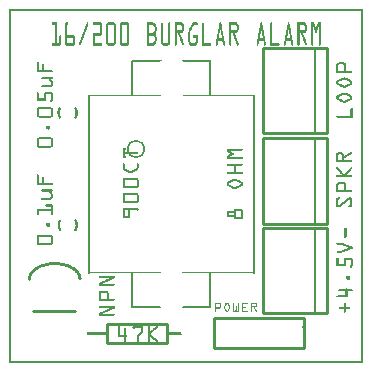
<source format=gto>
G04 MADE WITH FRITZING*
G04 WWW.FRITZING.ORG*
G04 DOUBLE SIDED*
G04 HOLES PLATED*
G04 CONTOUR ON CENTER OF CONTOUR VECTOR*
%ASAXBY*%
%FSLAX23Y23*%
%MOIN*%
%OFA0B0*%
%SFA1.0B1.0*%
%ADD10C,0.060921X0.0509212*%
%ADD11C,0.005000*%
%ADD12C,0.010000*%
%ADD13R,0.001000X0.001000*%
%LNSILK1*%
G90*
G70*
G54D10*
X423Y715D03*
G54D11*
X266Y892D02*
X266Y301D01*
D02*
X817Y301D02*
X817Y892D01*
D02*
X411Y894D02*
X411Y1007D01*
D02*
X671Y1007D02*
X671Y893D01*
D02*
X411Y301D02*
X411Y187D01*
D02*
X671Y187D02*
X671Y301D01*
G54D12*
D02*
X327Y132D02*
X527Y132D01*
D02*
X527Y132D02*
X527Y66D01*
D02*
X527Y66D02*
X327Y66D01*
D02*
X327Y66D02*
X327Y132D01*
D02*
X845Y451D02*
X845Y166D01*
D02*
X845Y166D02*
X1061Y166D01*
D02*
X1061Y166D02*
X1061Y451D01*
D02*
X1061Y451D02*
X845Y451D01*
G54D11*
D02*
X1021Y166D02*
X1021Y451D01*
G54D12*
D02*
X221Y173D02*
X81Y173D01*
D02*
X983Y151D02*
X683Y151D01*
D02*
X683Y151D02*
X683Y51D01*
D02*
X683Y51D02*
X983Y51D01*
D02*
X983Y51D02*
X983Y151D01*
D02*
X845Y1051D02*
X845Y766D01*
D02*
X845Y766D02*
X1061Y766D01*
D02*
X1061Y766D02*
X1061Y1051D01*
D02*
X1061Y1051D02*
X845Y1051D01*
G54D11*
D02*
X1021Y766D02*
X1021Y1051D01*
G54D12*
D02*
X845Y751D02*
X845Y465D01*
D02*
X845Y465D02*
X1061Y465D01*
D02*
X1061Y465D02*
X1061Y751D01*
D02*
X1061Y751D02*
X845Y751D01*
G54D11*
D02*
X1021Y465D02*
X1021Y751D01*
G54D13*
X0Y1181D02*
X1180Y1181D01*
X0Y1180D02*
X1180Y1180D01*
X0Y1179D02*
X1180Y1179D01*
X0Y1178D02*
X1180Y1178D01*
X0Y1177D02*
X1180Y1177D01*
X0Y1176D02*
X1180Y1176D01*
X0Y1175D02*
X1180Y1175D01*
X0Y1174D02*
X1180Y1174D01*
X0Y1173D02*
X7Y1173D01*
X1173Y1173D02*
X1180Y1173D01*
X0Y1172D02*
X7Y1172D01*
X1173Y1172D02*
X1180Y1172D01*
X0Y1171D02*
X7Y1171D01*
X1173Y1171D02*
X1180Y1171D01*
X0Y1170D02*
X7Y1170D01*
X1173Y1170D02*
X1180Y1170D01*
X0Y1169D02*
X7Y1169D01*
X1173Y1169D02*
X1180Y1169D01*
X0Y1168D02*
X7Y1168D01*
X1173Y1168D02*
X1180Y1168D01*
X0Y1167D02*
X7Y1167D01*
X1173Y1167D02*
X1180Y1167D01*
X0Y1166D02*
X7Y1166D01*
X1173Y1166D02*
X1180Y1166D01*
X0Y1165D02*
X7Y1165D01*
X1173Y1165D02*
X1180Y1165D01*
X0Y1164D02*
X7Y1164D01*
X1173Y1164D02*
X1180Y1164D01*
X0Y1163D02*
X7Y1163D01*
X1173Y1163D02*
X1180Y1163D01*
X0Y1162D02*
X7Y1162D01*
X1173Y1162D02*
X1180Y1162D01*
X0Y1161D02*
X7Y1161D01*
X1173Y1161D02*
X1180Y1161D01*
X0Y1160D02*
X7Y1160D01*
X1173Y1160D02*
X1180Y1160D01*
X0Y1159D02*
X7Y1159D01*
X1173Y1159D02*
X1180Y1159D01*
X0Y1158D02*
X7Y1158D01*
X1173Y1158D02*
X1180Y1158D01*
X0Y1157D02*
X7Y1157D01*
X1173Y1157D02*
X1180Y1157D01*
X0Y1156D02*
X7Y1156D01*
X1173Y1156D02*
X1180Y1156D01*
X0Y1155D02*
X7Y1155D01*
X1173Y1155D02*
X1180Y1155D01*
X0Y1154D02*
X7Y1154D01*
X1173Y1154D02*
X1180Y1154D01*
X0Y1153D02*
X7Y1153D01*
X1173Y1153D02*
X1180Y1153D01*
X0Y1152D02*
X7Y1152D01*
X1173Y1152D02*
X1180Y1152D01*
X0Y1151D02*
X7Y1151D01*
X1173Y1151D02*
X1180Y1151D01*
X0Y1150D02*
X7Y1150D01*
X1173Y1150D02*
X1180Y1150D01*
X0Y1149D02*
X7Y1149D01*
X1173Y1149D02*
X1180Y1149D01*
X0Y1148D02*
X7Y1148D01*
X1173Y1148D02*
X1180Y1148D01*
X0Y1147D02*
X7Y1147D01*
X1173Y1147D02*
X1180Y1147D01*
X0Y1146D02*
X7Y1146D01*
X1173Y1146D02*
X1180Y1146D01*
X0Y1145D02*
X7Y1145D01*
X1173Y1145D02*
X1180Y1145D01*
X0Y1144D02*
X7Y1144D01*
X1173Y1144D02*
X1180Y1144D01*
X0Y1143D02*
X7Y1143D01*
X1173Y1143D02*
X1180Y1143D01*
X0Y1142D02*
X7Y1142D01*
X1173Y1142D02*
X1180Y1142D01*
X0Y1141D02*
X7Y1141D01*
X1173Y1141D02*
X1180Y1141D01*
X0Y1140D02*
X7Y1140D01*
X1173Y1140D02*
X1180Y1140D01*
X0Y1139D02*
X7Y1139D01*
X1173Y1139D02*
X1180Y1139D01*
X0Y1138D02*
X7Y1138D01*
X1173Y1138D02*
X1180Y1138D01*
X0Y1137D02*
X7Y1137D01*
X1173Y1137D02*
X1180Y1137D01*
X0Y1136D02*
X7Y1136D01*
X145Y1136D02*
X160Y1136D01*
X190Y1136D02*
X195Y1136D01*
X261Y1136D02*
X262Y1136D01*
X281Y1136D02*
X305Y1136D01*
X330Y1136D02*
X350Y1136D01*
X375Y1136D02*
X396Y1136D01*
X462Y1136D02*
X481Y1136D01*
X509Y1136D02*
X510Y1136D01*
X534Y1136D02*
X535Y1136D01*
X553Y1136D02*
X575Y1136D01*
X615Y1136D02*
X626Y1136D01*
X646Y1136D02*
X647Y1136D01*
X704Y1136D02*
X705Y1136D01*
X735Y1136D02*
X758Y1136D01*
X840Y1136D02*
X842Y1136D01*
X873Y1136D02*
X875Y1136D01*
X931Y1136D02*
X933Y1136D01*
X962Y1136D02*
X985Y1136D01*
X1008Y1136D02*
X1015Y1136D01*
X1031Y1136D02*
X1038Y1136D01*
X1173Y1136D02*
X1180Y1136D01*
X0Y1135D02*
X7Y1135D01*
X144Y1135D02*
X161Y1135D01*
X189Y1135D02*
X196Y1135D01*
X260Y1135D02*
X263Y1135D01*
X280Y1135D02*
X306Y1135D01*
X328Y1135D02*
X352Y1135D01*
X374Y1135D02*
X397Y1135D01*
X461Y1135D02*
X484Y1135D01*
X508Y1135D02*
X511Y1135D01*
X533Y1135D02*
X536Y1135D01*
X553Y1135D02*
X577Y1135D01*
X613Y1135D02*
X627Y1135D01*
X645Y1135D02*
X648Y1135D01*
X703Y1135D02*
X706Y1135D01*
X735Y1135D02*
X759Y1135D01*
X839Y1135D02*
X843Y1135D01*
X872Y1135D02*
X876Y1135D01*
X930Y1135D02*
X934Y1135D01*
X962Y1135D02*
X987Y1135D01*
X1008Y1135D02*
X1015Y1135D01*
X1031Y1135D02*
X1038Y1135D01*
X1173Y1135D02*
X1180Y1135D01*
X0Y1134D02*
X7Y1134D01*
X143Y1134D02*
X161Y1134D01*
X189Y1134D02*
X196Y1134D01*
X259Y1134D02*
X264Y1134D01*
X280Y1134D02*
X307Y1134D01*
X327Y1134D02*
X353Y1134D01*
X373Y1134D02*
X398Y1134D01*
X461Y1134D02*
X485Y1134D01*
X508Y1134D02*
X512Y1134D01*
X533Y1134D02*
X537Y1134D01*
X553Y1134D02*
X578Y1134D01*
X612Y1134D02*
X628Y1134D01*
X644Y1134D02*
X648Y1134D01*
X702Y1134D02*
X707Y1134D01*
X735Y1134D02*
X761Y1134D01*
X839Y1134D02*
X843Y1134D01*
X872Y1134D02*
X876Y1134D01*
X930Y1134D02*
X934Y1134D01*
X962Y1134D02*
X988Y1134D01*
X1008Y1134D02*
X1016Y1134D01*
X1030Y1134D02*
X1038Y1134D01*
X1173Y1134D02*
X1180Y1134D01*
X0Y1133D02*
X7Y1133D01*
X143Y1133D02*
X161Y1133D01*
X188Y1133D02*
X197Y1133D01*
X259Y1133D02*
X264Y1133D01*
X280Y1133D02*
X308Y1133D01*
X327Y1133D02*
X354Y1133D01*
X372Y1133D02*
X399Y1133D01*
X461Y1133D02*
X486Y1133D01*
X507Y1133D02*
X512Y1133D01*
X532Y1133D02*
X537Y1133D01*
X553Y1133D02*
X579Y1133D01*
X611Y1133D02*
X628Y1133D01*
X644Y1133D02*
X649Y1133D01*
X702Y1133D02*
X707Y1133D01*
X735Y1133D02*
X761Y1133D01*
X838Y1133D02*
X843Y1133D01*
X872Y1133D02*
X876Y1133D01*
X930Y1133D02*
X934Y1133D01*
X962Y1133D02*
X989Y1133D01*
X1008Y1133D02*
X1016Y1133D01*
X1030Y1133D02*
X1038Y1133D01*
X1173Y1133D02*
X1180Y1133D01*
X0Y1132D02*
X7Y1132D01*
X143Y1132D02*
X161Y1132D01*
X188Y1132D02*
X197Y1132D01*
X258Y1132D02*
X264Y1132D01*
X279Y1132D02*
X309Y1132D01*
X326Y1132D02*
X354Y1132D01*
X372Y1132D02*
X400Y1132D01*
X461Y1132D02*
X487Y1132D01*
X507Y1132D02*
X512Y1132D01*
X532Y1132D02*
X537Y1132D01*
X553Y1132D02*
X580Y1132D01*
X610Y1132D02*
X628Y1132D01*
X644Y1132D02*
X649Y1132D01*
X702Y1132D02*
X707Y1132D01*
X735Y1132D02*
X762Y1132D01*
X838Y1132D02*
X844Y1132D01*
X871Y1132D02*
X877Y1132D01*
X929Y1132D02*
X935Y1132D01*
X962Y1132D02*
X990Y1132D01*
X1008Y1132D02*
X1017Y1132D01*
X1029Y1132D02*
X1038Y1132D01*
X1173Y1132D02*
X1180Y1132D01*
X0Y1131D02*
X7Y1131D01*
X143Y1131D02*
X161Y1131D01*
X188Y1131D02*
X197Y1131D01*
X258Y1131D02*
X264Y1131D01*
X279Y1131D02*
X309Y1131D01*
X326Y1131D02*
X354Y1131D01*
X371Y1131D02*
X400Y1131D01*
X461Y1131D02*
X488Y1131D01*
X507Y1131D02*
X512Y1131D01*
X532Y1131D02*
X537Y1131D01*
X553Y1131D02*
X581Y1131D01*
X610Y1131D02*
X628Y1131D01*
X644Y1131D02*
X649Y1131D01*
X701Y1131D02*
X707Y1131D01*
X735Y1131D02*
X763Y1131D01*
X838Y1131D02*
X844Y1131D01*
X871Y1131D02*
X877Y1131D01*
X929Y1131D02*
X935Y1131D01*
X962Y1131D02*
X990Y1131D01*
X1008Y1131D02*
X1017Y1131D01*
X1029Y1131D02*
X1038Y1131D01*
X1173Y1131D02*
X1180Y1131D01*
X0Y1130D02*
X7Y1130D01*
X143Y1130D02*
X161Y1130D01*
X188Y1130D02*
X197Y1130D01*
X258Y1130D02*
X264Y1130D01*
X279Y1130D02*
X309Y1130D01*
X325Y1130D02*
X355Y1130D01*
X371Y1130D02*
X400Y1130D01*
X461Y1130D02*
X488Y1130D01*
X507Y1130D02*
X512Y1130D01*
X532Y1130D02*
X537Y1130D01*
X553Y1130D02*
X581Y1130D01*
X609Y1130D02*
X628Y1130D01*
X644Y1130D02*
X649Y1130D01*
X701Y1130D02*
X707Y1130D01*
X735Y1130D02*
X763Y1130D01*
X838Y1130D02*
X844Y1130D01*
X871Y1130D02*
X877Y1130D01*
X929Y1130D02*
X935Y1130D01*
X962Y1130D02*
X991Y1130D01*
X1008Y1130D02*
X1018Y1130D01*
X1029Y1130D02*
X1038Y1130D01*
X1173Y1130D02*
X1180Y1130D01*
X0Y1129D02*
X7Y1129D01*
X143Y1129D02*
X161Y1129D01*
X188Y1129D02*
X196Y1129D01*
X257Y1129D02*
X264Y1129D01*
X280Y1129D02*
X309Y1129D01*
X325Y1129D02*
X355Y1129D01*
X371Y1129D02*
X401Y1129D01*
X461Y1129D02*
X489Y1129D01*
X507Y1129D02*
X512Y1129D01*
X532Y1129D02*
X537Y1129D01*
X553Y1129D02*
X582Y1129D01*
X609Y1129D02*
X628Y1129D01*
X644Y1129D02*
X649Y1129D01*
X701Y1129D02*
X708Y1129D01*
X735Y1129D02*
X764Y1129D01*
X838Y1129D02*
X844Y1129D01*
X871Y1129D02*
X877Y1129D01*
X929Y1129D02*
X935Y1129D01*
X962Y1129D02*
X991Y1129D01*
X1008Y1129D02*
X1018Y1129D01*
X1028Y1129D02*
X1038Y1129D01*
X1173Y1129D02*
X1180Y1129D01*
X0Y1128D02*
X7Y1128D01*
X144Y1128D02*
X161Y1128D01*
X188Y1128D02*
X196Y1128D01*
X257Y1128D02*
X263Y1128D01*
X280Y1128D02*
X310Y1128D01*
X325Y1128D02*
X355Y1128D01*
X371Y1128D02*
X401Y1128D01*
X461Y1128D02*
X489Y1128D01*
X507Y1128D02*
X512Y1128D01*
X532Y1128D02*
X537Y1128D01*
X553Y1128D02*
X582Y1128D01*
X608Y1128D02*
X628Y1128D01*
X644Y1128D02*
X649Y1128D01*
X701Y1128D02*
X708Y1128D01*
X735Y1128D02*
X764Y1128D01*
X837Y1128D02*
X844Y1128D01*
X871Y1128D02*
X877Y1128D01*
X929Y1128D02*
X935Y1128D01*
X962Y1128D02*
X992Y1128D01*
X1008Y1128D02*
X1019Y1128D01*
X1028Y1128D02*
X1038Y1128D01*
X1173Y1128D02*
X1180Y1128D01*
X0Y1127D02*
X7Y1127D01*
X144Y1127D02*
X161Y1127D01*
X188Y1127D02*
X195Y1127D01*
X257Y1127D02*
X263Y1127D01*
X281Y1127D02*
X310Y1127D01*
X325Y1127D02*
X355Y1127D01*
X370Y1127D02*
X401Y1127D01*
X461Y1127D02*
X490Y1127D01*
X507Y1127D02*
X512Y1127D01*
X532Y1127D02*
X537Y1127D01*
X553Y1127D02*
X582Y1127D01*
X608Y1127D02*
X627Y1127D01*
X644Y1127D02*
X649Y1127D01*
X701Y1127D02*
X708Y1127D01*
X735Y1127D02*
X764Y1127D01*
X837Y1127D02*
X845Y1127D01*
X871Y1127D02*
X877Y1127D01*
X928Y1127D02*
X936Y1127D01*
X962Y1127D02*
X992Y1127D01*
X1008Y1127D02*
X1019Y1127D01*
X1027Y1127D02*
X1038Y1127D01*
X1173Y1127D02*
X1180Y1127D01*
X0Y1126D02*
X7Y1126D01*
X155Y1126D02*
X161Y1126D01*
X188Y1126D02*
X194Y1126D01*
X256Y1126D02*
X263Y1126D01*
X304Y1126D02*
X310Y1126D01*
X325Y1126D02*
X330Y1126D01*
X350Y1126D02*
X355Y1126D01*
X370Y1126D02*
X376Y1126D01*
X395Y1126D02*
X401Y1126D01*
X461Y1126D02*
X467Y1126D01*
X481Y1126D02*
X490Y1126D01*
X507Y1126D02*
X512Y1126D01*
X532Y1126D02*
X537Y1126D01*
X553Y1126D02*
X558Y1126D01*
X575Y1126D02*
X582Y1126D01*
X607Y1126D02*
X615Y1126D01*
X644Y1126D02*
X649Y1126D01*
X701Y1126D02*
X708Y1126D01*
X735Y1126D02*
X740Y1126D01*
X757Y1126D02*
X765Y1126D01*
X837Y1126D02*
X845Y1126D01*
X871Y1126D02*
X877Y1126D01*
X928Y1126D02*
X936Y1126D01*
X962Y1126D02*
X968Y1126D01*
X985Y1126D02*
X992Y1126D01*
X1008Y1126D02*
X1019Y1126D01*
X1027Y1126D02*
X1038Y1126D01*
X1173Y1126D02*
X1180Y1126D01*
X0Y1125D02*
X7Y1125D01*
X155Y1125D02*
X161Y1125D01*
X188Y1125D02*
X194Y1125D01*
X256Y1125D02*
X262Y1125D01*
X304Y1125D02*
X310Y1125D01*
X325Y1125D02*
X330Y1125D01*
X350Y1125D02*
X355Y1125D01*
X370Y1125D02*
X376Y1125D01*
X395Y1125D02*
X401Y1125D01*
X461Y1125D02*
X467Y1125D01*
X483Y1125D02*
X491Y1125D01*
X507Y1125D02*
X512Y1125D01*
X532Y1125D02*
X537Y1125D01*
X553Y1125D02*
X558Y1125D01*
X576Y1125D02*
X583Y1125D01*
X607Y1125D02*
X614Y1125D01*
X644Y1125D02*
X649Y1125D01*
X700Y1125D02*
X708Y1125D01*
X735Y1125D02*
X740Y1125D01*
X758Y1125D02*
X765Y1125D01*
X837Y1125D02*
X845Y1125D01*
X871Y1125D02*
X877Y1125D01*
X928Y1125D02*
X936Y1125D01*
X962Y1125D02*
X968Y1125D01*
X986Y1125D02*
X992Y1125D01*
X1008Y1125D02*
X1020Y1125D01*
X1026Y1125D02*
X1038Y1125D01*
X1173Y1125D02*
X1180Y1125D01*
X0Y1124D02*
X7Y1124D01*
X155Y1124D02*
X161Y1124D01*
X188Y1124D02*
X194Y1124D01*
X256Y1124D02*
X262Y1124D01*
X304Y1124D02*
X310Y1124D01*
X325Y1124D02*
X330Y1124D01*
X350Y1124D02*
X355Y1124D01*
X370Y1124D02*
X376Y1124D01*
X395Y1124D02*
X401Y1124D01*
X461Y1124D02*
X467Y1124D01*
X484Y1124D02*
X491Y1124D01*
X507Y1124D02*
X512Y1124D01*
X532Y1124D02*
X537Y1124D01*
X553Y1124D02*
X558Y1124D01*
X577Y1124D02*
X583Y1124D01*
X606Y1124D02*
X613Y1124D01*
X644Y1124D02*
X649Y1124D01*
X700Y1124D02*
X708Y1124D01*
X735Y1124D02*
X740Y1124D01*
X759Y1124D02*
X765Y1124D01*
X837Y1124D02*
X845Y1124D01*
X871Y1124D02*
X877Y1124D01*
X928Y1124D02*
X936Y1124D01*
X962Y1124D02*
X968Y1124D01*
X987Y1124D02*
X993Y1124D01*
X1008Y1124D02*
X1020Y1124D01*
X1026Y1124D02*
X1038Y1124D01*
X1173Y1124D02*
X1180Y1124D01*
X0Y1123D02*
X7Y1123D01*
X155Y1123D02*
X161Y1123D01*
X188Y1123D02*
X194Y1123D01*
X255Y1123D02*
X262Y1123D01*
X304Y1123D02*
X310Y1123D01*
X325Y1123D02*
X330Y1123D01*
X350Y1123D02*
X355Y1123D01*
X370Y1123D02*
X376Y1123D01*
X395Y1123D02*
X401Y1123D01*
X461Y1123D02*
X467Y1123D01*
X485Y1123D02*
X491Y1123D01*
X507Y1123D02*
X512Y1123D01*
X532Y1123D02*
X537Y1123D01*
X553Y1123D02*
X558Y1123D01*
X577Y1123D02*
X583Y1123D01*
X606Y1123D02*
X613Y1123D01*
X644Y1123D02*
X649Y1123D01*
X700Y1123D02*
X709Y1123D01*
X735Y1123D02*
X740Y1123D01*
X759Y1123D02*
X765Y1123D01*
X837Y1123D02*
X845Y1123D01*
X871Y1123D02*
X877Y1123D01*
X928Y1123D02*
X936Y1123D01*
X962Y1123D02*
X968Y1123D01*
X987Y1123D02*
X993Y1123D01*
X1008Y1123D02*
X1021Y1123D01*
X1025Y1123D02*
X1038Y1123D01*
X1173Y1123D02*
X1180Y1123D01*
X0Y1122D02*
X7Y1122D01*
X155Y1122D02*
X161Y1122D01*
X188Y1122D02*
X194Y1122D01*
X255Y1122D02*
X261Y1122D01*
X304Y1122D02*
X310Y1122D01*
X325Y1122D02*
X330Y1122D01*
X350Y1122D02*
X355Y1122D01*
X370Y1122D02*
X376Y1122D01*
X395Y1122D02*
X401Y1122D01*
X461Y1122D02*
X467Y1122D01*
X485Y1122D02*
X491Y1122D01*
X507Y1122D02*
X512Y1122D01*
X532Y1122D02*
X537Y1122D01*
X553Y1122D02*
X558Y1122D01*
X577Y1122D02*
X583Y1122D01*
X605Y1122D02*
X612Y1122D01*
X644Y1122D02*
X649Y1122D01*
X700Y1122D02*
X709Y1122D01*
X735Y1122D02*
X740Y1122D01*
X760Y1122D02*
X765Y1122D01*
X836Y1122D02*
X845Y1122D01*
X871Y1122D02*
X877Y1122D01*
X927Y1122D02*
X937Y1122D01*
X962Y1122D02*
X968Y1122D01*
X987Y1122D02*
X993Y1122D01*
X1008Y1122D02*
X1021Y1122D01*
X1025Y1122D02*
X1038Y1122D01*
X1173Y1122D02*
X1180Y1122D01*
X0Y1121D02*
X7Y1121D01*
X155Y1121D02*
X161Y1121D01*
X188Y1121D02*
X194Y1121D01*
X254Y1121D02*
X261Y1121D01*
X304Y1121D02*
X310Y1121D01*
X325Y1121D02*
X330Y1121D01*
X350Y1121D02*
X355Y1121D01*
X370Y1121D02*
X376Y1121D01*
X395Y1121D02*
X401Y1121D01*
X461Y1121D02*
X467Y1121D01*
X486Y1121D02*
X491Y1121D01*
X507Y1121D02*
X512Y1121D01*
X532Y1121D02*
X537Y1121D01*
X553Y1121D02*
X558Y1121D01*
X578Y1121D02*
X583Y1121D01*
X605Y1121D02*
X612Y1121D01*
X644Y1121D02*
X649Y1121D01*
X700Y1121D02*
X709Y1121D01*
X735Y1121D02*
X740Y1121D01*
X760Y1121D02*
X765Y1121D01*
X836Y1121D02*
X846Y1121D01*
X871Y1121D02*
X877Y1121D01*
X927Y1121D02*
X937Y1121D01*
X962Y1121D02*
X968Y1121D01*
X987Y1121D02*
X993Y1121D01*
X1008Y1121D02*
X1013Y1121D01*
X1015Y1121D02*
X1022Y1121D01*
X1025Y1121D02*
X1031Y1121D01*
X1033Y1121D02*
X1038Y1121D01*
X1173Y1121D02*
X1180Y1121D01*
X0Y1120D02*
X7Y1120D01*
X155Y1120D02*
X161Y1120D01*
X188Y1120D02*
X194Y1120D01*
X254Y1120D02*
X261Y1120D01*
X304Y1120D02*
X310Y1120D01*
X325Y1120D02*
X330Y1120D01*
X350Y1120D02*
X355Y1120D01*
X370Y1120D02*
X376Y1120D01*
X395Y1120D02*
X401Y1120D01*
X461Y1120D02*
X467Y1120D01*
X486Y1120D02*
X492Y1120D01*
X507Y1120D02*
X512Y1120D01*
X532Y1120D02*
X537Y1120D01*
X553Y1120D02*
X558Y1120D01*
X578Y1120D02*
X583Y1120D01*
X604Y1120D02*
X611Y1120D01*
X644Y1120D02*
X649Y1120D01*
X699Y1120D02*
X709Y1120D01*
X735Y1120D02*
X740Y1120D01*
X760Y1120D02*
X765Y1120D01*
X836Y1120D02*
X846Y1120D01*
X871Y1120D02*
X877Y1120D01*
X927Y1120D02*
X937Y1120D01*
X962Y1120D02*
X968Y1120D01*
X987Y1120D02*
X993Y1120D01*
X1008Y1120D02*
X1013Y1120D01*
X1015Y1120D02*
X1022Y1120D01*
X1024Y1120D02*
X1031Y1120D01*
X1033Y1120D02*
X1038Y1120D01*
X1173Y1120D02*
X1180Y1120D01*
X0Y1119D02*
X7Y1119D01*
X155Y1119D02*
X161Y1119D01*
X188Y1119D02*
X194Y1119D01*
X254Y1119D02*
X260Y1119D01*
X304Y1119D02*
X310Y1119D01*
X325Y1119D02*
X330Y1119D01*
X350Y1119D02*
X355Y1119D01*
X370Y1119D02*
X376Y1119D01*
X395Y1119D02*
X401Y1119D01*
X461Y1119D02*
X467Y1119D01*
X486Y1119D02*
X492Y1119D01*
X507Y1119D02*
X512Y1119D01*
X532Y1119D02*
X537Y1119D01*
X553Y1119D02*
X558Y1119D01*
X578Y1119D02*
X583Y1119D01*
X604Y1119D02*
X611Y1119D01*
X644Y1119D02*
X649Y1119D01*
X699Y1119D02*
X709Y1119D01*
X735Y1119D02*
X740Y1119D01*
X760Y1119D02*
X765Y1119D01*
X836Y1119D02*
X846Y1119D01*
X871Y1119D02*
X877Y1119D01*
X927Y1119D02*
X937Y1119D01*
X962Y1119D02*
X968Y1119D01*
X987Y1119D02*
X993Y1119D01*
X1008Y1119D02*
X1013Y1119D01*
X1016Y1119D02*
X1030Y1119D01*
X1033Y1119D02*
X1038Y1119D01*
X1173Y1119D02*
X1180Y1119D01*
X0Y1118D02*
X7Y1118D01*
X155Y1118D02*
X161Y1118D01*
X188Y1118D02*
X194Y1118D01*
X253Y1118D02*
X260Y1118D01*
X304Y1118D02*
X310Y1118D01*
X325Y1118D02*
X330Y1118D01*
X350Y1118D02*
X355Y1118D01*
X370Y1118D02*
X376Y1118D01*
X395Y1118D02*
X401Y1118D01*
X461Y1118D02*
X467Y1118D01*
X486Y1118D02*
X492Y1118D01*
X507Y1118D02*
X512Y1118D01*
X532Y1118D02*
X537Y1118D01*
X553Y1118D02*
X558Y1118D01*
X578Y1118D02*
X583Y1118D01*
X603Y1118D02*
X610Y1118D01*
X644Y1118D02*
X649Y1118D01*
X699Y1118D02*
X710Y1118D01*
X735Y1118D02*
X740Y1118D01*
X760Y1118D02*
X765Y1118D01*
X836Y1118D02*
X846Y1118D01*
X871Y1118D02*
X877Y1118D01*
X927Y1118D02*
X937Y1118D01*
X962Y1118D02*
X968Y1118D01*
X987Y1118D02*
X993Y1118D01*
X1008Y1118D02*
X1013Y1118D01*
X1016Y1118D02*
X1030Y1118D01*
X1033Y1118D02*
X1038Y1118D01*
X1173Y1118D02*
X1180Y1118D01*
X0Y1117D02*
X7Y1117D01*
X155Y1117D02*
X161Y1117D01*
X188Y1117D02*
X194Y1117D01*
X253Y1117D02*
X259Y1117D01*
X304Y1117D02*
X310Y1117D01*
X325Y1117D02*
X330Y1117D01*
X350Y1117D02*
X355Y1117D01*
X370Y1117D02*
X376Y1117D01*
X395Y1117D02*
X401Y1117D01*
X461Y1117D02*
X467Y1117D01*
X486Y1117D02*
X492Y1117D01*
X507Y1117D02*
X512Y1117D01*
X532Y1117D02*
X537Y1117D01*
X553Y1117D02*
X558Y1117D01*
X578Y1117D02*
X583Y1117D01*
X603Y1117D02*
X610Y1117D01*
X644Y1117D02*
X649Y1117D01*
X699Y1117D02*
X710Y1117D01*
X735Y1117D02*
X740Y1117D01*
X760Y1117D02*
X765Y1117D01*
X835Y1117D02*
X846Y1117D01*
X871Y1117D02*
X877Y1117D01*
X927Y1117D02*
X937Y1117D01*
X962Y1117D02*
X968Y1117D01*
X987Y1117D02*
X993Y1117D01*
X1008Y1117D02*
X1013Y1117D01*
X1017Y1117D02*
X1030Y1117D01*
X1033Y1117D02*
X1038Y1117D01*
X1173Y1117D02*
X1180Y1117D01*
X0Y1116D02*
X7Y1116D01*
X155Y1116D02*
X161Y1116D01*
X188Y1116D02*
X194Y1116D01*
X253Y1116D02*
X259Y1116D01*
X304Y1116D02*
X310Y1116D01*
X325Y1116D02*
X330Y1116D01*
X350Y1116D02*
X355Y1116D01*
X370Y1116D02*
X376Y1116D01*
X395Y1116D02*
X401Y1116D01*
X461Y1116D02*
X467Y1116D01*
X486Y1116D02*
X492Y1116D01*
X507Y1116D02*
X512Y1116D01*
X532Y1116D02*
X537Y1116D01*
X553Y1116D02*
X558Y1116D01*
X578Y1116D02*
X583Y1116D01*
X602Y1116D02*
X609Y1116D01*
X644Y1116D02*
X649Y1116D01*
X699Y1116D02*
X710Y1116D01*
X735Y1116D02*
X740Y1116D01*
X760Y1116D02*
X765Y1116D01*
X835Y1116D02*
X847Y1116D01*
X871Y1116D02*
X877Y1116D01*
X926Y1116D02*
X938Y1116D01*
X962Y1116D02*
X968Y1116D01*
X987Y1116D02*
X993Y1116D01*
X1008Y1116D02*
X1013Y1116D01*
X1017Y1116D02*
X1029Y1116D01*
X1033Y1116D02*
X1038Y1116D01*
X1173Y1116D02*
X1180Y1116D01*
X0Y1115D02*
X7Y1115D01*
X155Y1115D02*
X161Y1115D01*
X188Y1115D02*
X194Y1115D01*
X252Y1115D02*
X259Y1115D01*
X304Y1115D02*
X310Y1115D01*
X325Y1115D02*
X330Y1115D01*
X350Y1115D02*
X355Y1115D01*
X370Y1115D02*
X376Y1115D01*
X395Y1115D02*
X401Y1115D01*
X461Y1115D02*
X467Y1115D01*
X486Y1115D02*
X492Y1115D01*
X507Y1115D02*
X512Y1115D01*
X532Y1115D02*
X537Y1115D01*
X553Y1115D02*
X558Y1115D01*
X577Y1115D02*
X583Y1115D01*
X602Y1115D02*
X609Y1115D01*
X644Y1115D02*
X649Y1115D01*
X698Y1115D02*
X710Y1115D01*
X735Y1115D02*
X740Y1115D01*
X760Y1115D02*
X765Y1115D01*
X835Y1115D02*
X847Y1115D01*
X871Y1115D02*
X877Y1115D01*
X926Y1115D02*
X938Y1115D01*
X962Y1115D02*
X968Y1115D01*
X987Y1115D02*
X993Y1115D01*
X1008Y1115D02*
X1013Y1115D01*
X1018Y1115D02*
X1029Y1115D01*
X1033Y1115D02*
X1038Y1115D01*
X1173Y1115D02*
X1180Y1115D01*
X0Y1114D02*
X7Y1114D01*
X155Y1114D02*
X161Y1114D01*
X188Y1114D02*
X194Y1114D01*
X252Y1114D02*
X258Y1114D01*
X304Y1114D02*
X310Y1114D01*
X325Y1114D02*
X330Y1114D01*
X350Y1114D02*
X355Y1114D01*
X370Y1114D02*
X376Y1114D01*
X395Y1114D02*
X401Y1114D01*
X461Y1114D02*
X467Y1114D01*
X486Y1114D02*
X492Y1114D01*
X507Y1114D02*
X512Y1114D01*
X532Y1114D02*
X537Y1114D01*
X553Y1114D02*
X558Y1114D01*
X577Y1114D02*
X583Y1114D01*
X601Y1114D02*
X608Y1114D01*
X644Y1114D02*
X649Y1114D01*
X698Y1114D02*
X710Y1114D01*
X735Y1114D02*
X740Y1114D01*
X759Y1114D02*
X765Y1114D01*
X835Y1114D02*
X847Y1114D01*
X871Y1114D02*
X877Y1114D01*
X926Y1114D02*
X938Y1114D01*
X962Y1114D02*
X968Y1114D01*
X987Y1114D02*
X993Y1114D01*
X1008Y1114D02*
X1013Y1114D01*
X1018Y1114D02*
X1028Y1114D01*
X1033Y1114D02*
X1038Y1114D01*
X1173Y1114D02*
X1180Y1114D01*
X0Y1113D02*
X7Y1113D01*
X155Y1113D02*
X161Y1113D01*
X188Y1113D02*
X194Y1113D01*
X252Y1113D02*
X258Y1113D01*
X304Y1113D02*
X310Y1113D01*
X325Y1113D02*
X330Y1113D01*
X350Y1113D02*
X355Y1113D01*
X370Y1113D02*
X376Y1113D01*
X395Y1113D02*
X401Y1113D01*
X461Y1113D02*
X467Y1113D01*
X486Y1113D02*
X492Y1113D01*
X507Y1113D02*
X512Y1113D01*
X532Y1113D02*
X537Y1113D01*
X553Y1113D02*
X558Y1113D01*
X577Y1113D02*
X583Y1113D01*
X601Y1113D02*
X608Y1113D01*
X644Y1113D02*
X649Y1113D01*
X698Y1113D02*
X711Y1113D01*
X735Y1113D02*
X740Y1113D01*
X759Y1113D02*
X765Y1113D01*
X835Y1113D02*
X847Y1113D01*
X871Y1113D02*
X877Y1113D01*
X926Y1113D02*
X938Y1113D01*
X962Y1113D02*
X968Y1113D01*
X987Y1113D02*
X993Y1113D01*
X1008Y1113D02*
X1013Y1113D01*
X1018Y1113D02*
X1028Y1113D01*
X1033Y1113D02*
X1038Y1113D01*
X1173Y1113D02*
X1180Y1113D01*
X0Y1112D02*
X7Y1112D01*
X155Y1112D02*
X161Y1112D01*
X188Y1112D02*
X194Y1112D01*
X251Y1112D02*
X258Y1112D01*
X304Y1112D02*
X310Y1112D01*
X325Y1112D02*
X330Y1112D01*
X350Y1112D02*
X355Y1112D01*
X370Y1112D02*
X376Y1112D01*
X395Y1112D02*
X401Y1112D01*
X461Y1112D02*
X467Y1112D01*
X486Y1112D02*
X492Y1112D01*
X507Y1112D02*
X512Y1112D01*
X532Y1112D02*
X537Y1112D01*
X553Y1112D02*
X558Y1112D01*
X576Y1112D02*
X583Y1112D01*
X600Y1112D02*
X607Y1112D01*
X644Y1112D02*
X649Y1112D01*
X698Y1112D02*
X711Y1112D01*
X735Y1112D02*
X740Y1112D01*
X758Y1112D02*
X765Y1112D01*
X835Y1112D02*
X847Y1112D01*
X871Y1112D02*
X877Y1112D01*
X926Y1112D02*
X938Y1112D01*
X962Y1112D02*
X968Y1112D01*
X986Y1112D02*
X992Y1112D01*
X1008Y1112D02*
X1013Y1112D01*
X1019Y1112D02*
X1027Y1112D01*
X1033Y1112D02*
X1038Y1112D01*
X1173Y1112D02*
X1180Y1112D01*
X0Y1111D02*
X7Y1111D01*
X155Y1111D02*
X161Y1111D01*
X188Y1111D02*
X194Y1111D01*
X251Y1111D02*
X257Y1111D01*
X304Y1111D02*
X310Y1111D01*
X325Y1111D02*
X330Y1111D01*
X350Y1111D02*
X355Y1111D01*
X370Y1111D02*
X376Y1111D01*
X395Y1111D02*
X401Y1111D01*
X461Y1111D02*
X467Y1111D01*
X486Y1111D02*
X492Y1111D01*
X507Y1111D02*
X512Y1111D01*
X532Y1111D02*
X537Y1111D01*
X553Y1111D02*
X558Y1111D01*
X575Y1111D02*
X582Y1111D01*
X600Y1111D02*
X607Y1111D01*
X644Y1111D02*
X649Y1111D01*
X698Y1111D02*
X703Y1111D01*
X705Y1111D02*
X711Y1111D01*
X735Y1111D02*
X740Y1111D01*
X757Y1111D02*
X765Y1111D01*
X834Y1111D02*
X840Y1111D01*
X842Y1111D02*
X847Y1111D01*
X871Y1111D02*
X877Y1111D01*
X925Y1111D02*
X931Y1111D01*
X933Y1111D02*
X939Y1111D01*
X962Y1111D02*
X968Y1111D01*
X985Y1111D02*
X992Y1111D01*
X1008Y1111D02*
X1013Y1111D01*
X1019Y1111D02*
X1027Y1111D01*
X1033Y1111D02*
X1038Y1111D01*
X1173Y1111D02*
X1180Y1111D01*
X0Y1110D02*
X7Y1110D01*
X155Y1110D02*
X161Y1110D01*
X188Y1110D02*
X194Y1110D01*
X250Y1110D02*
X257Y1110D01*
X304Y1110D02*
X310Y1110D01*
X325Y1110D02*
X330Y1110D01*
X350Y1110D02*
X355Y1110D01*
X370Y1110D02*
X376Y1110D01*
X395Y1110D02*
X401Y1110D01*
X461Y1110D02*
X467Y1110D01*
X486Y1110D02*
X492Y1110D01*
X507Y1110D02*
X512Y1110D01*
X532Y1110D02*
X537Y1110D01*
X553Y1110D02*
X582Y1110D01*
X600Y1110D02*
X606Y1110D01*
X644Y1110D02*
X649Y1110D01*
X698Y1110D02*
X703Y1110D01*
X705Y1110D02*
X711Y1110D01*
X735Y1110D02*
X764Y1110D01*
X834Y1110D02*
X840Y1110D01*
X842Y1110D02*
X848Y1110D01*
X871Y1110D02*
X877Y1110D01*
X925Y1110D02*
X931Y1110D01*
X933Y1110D02*
X939Y1110D01*
X962Y1110D02*
X992Y1110D01*
X1008Y1110D02*
X1013Y1110D01*
X1020Y1110D02*
X1026Y1110D01*
X1033Y1110D02*
X1038Y1110D01*
X1173Y1110D02*
X1180Y1110D01*
X0Y1109D02*
X7Y1109D01*
X155Y1109D02*
X161Y1109D01*
X188Y1109D02*
X194Y1109D01*
X250Y1109D02*
X256Y1109D01*
X304Y1109D02*
X310Y1109D01*
X325Y1109D02*
X330Y1109D01*
X350Y1109D02*
X355Y1109D01*
X370Y1109D02*
X376Y1109D01*
X395Y1109D02*
X401Y1109D01*
X461Y1109D02*
X467Y1109D01*
X486Y1109D02*
X492Y1109D01*
X507Y1109D02*
X512Y1109D01*
X532Y1109D02*
X537Y1109D01*
X553Y1109D02*
X582Y1109D01*
X599Y1109D02*
X606Y1109D01*
X644Y1109D02*
X649Y1109D01*
X697Y1109D02*
X703Y1109D01*
X706Y1109D02*
X711Y1109D01*
X735Y1109D02*
X764Y1109D01*
X834Y1109D02*
X840Y1109D01*
X842Y1109D02*
X848Y1109D01*
X871Y1109D02*
X877Y1109D01*
X925Y1109D02*
X931Y1109D01*
X933Y1109D02*
X939Y1109D01*
X962Y1109D02*
X992Y1109D01*
X1008Y1109D02*
X1013Y1109D01*
X1020Y1109D02*
X1026Y1109D01*
X1033Y1109D02*
X1038Y1109D01*
X1173Y1109D02*
X1180Y1109D01*
X0Y1108D02*
X7Y1108D01*
X155Y1108D02*
X161Y1108D01*
X188Y1108D02*
X194Y1108D01*
X250Y1108D02*
X256Y1108D01*
X304Y1108D02*
X310Y1108D01*
X325Y1108D02*
X330Y1108D01*
X350Y1108D02*
X355Y1108D01*
X370Y1108D02*
X376Y1108D01*
X395Y1108D02*
X401Y1108D01*
X461Y1108D02*
X467Y1108D01*
X486Y1108D02*
X492Y1108D01*
X507Y1108D02*
X512Y1108D01*
X532Y1108D02*
X537Y1108D01*
X553Y1108D02*
X581Y1108D01*
X599Y1108D02*
X605Y1108D01*
X644Y1108D02*
X649Y1108D01*
X697Y1108D02*
X703Y1108D01*
X706Y1108D02*
X711Y1108D01*
X735Y1108D02*
X764Y1108D01*
X834Y1108D02*
X839Y1108D01*
X842Y1108D02*
X848Y1108D01*
X871Y1108D02*
X877Y1108D01*
X925Y1108D02*
X931Y1108D01*
X933Y1108D02*
X939Y1108D01*
X962Y1108D02*
X991Y1108D01*
X1008Y1108D02*
X1013Y1108D01*
X1020Y1108D02*
X1026Y1108D01*
X1033Y1108D02*
X1038Y1108D01*
X1173Y1108D02*
X1180Y1108D01*
X0Y1107D02*
X7Y1107D01*
X155Y1107D02*
X161Y1107D01*
X188Y1107D02*
X194Y1107D01*
X249Y1107D02*
X256Y1107D01*
X304Y1107D02*
X310Y1107D01*
X325Y1107D02*
X330Y1107D01*
X350Y1107D02*
X355Y1107D01*
X370Y1107D02*
X376Y1107D01*
X395Y1107D02*
X401Y1107D01*
X461Y1107D02*
X467Y1107D01*
X485Y1107D02*
X491Y1107D01*
X507Y1107D02*
X512Y1107D01*
X532Y1107D02*
X537Y1107D01*
X553Y1107D02*
X581Y1107D01*
X599Y1107D02*
X605Y1107D01*
X644Y1107D02*
X649Y1107D01*
X697Y1107D02*
X703Y1107D01*
X706Y1107D02*
X712Y1107D01*
X735Y1107D02*
X763Y1107D01*
X834Y1107D02*
X839Y1107D01*
X843Y1107D02*
X848Y1107D01*
X871Y1107D02*
X877Y1107D01*
X925Y1107D02*
X930Y1107D01*
X934Y1107D02*
X939Y1107D01*
X962Y1107D02*
X991Y1107D01*
X1008Y1107D02*
X1013Y1107D01*
X1020Y1107D02*
X1026Y1107D01*
X1033Y1107D02*
X1038Y1107D01*
X1173Y1107D02*
X1180Y1107D01*
X0Y1106D02*
X7Y1106D01*
X155Y1106D02*
X161Y1106D01*
X188Y1106D02*
X194Y1106D01*
X249Y1106D02*
X255Y1106D01*
X304Y1106D02*
X310Y1106D01*
X325Y1106D02*
X330Y1106D01*
X350Y1106D02*
X355Y1106D01*
X370Y1106D02*
X376Y1106D01*
X395Y1106D02*
X401Y1106D01*
X461Y1106D02*
X467Y1106D01*
X485Y1106D02*
X491Y1106D01*
X507Y1106D02*
X512Y1106D01*
X532Y1106D02*
X537Y1106D01*
X553Y1106D02*
X580Y1106D01*
X599Y1106D02*
X604Y1106D01*
X644Y1106D02*
X649Y1106D01*
X697Y1106D02*
X702Y1106D01*
X706Y1106D02*
X712Y1106D01*
X735Y1106D02*
X763Y1106D01*
X833Y1106D02*
X839Y1106D01*
X843Y1106D02*
X848Y1106D01*
X871Y1106D02*
X877Y1106D01*
X925Y1106D02*
X930Y1106D01*
X934Y1106D02*
X939Y1106D01*
X962Y1106D02*
X990Y1106D01*
X1008Y1106D02*
X1013Y1106D01*
X1020Y1106D02*
X1026Y1106D01*
X1033Y1106D02*
X1038Y1106D01*
X1173Y1106D02*
X1180Y1106D01*
X0Y1105D02*
X7Y1105D01*
X155Y1105D02*
X161Y1105D01*
X188Y1105D02*
X194Y1105D01*
X249Y1105D02*
X255Y1105D01*
X304Y1105D02*
X310Y1105D01*
X325Y1105D02*
X330Y1105D01*
X350Y1105D02*
X355Y1105D01*
X370Y1105D02*
X376Y1105D01*
X395Y1105D02*
X401Y1105D01*
X461Y1105D02*
X467Y1105D01*
X484Y1105D02*
X491Y1105D01*
X507Y1105D02*
X512Y1105D01*
X532Y1105D02*
X537Y1105D01*
X553Y1105D02*
X580Y1105D01*
X598Y1105D02*
X604Y1105D01*
X644Y1105D02*
X649Y1105D01*
X697Y1105D02*
X702Y1105D01*
X706Y1105D02*
X712Y1105D01*
X735Y1105D02*
X762Y1105D01*
X833Y1105D02*
X839Y1105D01*
X843Y1105D02*
X849Y1105D01*
X871Y1105D02*
X877Y1105D01*
X924Y1105D02*
X930Y1105D01*
X934Y1105D02*
X940Y1105D01*
X962Y1105D02*
X990Y1105D01*
X1008Y1105D02*
X1013Y1105D01*
X1021Y1105D02*
X1026Y1105D01*
X1033Y1105D02*
X1038Y1105D01*
X1173Y1105D02*
X1180Y1105D01*
X0Y1104D02*
X7Y1104D01*
X155Y1104D02*
X161Y1104D01*
X188Y1104D02*
X194Y1104D01*
X248Y1104D02*
X255Y1104D01*
X304Y1104D02*
X310Y1104D01*
X325Y1104D02*
X330Y1104D01*
X350Y1104D02*
X355Y1104D01*
X370Y1104D02*
X376Y1104D01*
X395Y1104D02*
X401Y1104D01*
X461Y1104D02*
X467Y1104D01*
X483Y1104D02*
X491Y1104D01*
X507Y1104D02*
X512Y1104D01*
X532Y1104D02*
X537Y1104D01*
X553Y1104D02*
X579Y1104D01*
X598Y1104D02*
X604Y1104D01*
X644Y1104D02*
X649Y1104D01*
X696Y1104D02*
X702Y1104D01*
X707Y1104D02*
X712Y1104D01*
X735Y1104D02*
X761Y1104D01*
X833Y1104D02*
X839Y1104D01*
X843Y1104D02*
X849Y1104D01*
X871Y1104D02*
X877Y1104D01*
X924Y1104D02*
X930Y1104D01*
X934Y1104D02*
X940Y1104D01*
X962Y1104D02*
X989Y1104D01*
X1008Y1104D02*
X1013Y1104D01*
X1021Y1104D02*
X1026Y1104D01*
X1033Y1104D02*
X1038Y1104D01*
X1173Y1104D02*
X1180Y1104D01*
X0Y1103D02*
X7Y1103D01*
X155Y1103D02*
X161Y1103D01*
X188Y1103D02*
X194Y1103D01*
X248Y1103D02*
X254Y1103D01*
X304Y1103D02*
X310Y1103D01*
X325Y1103D02*
X330Y1103D01*
X350Y1103D02*
X355Y1103D01*
X370Y1103D02*
X376Y1103D01*
X395Y1103D02*
X401Y1103D01*
X461Y1103D02*
X467Y1103D01*
X482Y1103D02*
X490Y1103D01*
X507Y1103D02*
X512Y1103D01*
X532Y1103D02*
X537Y1103D01*
X553Y1103D02*
X578Y1103D01*
X598Y1103D02*
X604Y1103D01*
X644Y1103D02*
X649Y1103D01*
X696Y1103D02*
X702Y1103D01*
X707Y1103D02*
X712Y1103D01*
X735Y1103D02*
X760Y1103D01*
X833Y1103D02*
X839Y1103D01*
X843Y1103D02*
X849Y1103D01*
X871Y1103D02*
X877Y1103D01*
X924Y1103D02*
X930Y1103D01*
X934Y1103D02*
X940Y1103D01*
X962Y1103D02*
X988Y1103D01*
X1008Y1103D02*
X1013Y1103D01*
X1021Y1103D02*
X1025Y1103D01*
X1033Y1103D02*
X1038Y1103D01*
X1173Y1103D02*
X1180Y1103D01*
X0Y1102D02*
X7Y1102D01*
X155Y1102D02*
X161Y1102D01*
X188Y1102D02*
X194Y1102D01*
X247Y1102D02*
X254Y1102D01*
X284Y1102D02*
X310Y1102D01*
X325Y1102D02*
X330Y1102D01*
X350Y1102D02*
X355Y1102D01*
X370Y1102D02*
X376Y1102D01*
X395Y1102D02*
X401Y1102D01*
X461Y1102D02*
X490Y1102D01*
X507Y1102D02*
X512Y1102D01*
X532Y1102D02*
X537Y1102D01*
X553Y1102D02*
X577Y1102D01*
X598Y1102D02*
X604Y1102D01*
X644Y1102D02*
X649Y1102D01*
X696Y1102D02*
X702Y1102D01*
X707Y1102D02*
X713Y1102D01*
X735Y1102D02*
X759Y1102D01*
X833Y1102D02*
X838Y1102D01*
X843Y1102D02*
X849Y1102D01*
X871Y1102D02*
X877Y1102D01*
X924Y1102D02*
X929Y1102D01*
X935Y1102D02*
X940Y1102D01*
X962Y1102D02*
X987Y1102D01*
X1008Y1102D02*
X1013Y1102D01*
X1022Y1102D02*
X1025Y1102D01*
X1033Y1102D02*
X1038Y1102D01*
X1173Y1102D02*
X1180Y1102D01*
X0Y1101D02*
X7Y1101D01*
X155Y1101D02*
X161Y1101D01*
X188Y1101D02*
X194Y1101D01*
X247Y1101D02*
X254Y1101D01*
X283Y1101D02*
X310Y1101D01*
X325Y1101D02*
X330Y1101D01*
X350Y1101D02*
X355Y1101D01*
X370Y1101D02*
X376Y1101D01*
X395Y1101D02*
X401Y1101D01*
X461Y1101D02*
X490Y1101D01*
X507Y1101D02*
X512Y1101D01*
X532Y1101D02*
X537Y1101D01*
X553Y1101D02*
X575Y1101D01*
X598Y1101D02*
X603Y1101D01*
X644Y1101D02*
X649Y1101D01*
X696Y1101D02*
X702Y1101D01*
X707Y1101D02*
X713Y1101D01*
X735Y1101D02*
X757Y1101D01*
X833Y1101D02*
X838Y1101D01*
X844Y1101D02*
X849Y1101D01*
X871Y1101D02*
X877Y1101D01*
X924Y1101D02*
X929Y1101D01*
X935Y1101D02*
X940Y1101D01*
X962Y1101D02*
X985Y1101D01*
X1008Y1101D02*
X1013Y1101D01*
X1023Y1101D02*
X1023Y1101D01*
X1033Y1101D02*
X1038Y1101D01*
X1173Y1101D02*
X1180Y1101D01*
X0Y1100D02*
X7Y1100D01*
X155Y1100D02*
X161Y1100D01*
X188Y1100D02*
X194Y1100D01*
X247Y1100D02*
X253Y1100D01*
X282Y1100D02*
X310Y1100D01*
X325Y1100D02*
X330Y1100D01*
X350Y1100D02*
X355Y1100D01*
X370Y1100D02*
X376Y1100D01*
X395Y1100D02*
X401Y1100D01*
X461Y1100D02*
X489Y1100D01*
X507Y1100D02*
X512Y1100D01*
X532Y1100D02*
X537Y1100D01*
X553Y1100D02*
X558Y1100D01*
X564Y1100D02*
X570Y1100D01*
X598Y1100D02*
X603Y1100D01*
X644Y1100D02*
X649Y1100D01*
X696Y1100D02*
X701Y1100D01*
X707Y1100D02*
X713Y1100D01*
X735Y1100D02*
X740Y1100D01*
X746Y1100D02*
X752Y1100D01*
X832Y1100D02*
X838Y1100D01*
X844Y1100D02*
X850Y1100D01*
X871Y1100D02*
X877Y1100D01*
X923Y1100D02*
X929Y1100D01*
X935Y1100D02*
X941Y1100D01*
X962Y1100D02*
X968Y1100D01*
X973Y1100D02*
X980Y1100D01*
X1008Y1100D02*
X1013Y1100D01*
X1033Y1100D02*
X1038Y1100D01*
X1173Y1100D02*
X1180Y1100D01*
X0Y1099D02*
X7Y1099D01*
X155Y1099D02*
X161Y1099D01*
X188Y1099D02*
X194Y1099D01*
X246Y1099D02*
X253Y1099D01*
X281Y1099D02*
X309Y1099D01*
X325Y1099D02*
X330Y1099D01*
X350Y1099D02*
X355Y1099D01*
X370Y1099D02*
X376Y1099D01*
X395Y1099D02*
X401Y1099D01*
X461Y1099D02*
X488Y1099D01*
X507Y1099D02*
X512Y1099D01*
X532Y1099D02*
X537Y1099D01*
X553Y1099D02*
X558Y1099D01*
X564Y1099D02*
X570Y1099D01*
X598Y1099D02*
X603Y1099D01*
X644Y1099D02*
X649Y1099D01*
X696Y1099D02*
X701Y1099D01*
X707Y1099D02*
X713Y1099D01*
X735Y1099D02*
X740Y1099D01*
X746Y1099D02*
X753Y1099D01*
X832Y1099D02*
X838Y1099D01*
X844Y1099D02*
X850Y1099D01*
X871Y1099D02*
X877Y1099D01*
X923Y1099D02*
X929Y1099D01*
X935Y1099D02*
X941Y1099D01*
X962Y1099D02*
X968Y1099D01*
X974Y1099D02*
X980Y1099D01*
X1008Y1099D02*
X1013Y1099D01*
X1033Y1099D02*
X1038Y1099D01*
X1173Y1099D02*
X1180Y1099D01*
X0Y1098D02*
X7Y1098D01*
X155Y1098D02*
X161Y1098D01*
X188Y1098D02*
X194Y1098D01*
X246Y1098D02*
X252Y1098D01*
X280Y1098D02*
X309Y1098D01*
X325Y1098D02*
X330Y1098D01*
X350Y1098D02*
X355Y1098D01*
X370Y1098D02*
X376Y1098D01*
X395Y1098D02*
X401Y1098D01*
X461Y1098D02*
X488Y1098D01*
X507Y1098D02*
X512Y1098D01*
X532Y1098D02*
X537Y1098D01*
X553Y1098D02*
X558Y1098D01*
X564Y1098D02*
X571Y1098D01*
X598Y1098D02*
X603Y1098D01*
X644Y1098D02*
X649Y1098D01*
X695Y1098D02*
X701Y1098D01*
X708Y1098D02*
X713Y1098D01*
X735Y1098D02*
X740Y1098D01*
X746Y1098D02*
X753Y1098D01*
X832Y1098D02*
X838Y1098D01*
X844Y1098D02*
X850Y1098D01*
X871Y1098D02*
X877Y1098D01*
X923Y1098D02*
X929Y1098D01*
X935Y1098D02*
X941Y1098D01*
X962Y1098D02*
X968Y1098D01*
X974Y1098D02*
X981Y1098D01*
X1008Y1098D02*
X1013Y1098D01*
X1033Y1098D02*
X1038Y1098D01*
X1173Y1098D02*
X1180Y1098D01*
X0Y1097D02*
X7Y1097D01*
X155Y1097D02*
X161Y1097D01*
X188Y1097D02*
X194Y1097D01*
X246Y1097D02*
X252Y1097D01*
X280Y1097D02*
X309Y1097D01*
X325Y1097D02*
X330Y1097D01*
X350Y1097D02*
X355Y1097D01*
X370Y1097D02*
X376Y1097D01*
X395Y1097D02*
X401Y1097D01*
X461Y1097D02*
X488Y1097D01*
X507Y1097D02*
X512Y1097D01*
X532Y1097D02*
X537Y1097D01*
X553Y1097D02*
X558Y1097D01*
X565Y1097D02*
X571Y1097D01*
X598Y1097D02*
X603Y1097D01*
X644Y1097D02*
X649Y1097D01*
X695Y1097D02*
X701Y1097D01*
X708Y1097D02*
X713Y1097D01*
X735Y1097D02*
X740Y1097D01*
X747Y1097D02*
X753Y1097D01*
X832Y1097D02*
X837Y1097D01*
X844Y1097D02*
X850Y1097D01*
X871Y1097D02*
X877Y1097D01*
X923Y1097D02*
X928Y1097D01*
X935Y1097D02*
X941Y1097D01*
X962Y1097D02*
X968Y1097D01*
X974Y1097D02*
X981Y1097D01*
X1008Y1097D02*
X1013Y1097D01*
X1033Y1097D02*
X1038Y1097D01*
X1173Y1097D02*
X1180Y1097D01*
X0Y1096D02*
X7Y1096D01*
X155Y1096D02*
X161Y1096D01*
X188Y1096D02*
X194Y1096D01*
X245Y1096D02*
X252Y1096D01*
X280Y1096D02*
X308Y1096D01*
X325Y1096D02*
X330Y1096D01*
X350Y1096D02*
X355Y1096D01*
X370Y1096D02*
X376Y1096D01*
X395Y1096D02*
X401Y1096D01*
X461Y1096D02*
X488Y1096D01*
X507Y1096D02*
X512Y1096D01*
X532Y1096D02*
X537Y1096D01*
X553Y1096D02*
X558Y1096D01*
X565Y1096D02*
X571Y1096D01*
X598Y1096D02*
X603Y1096D01*
X644Y1096D02*
X649Y1096D01*
X695Y1096D02*
X701Y1096D01*
X708Y1096D02*
X714Y1096D01*
X735Y1096D02*
X740Y1096D01*
X747Y1096D02*
X754Y1096D01*
X832Y1096D02*
X837Y1096D01*
X845Y1096D02*
X850Y1096D01*
X871Y1096D02*
X877Y1096D01*
X923Y1096D02*
X928Y1096D01*
X936Y1096D02*
X941Y1096D01*
X962Y1096D02*
X968Y1096D01*
X975Y1096D02*
X981Y1096D01*
X1008Y1096D02*
X1013Y1096D01*
X1033Y1096D02*
X1038Y1096D01*
X1173Y1096D02*
X1180Y1096D01*
X0Y1095D02*
X7Y1095D01*
X155Y1095D02*
X161Y1095D01*
X188Y1095D02*
X194Y1095D01*
X245Y1095D02*
X251Y1095D01*
X280Y1095D02*
X308Y1095D01*
X325Y1095D02*
X330Y1095D01*
X350Y1095D02*
X355Y1095D01*
X370Y1095D02*
X376Y1095D01*
X395Y1095D02*
X401Y1095D01*
X461Y1095D02*
X489Y1095D01*
X507Y1095D02*
X512Y1095D01*
X532Y1095D02*
X537Y1095D01*
X553Y1095D02*
X558Y1095D01*
X565Y1095D02*
X572Y1095D01*
X598Y1095D02*
X603Y1095D01*
X644Y1095D02*
X649Y1095D01*
X695Y1095D02*
X700Y1095D01*
X708Y1095D02*
X714Y1095D01*
X735Y1095D02*
X740Y1095D01*
X748Y1095D02*
X754Y1095D01*
X831Y1095D02*
X837Y1095D01*
X845Y1095D02*
X850Y1095D01*
X871Y1095D02*
X877Y1095D01*
X922Y1095D02*
X928Y1095D01*
X936Y1095D02*
X942Y1095D01*
X962Y1095D02*
X968Y1095D01*
X975Y1095D02*
X982Y1095D01*
X1008Y1095D02*
X1013Y1095D01*
X1033Y1095D02*
X1038Y1095D01*
X1173Y1095D02*
X1180Y1095D01*
X0Y1094D02*
X7Y1094D01*
X155Y1094D02*
X161Y1094D01*
X188Y1094D02*
X194Y1094D01*
X245Y1094D02*
X251Y1094D01*
X279Y1094D02*
X307Y1094D01*
X325Y1094D02*
X330Y1094D01*
X350Y1094D02*
X355Y1094D01*
X370Y1094D02*
X376Y1094D01*
X395Y1094D02*
X401Y1094D01*
X461Y1094D02*
X489Y1094D01*
X507Y1094D02*
X512Y1094D01*
X532Y1094D02*
X537Y1094D01*
X553Y1094D02*
X558Y1094D01*
X566Y1094D02*
X572Y1094D01*
X598Y1094D02*
X603Y1094D01*
X644Y1094D02*
X649Y1094D01*
X695Y1094D02*
X700Y1094D01*
X708Y1094D02*
X714Y1094D01*
X735Y1094D02*
X740Y1094D01*
X748Y1094D02*
X754Y1094D01*
X831Y1094D02*
X837Y1094D01*
X845Y1094D02*
X851Y1094D01*
X871Y1094D02*
X877Y1094D01*
X922Y1094D02*
X928Y1094D01*
X936Y1094D02*
X942Y1094D01*
X962Y1094D02*
X968Y1094D01*
X976Y1094D02*
X982Y1094D01*
X1008Y1094D02*
X1013Y1094D01*
X1033Y1094D02*
X1038Y1094D01*
X1173Y1094D02*
X1180Y1094D01*
X0Y1093D02*
X7Y1093D01*
X155Y1093D02*
X161Y1093D01*
X169Y1093D02*
X172Y1093D01*
X188Y1093D02*
X217Y1093D01*
X244Y1093D02*
X251Y1093D01*
X279Y1093D02*
X306Y1093D01*
X325Y1093D02*
X330Y1093D01*
X350Y1093D02*
X355Y1093D01*
X370Y1093D02*
X376Y1093D01*
X395Y1093D02*
X401Y1093D01*
X461Y1093D02*
X490Y1093D01*
X507Y1093D02*
X512Y1093D01*
X532Y1093D02*
X537Y1093D01*
X553Y1093D02*
X558Y1093D01*
X566Y1093D02*
X573Y1093D01*
X598Y1093D02*
X603Y1093D01*
X615Y1093D02*
X628Y1093D01*
X644Y1093D02*
X649Y1093D01*
X694Y1093D02*
X700Y1093D01*
X709Y1093D02*
X714Y1093D01*
X735Y1093D02*
X740Y1093D01*
X748Y1093D02*
X755Y1093D01*
X831Y1093D02*
X837Y1093D01*
X845Y1093D02*
X851Y1093D01*
X871Y1093D02*
X877Y1093D01*
X922Y1093D02*
X928Y1093D01*
X936Y1093D02*
X942Y1093D01*
X962Y1093D02*
X968Y1093D01*
X976Y1093D02*
X982Y1093D01*
X1008Y1093D02*
X1013Y1093D01*
X1033Y1093D02*
X1038Y1093D01*
X1173Y1093D02*
X1180Y1093D01*
X0Y1092D02*
X7Y1092D01*
X155Y1092D02*
X161Y1092D01*
X168Y1092D02*
X172Y1092D01*
X188Y1092D02*
X218Y1092D01*
X244Y1092D02*
X250Y1092D01*
X279Y1092D02*
X285Y1092D01*
X325Y1092D02*
X330Y1092D01*
X350Y1092D02*
X355Y1092D01*
X370Y1092D02*
X376Y1092D01*
X395Y1092D02*
X401Y1092D01*
X461Y1092D02*
X467Y1092D01*
X482Y1092D02*
X490Y1092D01*
X507Y1092D02*
X512Y1092D01*
X532Y1092D02*
X537Y1092D01*
X553Y1092D02*
X558Y1092D01*
X566Y1092D02*
X573Y1092D01*
X598Y1092D02*
X603Y1092D01*
X614Y1092D02*
X628Y1092D01*
X644Y1092D02*
X649Y1092D01*
X694Y1092D02*
X700Y1092D01*
X709Y1092D02*
X714Y1092D01*
X735Y1092D02*
X740Y1092D01*
X749Y1092D02*
X755Y1092D01*
X831Y1092D02*
X836Y1092D01*
X845Y1092D02*
X851Y1092D01*
X871Y1092D02*
X877Y1092D01*
X922Y1092D02*
X928Y1092D01*
X936Y1092D02*
X942Y1092D01*
X962Y1092D02*
X968Y1092D01*
X976Y1092D02*
X983Y1092D01*
X1008Y1092D02*
X1013Y1092D01*
X1033Y1092D02*
X1038Y1092D01*
X1173Y1092D02*
X1180Y1092D01*
X0Y1091D02*
X7Y1091D01*
X155Y1091D02*
X161Y1091D01*
X168Y1091D02*
X173Y1091D01*
X188Y1091D02*
X218Y1091D01*
X243Y1091D02*
X250Y1091D01*
X279Y1091D02*
X285Y1091D01*
X325Y1091D02*
X330Y1091D01*
X350Y1091D02*
X355Y1091D01*
X370Y1091D02*
X376Y1091D01*
X395Y1091D02*
X401Y1091D01*
X461Y1091D02*
X467Y1091D01*
X483Y1091D02*
X491Y1091D01*
X507Y1091D02*
X512Y1091D01*
X532Y1091D02*
X537Y1091D01*
X553Y1091D02*
X558Y1091D01*
X567Y1091D02*
X573Y1091D01*
X598Y1091D02*
X603Y1091D01*
X614Y1091D02*
X628Y1091D01*
X644Y1091D02*
X649Y1091D01*
X694Y1091D02*
X700Y1091D01*
X709Y1091D02*
X715Y1091D01*
X735Y1091D02*
X740Y1091D01*
X749Y1091D02*
X755Y1091D01*
X831Y1091D02*
X836Y1091D01*
X846Y1091D02*
X851Y1091D01*
X871Y1091D02*
X877Y1091D01*
X922Y1091D02*
X927Y1091D01*
X937Y1091D02*
X942Y1091D01*
X962Y1091D02*
X968Y1091D01*
X977Y1091D02*
X983Y1091D01*
X1008Y1091D02*
X1013Y1091D01*
X1033Y1091D02*
X1038Y1091D01*
X1173Y1091D02*
X1180Y1091D01*
X0Y1090D02*
X7Y1090D01*
X155Y1090D02*
X161Y1090D01*
X168Y1090D02*
X173Y1090D01*
X188Y1090D02*
X219Y1090D01*
X243Y1090D02*
X249Y1090D01*
X279Y1090D02*
X285Y1090D01*
X325Y1090D02*
X330Y1090D01*
X350Y1090D02*
X355Y1090D01*
X370Y1090D02*
X376Y1090D01*
X395Y1090D02*
X401Y1090D01*
X461Y1090D02*
X467Y1090D01*
X484Y1090D02*
X491Y1090D01*
X507Y1090D02*
X512Y1090D01*
X532Y1090D02*
X537Y1090D01*
X553Y1090D02*
X558Y1090D01*
X567Y1090D02*
X574Y1090D01*
X598Y1090D02*
X603Y1090D01*
X614Y1090D02*
X628Y1090D01*
X644Y1090D02*
X649Y1090D01*
X694Y1090D02*
X700Y1090D01*
X709Y1090D02*
X715Y1090D01*
X735Y1090D02*
X740Y1090D01*
X749Y1090D02*
X756Y1090D01*
X830Y1090D02*
X836Y1090D01*
X846Y1090D02*
X851Y1090D01*
X871Y1090D02*
X877Y1090D01*
X922Y1090D02*
X927Y1090D01*
X937Y1090D02*
X942Y1090D01*
X962Y1090D02*
X968Y1090D01*
X977Y1090D02*
X983Y1090D01*
X1008Y1090D02*
X1013Y1090D01*
X1033Y1090D02*
X1038Y1090D01*
X1173Y1090D02*
X1180Y1090D01*
X0Y1089D02*
X7Y1089D01*
X155Y1089D02*
X161Y1089D01*
X168Y1089D02*
X173Y1089D01*
X188Y1089D02*
X219Y1089D01*
X243Y1089D02*
X249Y1089D01*
X279Y1089D02*
X285Y1089D01*
X325Y1089D02*
X330Y1089D01*
X350Y1089D02*
X355Y1089D01*
X370Y1089D02*
X376Y1089D01*
X395Y1089D02*
X401Y1089D01*
X461Y1089D02*
X467Y1089D01*
X485Y1089D02*
X491Y1089D01*
X507Y1089D02*
X512Y1089D01*
X532Y1089D02*
X537Y1089D01*
X553Y1089D02*
X558Y1089D01*
X568Y1089D02*
X574Y1089D01*
X598Y1089D02*
X603Y1089D01*
X614Y1089D02*
X628Y1089D01*
X644Y1089D02*
X649Y1089D01*
X694Y1089D02*
X699Y1089D01*
X709Y1089D02*
X715Y1089D01*
X735Y1089D02*
X740Y1089D01*
X750Y1089D02*
X756Y1089D01*
X830Y1089D02*
X836Y1089D01*
X846Y1089D02*
X852Y1089D01*
X871Y1089D02*
X877Y1089D01*
X921Y1089D02*
X927Y1089D01*
X937Y1089D02*
X943Y1089D01*
X962Y1089D02*
X968Y1089D01*
X977Y1089D02*
X984Y1089D01*
X1008Y1089D02*
X1013Y1089D01*
X1033Y1089D02*
X1038Y1089D01*
X1173Y1089D02*
X1180Y1089D01*
X0Y1088D02*
X7Y1088D01*
X155Y1088D02*
X161Y1088D01*
X168Y1088D02*
X173Y1088D01*
X188Y1088D02*
X219Y1088D01*
X242Y1088D02*
X249Y1088D01*
X279Y1088D02*
X285Y1088D01*
X325Y1088D02*
X330Y1088D01*
X350Y1088D02*
X355Y1088D01*
X370Y1088D02*
X376Y1088D01*
X395Y1088D02*
X401Y1088D01*
X461Y1088D02*
X467Y1088D01*
X485Y1088D02*
X491Y1088D01*
X507Y1088D02*
X512Y1088D01*
X532Y1088D02*
X537Y1088D01*
X553Y1088D02*
X558Y1088D01*
X568Y1088D02*
X574Y1088D01*
X598Y1088D02*
X603Y1088D01*
X614Y1088D02*
X628Y1088D01*
X644Y1088D02*
X649Y1088D01*
X694Y1088D02*
X699Y1088D01*
X709Y1088D02*
X715Y1088D01*
X735Y1088D02*
X740Y1088D01*
X750Y1088D02*
X757Y1088D01*
X830Y1088D02*
X836Y1088D01*
X846Y1088D02*
X852Y1088D01*
X871Y1088D02*
X877Y1088D01*
X921Y1088D02*
X927Y1088D01*
X937Y1088D02*
X943Y1088D01*
X962Y1088D02*
X968Y1088D01*
X978Y1088D02*
X984Y1088D01*
X1008Y1088D02*
X1013Y1088D01*
X1033Y1088D02*
X1038Y1088D01*
X1173Y1088D02*
X1180Y1088D01*
X0Y1087D02*
X7Y1087D01*
X155Y1087D02*
X161Y1087D01*
X168Y1087D02*
X173Y1087D01*
X188Y1087D02*
X219Y1087D01*
X242Y1087D02*
X248Y1087D01*
X279Y1087D02*
X285Y1087D01*
X325Y1087D02*
X330Y1087D01*
X350Y1087D02*
X355Y1087D01*
X370Y1087D02*
X376Y1087D01*
X395Y1087D02*
X401Y1087D01*
X461Y1087D02*
X467Y1087D01*
X486Y1087D02*
X491Y1087D01*
X507Y1087D02*
X512Y1087D01*
X532Y1087D02*
X537Y1087D01*
X553Y1087D02*
X558Y1087D01*
X568Y1087D02*
X575Y1087D01*
X598Y1087D02*
X603Y1087D01*
X614Y1087D02*
X628Y1087D01*
X644Y1087D02*
X649Y1087D01*
X693Y1087D02*
X699Y1087D01*
X710Y1087D02*
X715Y1087D01*
X735Y1087D02*
X740Y1087D01*
X750Y1087D02*
X757Y1087D01*
X830Y1087D02*
X836Y1087D01*
X846Y1087D02*
X852Y1087D01*
X871Y1087D02*
X877Y1087D01*
X921Y1087D02*
X927Y1087D01*
X937Y1087D02*
X943Y1087D01*
X962Y1087D02*
X968Y1087D01*
X978Y1087D02*
X985Y1087D01*
X1008Y1087D02*
X1013Y1087D01*
X1033Y1087D02*
X1038Y1087D01*
X1173Y1087D02*
X1180Y1087D01*
X0Y1086D02*
X7Y1086D01*
X155Y1086D02*
X161Y1086D01*
X168Y1086D02*
X173Y1086D01*
X188Y1086D02*
X219Y1086D01*
X242Y1086D02*
X248Y1086D01*
X279Y1086D02*
X285Y1086D01*
X325Y1086D02*
X330Y1086D01*
X350Y1086D02*
X355Y1086D01*
X370Y1086D02*
X376Y1086D01*
X395Y1086D02*
X401Y1086D01*
X461Y1086D02*
X467Y1086D01*
X486Y1086D02*
X492Y1086D01*
X507Y1086D02*
X512Y1086D01*
X532Y1086D02*
X537Y1086D01*
X553Y1086D02*
X558Y1086D01*
X569Y1086D02*
X575Y1086D01*
X598Y1086D02*
X603Y1086D01*
X614Y1086D02*
X628Y1086D01*
X644Y1086D02*
X649Y1086D01*
X693Y1086D02*
X699Y1086D01*
X710Y1086D02*
X715Y1086D01*
X735Y1086D02*
X740Y1086D01*
X751Y1086D02*
X757Y1086D01*
X830Y1086D02*
X835Y1086D01*
X846Y1086D02*
X852Y1086D01*
X871Y1086D02*
X877Y1086D01*
X921Y1086D02*
X926Y1086D01*
X938Y1086D02*
X943Y1086D01*
X962Y1086D02*
X968Y1086D01*
X979Y1086D02*
X985Y1086D01*
X1008Y1086D02*
X1013Y1086D01*
X1033Y1086D02*
X1038Y1086D01*
X1173Y1086D02*
X1180Y1086D01*
X0Y1085D02*
X7Y1085D01*
X155Y1085D02*
X161Y1085D01*
X168Y1085D02*
X173Y1085D01*
X188Y1085D02*
X219Y1085D01*
X241Y1085D02*
X248Y1085D01*
X279Y1085D02*
X285Y1085D01*
X325Y1085D02*
X330Y1085D01*
X350Y1085D02*
X355Y1085D01*
X370Y1085D02*
X376Y1085D01*
X395Y1085D02*
X401Y1085D01*
X461Y1085D02*
X467Y1085D01*
X486Y1085D02*
X492Y1085D01*
X507Y1085D02*
X512Y1085D01*
X532Y1085D02*
X537Y1085D01*
X553Y1085D02*
X558Y1085D01*
X569Y1085D02*
X575Y1085D01*
X598Y1085D02*
X603Y1085D01*
X615Y1085D02*
X628Y1085D01*
X644Y1085D02*
X649Y1085D01*
X693Y1085D02*
X716Y1085D01*
X735Y1085D02*
X740Y1085D01*
X751Y1085D02*
X758Y1085D01*
X830Y1085D02*
X852Y1085D01*
X871Y1085D02*
X877Y1085D01*
X921Y1085D02*
X943Y1085D01*
X962Y1085D02*
X968Y1085D01*
X979Y1085D02*
X985Y1085D01*
X1008Y1085D02*
X1013Y1085D01*
X1033Y1085D02*
X1038Y1085D01*
X1173Y1085D02*
X1180Y1085D01*
X0Y1084D02*
X7Y1084D01*
X155Y1084D02*
X161Y1084D01*
X168Y1084D02*
X173Y1084D01*
X188Y1084D02*
X219Y1084D01*
X241Y1084D02*
X247Y1084D01*
X279Y1084D02*
X285Y1084D01*
X325Y1084D02*
X330Y1084D01*
X350Y1084D02*
X355Y1084D01*
X370Y1084D02*
X376Y1084D01*
X395Y1084D02*
X401Y1084D01*
X461Y1084D02*
X467Y1084D01*
X486Y1084D02*
X492Y1084D01*
X507Y1084D02*
X512Y1084D01*
X532Y1084D02*
X537Y1084D01*
X553Y1084D02*
X558Y1084D01*
X569Y1084D02*
X576Y1084D01*
X598Y1084D02*
X603Y1084D01*
X616Y1084D02*
X628Y1084D01*
X644Y1084D02*
X649Y1084D01*
X693Y1084D02*
X716Y1084D01*
X735Y1084D02*
X740Y1084D01*
X752Y1084D02*
X758Y1084D01*
X829Y1084D02*
X852Y1084D01*
X871Y1084D02*
X877Y1084D01*
X920Y1084D02*
X944Y1084D01*
X962Y1084D02*
X968Y1084D01*
X979Y1084D02*
X986Y1084D01*
X1008Y1084D02*
X1013Y1084D01*
X1033Y1084D02*
X1038Y1084D01*
X1173Y1084D02*
X1180Y1084D01*
X0Y1083D02*
X7Y1083D01*
X155Y1083D02*
X161Y1083D01*
X168Y1083D02*
X173Y1083D01*
X188Y1083D02*
X194Y1083D01*
X213Y1083D02*
X219Y1083D01*
X240Y1083D02*
X247Y1083D01*
X279Y1083D02*
X285Y1083D01*
X325Y1083D02*
X330Y1083D01*
X350Y1083D02*
X355Y1083D01*
X370Y1083D02*
X376Y1083D01*
X395Y1083D02*
X401Y1083D01*
X461Y1083D02*
X467Y1083D01*
X486Y1083D02*
X492Y1083D01*
X507Y1083D02*
X512Y1083D01*
X532Y1083D02*
X537Y1083D01*
X553Y1083D02*
X558Y1083D01*
X570Y1083D02*
X576Y1083D01*
X598Y1083D02*
X603Y1083D01*
X623Y1083D02*
X628Y1083D01*
X644Y1083D02*
X649Y1083D01*
X693Y1083D02*
X716Y1083D01*
X735Y1083D02*
X740Y1083D01*
X752Y1083D02*
X758Y1083D01*
X829Y1083D02*
X853Y1083D01*
X871Y1083D02*
X877Y1083D01*
X920Y1083D02*
X944Y1083D01*
X962Y1083D02*
X968Y1083D01*
X980Y1083D02*
X986Y1083D01*
X1008Y1083D02*
X1013Y1083D01*
X1033Y1083D02*
X1038Y1083D01*
X1173Y1083D02*
X1180Y1083D01*
X0Y1082D02*
X7Y1082D01*
X155Y1082D02*
X161Y1082D01*
X168Y1082D02*
X173Y1082D01*
X188Y1082D02*
X194Y1082D01*
X213Y1082D02*
X219Y1082D01*
X240Y1082D02*
X247Y1082D01*
X279Y1082D02*
X285Y1082D01*
X325Y1082D02*
X330Y1082D01*
X350Y1082D02*
X355Y1082D01*
X370Y1082D02*
X376Y1082D01*
X395Y1082D02*
X401Y1082D01*
X461Y1082D02*
X467Y1082D01*
X486Y1082D02*
X492Y1082D01*
X507Y1082D02*
X512Y1082D01*
X532Y1082D02*
X537Y1082D01*
X553Y1082D02*
X558Y1082D01*
X570Y1082D02*
X577Y1082D01*
X598Y1082D02*
X603Y1082D01*
X623Y1082D02*
X628Y1082D01*
X644Y1082D02*
X649Y1082D01*
X692Y1082D02*
X716Y1082D01*
X735Y1082D02*
X740Y1082D01*
X752Y1082D02*
X759Y1082D01*
X829Y1082D02*
X853Y1082D01*
X871Y1082D02*
X877Y1082D01*
X920Y1082D02*
X944Y1082D01*
X962Y1082D02*
X968Y1082D01*
X980Y1082D02*
X986Y1082D01*
X1008Y1082D02*
X1013Y1082D01*
X1033Y1082D02*
X1038Y1082D01*
X1173Y1082D02*
X1180Y1082D01*
X0Y1081D02*
X7Y1081D01*
X155Y1081D02*
X161Y1081D01*
X168Y1081D02*
X173Y1081D01*
X188Y1081D02*
X194Y1081D01*
X213Y1081D02*
X219Y1081D01*
X240Y1081D02*
X246Y1081D01*
X279Y1081D02*
X285Y1081D01*
X325Y1081D02*
X330Y1081D01*
X350Y1081D02*
X355Y1081D01*
X370Y1081D02*
X376Y1081D01*
X395Y1081D02*
X401Y1081D01*
X461Y1081D02*
X467Y1081D01*
X486Y1081D02*
X492Y1081D01*
X507Y1081D02*
X512Y1081D01*
X532Y1081D02*
X537Y1081D01*
X553Y1081D02*
X558Y1081D01*
X571Y1081D02*
X577Y1081D01*
X598Y1081D02*
X603Y1081D01*
X623Y1081D02*
X628Y1081D01*
X644Y1081D02*
X649Y1081D01*
X692Y1081D02*
X716Y1081D01*
X735Y1081D02*
X740Y1081D01*
X753Y1081D02*
X759Y1081D01*
X829Y1081D02*
X853Y1081D01*
X871Y1081D02*
X877Y1081D01*
X920Y1081D02*
X944Y1081D01*
X962Y1081D02*
X968Y1081D01*
X980Y1081D02*
X987Y1081D01*
X1008Y1081D02*
X1013Y1081D01*
X1033Y1081D02*
X1038Y1081D01*
X1173Y1081D02*
X1180Y1081D01*
X0Y1080D02*
X7Y1080D01*
X155Y1080D02*
X161Y1080D01*
X168Y1080D02*
X173Y1080D01*
X188Y1080D02*
X194Y1080D01*
X213Y1080D02*
X219Y1080D01*
X239Y1080D02*
X246Y1080D01*
X279Y1080D02*
X285Y1080D01*
X325Y1080D02*
X330Y1080D01*
X350Y1080D02*
X355Y1080D01*
X370Y1080D02*
X376Y1080D01*
X395Y1080D02*
X401Y1080D01*
X461Y1080D02*
X467Y1080D01*
X486Y1080D02*
X492Y1080D01*
X507Y1080D02*
X512Y1080D01*
X532Y1080D02*
X537Y1080D01*
X553Y1080D02*
X558Y1080D01*
X571Y1080D02*
X577Y1080D01*
X598Y1080D02*
X603Y1080D01*
X623Y1080D02*
X628Y1080D01*
X644Y1080D02*
X649Y1080D01*
X692Y1080D02*
X717Y1080D01*
X735Y1080D02*
X740Y1080D01*
X753Y1080D02*
X759Y1080D01*
X829Y1080D02*
X853Y1080D01*
X871Y1080D02*
X877Y1080D01*
X920Y1080D02*
X944Y1080D01*
X962Y1080D02*
X968Y1080D01*
X981Y1080D02*
X987Y1080D01*
X1008Y1080D02*
X1013Y1080D01*
X1033Y1080D02*
X1038Y1080D01*
X1173Y1080D02*
X1180Y1080D01*
X0Y1079D02*
X7Y1079D01*
X155Y1079D02*
X161Y1079D01*
X168Y1079D02*
X173Y1079D01*
X188Y1079D02*
X194Y1079D01*
X213Y1079D02*
X219Y1079D01*
X239Y1079D02*
X245Y1079D01*
X279Y1079D02*
X285Y1079D01*
X325Y1079D02*
X330Y1079D01*
X350Y1079D02*
X355Y1079D01*
X370Y1079D02*
X376Y1079D01*
X395Y1079D02*
X401Y1079D01*
X461Y1079D02*
X467Y1079D01*
X486Y1079D02*
X492Y1079D01*
X507Y1079D02*
X512Y1079D01*
X532Y1079D02*
X537Y1079D01*
X553Y1079D02*
X558Y1079D01*
X571Y1079D02*
X578Y1079D01*
X598Y1079D02*
X603Y1079D01*
X623Y1079D02*
X628Y1079D01*
X644Y1079D02*
X649Y1079D01*
X692Y1079D02*
X717Y1079D01*
X735Y1079D02*
X740Y1079D01*
X753Y1079D02*
X760Y1079D01*
X828Y1079D02*
X853Y1079D01*
X871Y1079D02*
X877Y1079D01*
X920Y1079D02*
X944Y1079D01*
X962Y1079D02*
X968Y1079D01*
X981Y1079D02*
X988Y1079D01*
X1008Y1079D02*
X1013Y1079D01*
X1033Y1079D02*
X1038Y1079D01*
X1173Y1079D02*
X1180Y1079D01*
X0Y1078D02*
X7Y1078D01*
X155Y1078D02*
X161Y1078D01*
X168Y1078D02*
X173Y1078D01*
X188Y1078D02*
X194Y1078D01*
X213Y1078D02*
X219Y1078D01*
X239Y1078D02*
X245Y1078D01*
X279Y1078D02*
X285Y1078D01*
X325Y1078D02*
X330Y1078D01*
X350Y1078D02*
X355Y1078D01*
X370Y1078D02*
X376Y1078D01*
X395Y1078D02*
X401Y1078D01*
X461Y1078D02*
X467Y1078D01*
X486Y1078D02*
X492Y1078D01*
X507Y1078D02*
X512Y1078D01*
X532Y1078D02*
X537Y1078D01*
X553Y1078D02*
X558Y1078D01*
X572Y1078D02*
X578Y1078D01*
X598Y1078D02*
X603Y1078D01*
X623Y1078D02*
X628Y1078D01*
X644Y1078D02*
X649Y1078D01*
X692Y1078D02*
X717Y1078D01*
X735Y1078D02*
X740Y1078D01*
X754Y1078D02*
X760Y1078D01*
X828Y1078D02*
X854Y1078D01*
X871Y1078D02*
X877Y1078D01*
X919Y1078D02*
X945Y1078D01*
X962Y1078D02*
X968Y1078D01*
X981Y1078D02*
X988Y1078D01*
X1008Y1078D02*
X1013Y1078D01*
X1033Y1078D02*
X1038Y1078D01*
X1173Y1078D02*
X1180Y1078D01*
X0Y1077D02*
X7Y1077D01*
X155Y1077D02*
X161Y1077D01*
X168Y1077D02*
X173Y1077D01*
X188Y1077D02*
X194Y1077D01*
X213Y1077D02*
X219Y1077D01*
X238Y1077D02*
X245Y1077D01*
X279Y1077D02*
X285Y1077D01*
X325Y1077D02*
X330Y1077D01*
X350Y1077D02*
X355Y1077D01*
X370Y1077D02*
X376Y1077D01*
X395Y1077D02*
X401Y1077D01*
X461Y1077D02*
X467Y1077D01*
X486Y1077D02*
X492Y1077D01*
X507Y1077D02*
X512Y1077D01*
X532Y1077D02*
X537Y1077D01*
X553Y1077D02*
X558Y1077D01*
X572Y1077D02*
X578Y1077D01*
X598Y1077D02*
X603Y1077D01*
X623Y1077D02*
X628Y1077D01*
X644Y1077D02*
X649Y1077D01*
X691Y1077D02*
X717Y1077D01*
X735Y1077D02*
X740Y1077D01*
X754Y1077D02*
X761Y1077D01*
X828Y1077D02*
X854Y1077D01*
X871Y1077D02*
X877Y1077D01*
X919Y1077D02*
X945Y1077D01*
X962Y1077D02*
X968Y1077D01*
X982Y1077D02*
X988Y1077D01*
X1008Y1077D02*
X1013Y1077D01*
X1033Y1077D02*
X1038Y1077D01*
X1173Y1077D02*
X1180Y1077D01*
X0Y1076D02*
X7Y1076D01*
X155Y1076D02*
X161Y1076D01*
X168Y1076D02*
X173Y1076D01*
X188Y1076D02*
X194Y1076D01*
X213Y1076D02*
X219Y1076D01*
X238Y1076D02*
X244Y1076D01*
X279Y1076D02*
X285Y1076D01*
X325Y1076D02*
X330Y1076D01*
X350Y1076D02*
X355Y1076D01*
X370Y1076D02*
X376Y1076D01*
X395Y1076D02*
X401Y1076D01*
X461Y1076D02*
X467Y1076D01*
X486Y1076D02*
X492Y1076D01*
X507Y1076D02*
X512Y1076D01*
X532Y1076D02*
X537Y1076D01*
X553Y1076D02*
X558Y1076D01*
X572Y1076D02*
X579Y1076D01*
X598Y1076D02*
X603Y1076D01*
X623Y1076D02*
X628Y1076D01*
X644Y1076D02*
X649Y1076D01*
X691Y1076D02*
X717Y1076D01*
X735Y1076D02*
X740Y1076D01*
X755Y1076D02*
X761Y1076D01*
X828Y1076D02*
X854Y1076D01*
X871Y1076D02*
X877Y1076D01*
X919Y1076D02*
X945Y1076D01*
X962Y1076D02*
X968Y1076D01*
X982Y1076D02*
X989Y1076D01*
X1008Y1076D02*
X1013Y1076D01*
X1033Y1076D02*
X1038Y1076D01*
X1173Y1076D02*
X1180Y1076D01*
X0Y1075D02*
X7Y1075D01*
X155Y1075D02*
X161Y1075D01*
X168Y1075D02*
X173Y1075D01*
X188Y1075D02*
X194Y1075D01*
X213Y1075D02*
X219Y1075D01*
X238Y1075D02*
X244Y1075D01*
X279Y1075D02*
X285Y1075D01*
X325Y1075D02*
X330Y1075D01*
X350Y1075D02*
X355Y1075D01*
X370Y1075D02*
X376Y1075D01*
X395Y1075D02*
X401Y1075D01*
X461Y1075D02*
X467Y1075D01*
X486Y1075D02*
X492Y1075D01*
X507Y1075D02*
X512Y1075D01*
X532Y1075D02*
X537Y1075D01*
X553Y1075D02*
X558Y1075D01*
X573Y1075D02*
X579Y1075D01*
X598Y1075D02*
X603Y1075D01*
X623Y1075D02*
X628Y1075D01*
X644Y1075D02*
X649Y1075D01*
X691Y1075D02*
X697Y1075D01*
X712Y1075D02*
X717Y1075D01*
X735Y1075D02*
X740Y1075D01*
X755Y1075D02*
X761Y1075D01*
X828Y1075D02*
X833Y1075D01*
X848Y1075D02*
X854Y1075D01*
X871Y1075D02*
X877Y1075D01*
X919Y1075D02*
X924Y1075D01*
X940Y1075D02*
X945Y1075D01*
X962Y1075D02*
X968Y1075D01*
X983Y1075D02*
X989Y1075D01*
X1008Y1075D02*
X1013Y1075D01*
X1033Y1075D02*
X1038Y1075D01*
X1173Y1075D02*
X1180Y1075D01*
X0Y1074D02*
X7Y1074D01*
X155Y1074D02*
X161Y1074D01*
X168Y1074D02*
X173Y1074D01*
X188Y1074D02*
X194Y1074D01*
X213Y1074D02*
X219Y1074D01*
X237Y1074D02*
X244Y1074D01*
X279Y1074D02*
X285Y1074D01*
X325Y1074D02*
X330Y1074D01*
X350Y1074D02*
X355Y1074D01*
X370Y1074D02*
X376Y1074D01*
X395Y1074D02*
X401Y1074D01*
X461Y1074D02*
X467Y1074D01*
X486Y1074D02*
X492Y1074D01*
X507Y1074D02*
X512Y1074D01*
X532Y1074D02*
X537Y1074D01*
X553Y1074D02*
X558Y1074D01*
X573Y1074D02*
X580Y1074D01*
X598Y1074D02*
X603Y1074D01*
X623Y1074D02*
X628Y1074D01*
X644Y1074D02*
X649Y1074D01*
X691Y1074D02*
X697Y1074D01*
X712Y1074D02*
X718Y1074D01*
X735Y1074D02*
X740Y1074D01*
X755Y1074D02*
X762Y1074D01*
X828Y1074D02*
X833Y1074D01*
X849Y1074D02*
X854Y1074D01*
X871Y1074D02*
X877Y1074D01*
X919Y1074D02*
X924Y1074D01*
X940Y1074D02*
X945Y1074D01*
X962Y1074D02*
X968Y1074D01*
X983Y1074D02*
X989Y1074D01*
X1008Y1074D02*
X1013Y1074D01*
X1033Y1074D02*
X1038Y1074D01*
X1173Y1074D02*
X1180Y1074D01*
X0Y1073D02*
X7Y1073D01*
X155Y1073D02*
X161Y1073D01*
X168Y1073D02*
X173Y1073D01*
X188Y1073D02*
X194Y1073D01*
X213Y1073D02*
X219Y1073D01*
X237Y1073D02*
X243Y1073D01*
X279Y1073D02*
X285Y1073D01*
X325Y1073D02*
X330Y1073D01*
X350Y1073D02*
X355Y1073D01*
X370Y1073D02*
X376Y1073D01*
X395Y1073D02*
X401Y1073D01*
X461Y1073D02*
X467Y1073D01*
X485Y1073D02*
X491Y1073D01*
X507Y1073D02*
X512Y1073D01*
X532Y1073D02*
X537Y1073D01*
X553Y1073D02*
X558Y1073D01*
X573Y1073D02*
X580Y1073D01*
X598Y1073D02*
X604Y1073D01*
X623Y1073D02*
X628Y1073D01*
X644Y1073D02*
X649Y1073D01*
X691Y1073D02*
X696Y1073D01*
X712Y1073D02*
X718Y1073D01*
X735Y1073D02*
X740Y1073D01*
X756Y1073D02*
X762Y1073D01*
X827Y1073D02*
X833Y1073D01*
X849Y1073D02*
X854Y1073D01*
X871Y1073D02*
X877Y1073D01*
X918Y1073D02*
X924Y1073D01*
X940Y1073D02*
X946Y1073D01*
X962Y1073D02*
X968Y1073D01*
X983Y1073D02*
X990Y1073D01*
X1008Y1073D02*
X1013Y1073D01*
X1033Y1073D02*
X1038Y1073D01*
X1173Y1073D02*
X1180Y1073D01*
X0Y1072D02*
X7Y1072D01*
X155Y1072D02*
X161Y1072D01*
X168Y1072D02*
X173Y1072D01*
X188Y1072D02*
X194Y1072D01*
X213Y1072D02*
X219Y1072D01*
X236Y1072D02*
X243Y1072D01*
X279Y1072D02*
X285Y1072D01*
X325Y1072D02*
X330Y1072D01*
X350Y1072D02*
X355Y1072D01*
X370Y1072D02*
X376Y1072D01*
X395Y1072D02*
X401Y1072D01*
X461Y1072D02*
X467Y1072D01*
X485Y1072D02*
X491Y1072D01*
X507Y1072D02*
X513Y1072D01*
X532Y1072D02*
X537Y1072D01*
X553Y1072D02*
X558Y1072D01*
X574Y1072D02*
X580Y1072D01*
X598Y1072D02*
X604Y1072D01*
X623Y1072D02*
X628Y1072D01*
X644Y1072D02*
X649Y1072D01*
X691Y1072D02*
X696Y1072D01*
X712Y1072D02*
X718Y1072D01*
X735Y1072D02*
X740Y1072D01*
X756Y1072D02*
X762Y1072D01*
X827Y1072D02*
X833Y1072D01*
X849Y1072D02*
X855Y1072D01*
X871Y1072D02*
X877Y1072D01*
X918Y1072D02*
X924Y1072D01*
X940Y1072D02*
X946Y1072D01*
X962Y1072D02*
X968Y1072D01*
X984Y1072D02*
X990Y1072D01*
X1008Y1072D02*
X1013Y1072D01*
X1033Y1072D02*
X1038Y1072D01*
X1173Y1072D02*
X1180Y1072D01*
X0Y1071D02*
X7Y1071D01*
X155Y1071D02*
X161Y1071D01*
X168Y1071D02*
X173Y1071D01*
X188Y1071D02*
X194Y1071D01*
X213Y1071D02*
X219Y1071D01*
X236Y1071D02*
X242Y1071D01*
X279Y1071D02*
X285Y1071D01*
X325Y1071D02*
X330Y1071D01*
X350Y1071D02*
X355Y1071D01*
X370Y1071D02*
X376Y1071D01*
X395Y1071D02*
X401Y1071D01*
X461Y1071D02*
X467Y1071D01*
X484Y1071D02*
X491Y1071D01*
X507Y1071D02*
X513Y1071D01*
X532Y1071D02*
X537Y1071D01*
X553Y1071D02*
X558Y1071D01*
X574Y1071D02*
X581Y1071D01*
X598Y1071D02*
X604Y1071D01*
X623Y1071D02*
X628Y1071D01*
X644Y1071D02*
X649Y1071D01*
X690Y1071D02*
X696Y1071D01*
X713Y1071D02*
X718Y1071D01*
X735Y1071D02*
X740Y1071D01*
X756Y1071D02*
X763Y1071D01*
X827Y1071D02*
X833Y1071D01*
X849Y1071D02*
X855Y1071D01*
X871Y1071D02*
X877Y1071D01*
X918Y1071D02*
X924Y1071D01*
X940Y1071D02*
X946Y1071D01*
X962Y1071D02*
X968Y1071D01*
X984Y1071D02*
X990Y1071D01*
X1008Y1071D02*
X1013Y1071D01*
X1033Y1071D02*
X1038Y1071D01*
X1173Y1071D02*
X1180Y1071D01*
X0Y1070D02*
X7Y1070D01*
X155Y1070D02*
X161Y1070D01*
X168Y1070D02*
X173Y1070D01*
X188Y1070D02*
X194Y1070D01*
X213Y1070D02*
X219Y1070D01*
X236Y1070D02*
X242Y1070D01*
X279Y1070D02*
X285Y1070D01*
X325Y1070D02*
X330Y1070D01*
X350Y1070D02*
X355Y1070D01*
X370Y1070D02*
X376Y1070D01*
X395Y1070D02*
X401Y1070D01*
X461Y1070D02*
X467Y1070D01*
X483Y1070D02*
X491Y1070D01*
X507Y1070D02*
X513Y1070D01*
X531Y1070D02*
X537Y1070D01*
X553Y1070D02*
X558Y1070D01*
X575Y1070D02*
X581Y1070D01*
X598Y1070D02*
X604Y1070D01*
X622Y1070D02*
X628Y1070D01*
X644Y1070D02*
X649Y1070D01*
X690Y1070D02*
X696Y1070D01*
X713Y1070D02*
X718Y1070D01*
X735Y1070D02*
X740Y1070D01*
X757Y1070D02*
X763Y1070D01*
X827Y1070D02*
X832Y1070D01*
X849Y1070D02*
X855Y1070D01*
X871Y1070D02*
X877Y1070D01*
X918Y1070D02*
X924Y1070D01*
X941Y1070D02*
X946Y1070D01*
X962Y1070D02*
X968Y1070D01*
X984Y1070D02*
X991Y1070D01*
X1008Y1070D02*
X1013Y1070D01*
X1033Y1070D02*
X1038Y1070D01*
X1173Y1070D02*
X1180Y1070D01*
X0Y1069D02*
X7Y1069D01*
X155Y1069D02*
X161Y1069D01*
X168Y1069D02*
X173Y1069D01*
X188Y1069D02*
X194Y1069D01*
X213Y1069D02*
X219Y1069D01*
X235Y1069D02*
X242Y1069D01*
X279Y1069D02*
X285Y1069D01*
X325Y1069D02*
X330Y1069D01*
X350Y1069D02*
X355Y1069D01*
X370Y1069D02*
X376Y1069D01*
X395Y1069D02*
X401Y1069D01*
X461Y1069D02*
X467Y1069D01*
X482Y1069D02*
X490Y1069D01*
X507Y1069D02*
X514Y1069D01*
X530Y1069D02*
X537Y1069D01*
X553Y1069D02*
X558Y1069D01*
X575Y1069D02*
X581Y1069D01*
X599Y1069D02*
X605Y1069D01*
X621Y1069D02*
X628Y1069D01*
X644Y1069D02*
X649Y1069D01*
X690Y1069D02*
X696Y1069D01*
X713Y1069D02*
X719Y1069D01*
X735Y1069D02*
X740Y1069D01*
X757Y1069D02*
X764Y1069D01*
X827Y1069D02*
X832Y1069D01*
X850Y1069D02*
X855Y1069D01*
X871Y1069D02*
X877Y1069D01*
X918Y1069D02*
X923Y1069D01*
X941Y1069D02*
X946Y1069D01*
X962Y1069D02*
X968Y1069D01*
X985Y1069D02*
X991Y1069D01*
X1008Y1069D02*
X1013Y1069D01*
X1033Y1069D02*
X1038Y1069D01*
X1173Y1069D02*
X1180Y1069D01*
X0Y1068D02*
X7Y1068D01*
X145Y1068D02*
X173Y1068D01*
X188Y1068D02*
X219Y1068D01*
X235Y1068D02*
X241Y1068D01*
X279Y1068D02*
X308Y1068D01*
X325Y1068D02*
X355Y1068D01*
X370Y1068D02*
X401Y1068D01*
X461Y1068D02*
X490Y1068D01*
X508Y1068D02*
X537Y1068D01*
X553Y1068D02*
X558Y1068D01*
X575Y1068D02*
X582Y1068D01*
X599Y1068D02*
X628Y1068D01*
X644Y1068D02*
X672Y1068D01*
X690Y1068D02*
X695Y1068D01*
X713Y1068D02*
X719Y1068D01*
X735Y1068D02*
X740Y1068D01*
X757Y1068D02*
X764Y1068D01*
X826Y1068D02*
X832Y1068D01*
X850Y1068D02*
X855Y1068D01*
X871Y1068D02*
X900Y1068D01*
X918Y1068D02*
X923Y1068D01*
X941Y1068D02*
X946Y1068D01*
X962Y1068D02*
X968Y1068D01*
X985Y1068D02*
X992Y1068D01*
X1008Y1068D02*
X1013Y1068D01*
X1033Y1068D02*
X1038Y1068D01*
X1173Y1068D02*
X1180Y1068D01*
X0Y1067D02*
X7Y1067D01*
X144Y1067D02*
X173Y1067D01*
X188Y1067D02*
X219Y1067D01*
X235Y1067D02*
X241Y1067D01*
X279Y1067D02*
X309Y1067D01*
X325Y1067D02*
X355Y1067D01*
X370Y1067D02*
X401Y1067D01*
X461Y1067D02*
X489Y1067D01*
X508Y1067D02*
X536Y1067D01*
X553Y1067D02*
X558Y1067D01*
X576Y1067D02*
X582Y1067D01*
X599Y1067D02*
X627Y1067D01*
X644Y1067D02*
X673Y1067D01*
X690Y1067D02*
X695Y1067D01*
X713Y1067D02*
X719Y1067D01*
X735Y1067D02*
X740Y1067D01*
X758Y1067D02*
X764Y1067D01*
X826Y1067D02*
X832Y1067D01*
X850Y1067D02*
X856Y1067D01*
X871Y1067D02*
X901Y1067D01*
X917Y1067D02*
X923Y1067D01*
X941Y1067D02*
X947Y1067D01*
X962Y1067D02*
X968Y1067D01*
X986Y1067D02*
X992Y1067D01*
X1008Y1067D02*
X1013Y1067D01*
X1033Y1067D02*
X1038Y1067D01*
X1173Y1067D02*
X1180Y1067D01*
X0Y1066D02*
X7Y1066D01*
X143Y1066D02*
X173Y1066D01*
X188Y1066D02*
X219Y1066D01*
X234Y1066D02*
X241Y1066D01*
X279Y1066D02*
X309Y1066D01*
X325Y1066D02*
X355Y1066D01*
X371Y1066D02*
X401Y1066D01*
X461Y1066D02*
X489Y1066D01*
X508Y1066D02*
X536Y1066D01*
X553Y1066D02*
X558Y1066D01*
X576Y1066D02*
X582Y1066D01*
X599Y1066D02*
X627Y1066D01*
X644Y1066D02*
X673Y1066D01*
X689Y1066D02*
X695Y1066D01*
X714Y1066D02*
X719Y1066D01*
X735Y1066D02*
X740Y1066D01*
X758Y1066D02*
X765Y1066D01*
X826Y1066D02*
X832Y1066D01*
X850Y1066D02*
X856Y1066D01*
X871Y1066D02*
X901Y1066D01*
X917Y1066D02*
X923Y1066D01*
X941Y1066D02*
X947Y1066D01*
X962Y1066D02*
X968Y1066D01*
X986Y1066D02*
X992Y1066D01*
X1008Y1066D02*
X1013Y1066D01*
X1033Y1066D02*
X1038Y1066D01*
X1173Y1066D02*
X1180Y1066D01*
X0Y1065D02*
X7Y1065D01*
X143Y1065D02*
X173Y1065D01*
X188Y1065D02*
X219Y1065D01*
X234Y1065D02*
X240Y1065D01*
X279Y1065D02*
X310Y1065D01*
X325Y1065D02*
X355Y1065D01*
X371Y1065D02*
X400Y1065D01*
X461Y1065D02*
X488Y1065D01*
X509Y1065D02*
X536Y1065D01*
X553Y1065D02*
X558Y1065D01*
X576Y1065D02*
X583Y1065D01*
X600Y1065D02*
X627Y1065D01*
X644Y1065D02*
X674Y1065D01*
X689Y1065D02*
X695Y1065D01*
X714Y1065D02*
X719Y1065D01*
X735Y1065D02*
X740Y1065D01*
X759Y1065D02*
X765Y1065D01*
X826Y1065D02*
X832Y1065D01*
X850Y1065D02*
X856Y1065D01*
X871Y1065D02*
X901Y1065D01*
X917Y1065D02*
X923Y1065D01*
X941Y1065D02*
X947Y1065D01*
X962Y1065D02*
X968Y1065D01*
X986Y1065D02*
X993Y1065D01*
X1008Y1065D02*
X1013Y1065D01*
X1033Y1065D02*
X1038Y1065D01*
X1173Y1065D02*
X1180Y1065D01*
X0Y1064D02*
X7Y1064D01*
X143Y1064D02*
X173Y1064D01*
X188Y1064D02*
X219Y1064D01*
X234Y1064D02*
X240Y1064D01*
X279Y1064D02*
X310Y1064D01*
X326Y1064D02*
X355Y1064D01*
X371Y1064D02*
X400Y1064D01*
X461Y1064D02*
X488Y1064D01*
X509Y1064D02*
X535Y1064D01*
X553Y1064D02*
X558Y1064D01*
X577Y1064D02*
X583Y1064D01*
X600Y1064D02*
X626Y1064D01*
X644Y1064D02*
X674Y1064D01*
X689Y1064D02*
X695Y1064D01*
X714Y1064D02*
X720Y1064D01*
X735Y1064D02*
X740Y1064D01*
X759Y1064D02*
X765Y1064D01*
X826Y1064D02*
X831Y1064D01*
X851Y1064D02*
X856Y1064D01*
X871Y1064D02*
X902Y1064D01*
X917Y1064D02*
X922Y1064D01*
X942Y1064D02*
X947Y1064D01*
X962Y1064D02*
X968Y1064D01*
X987Y1064D02*
X993Y1064D01*
X1008Y1064D02*
X1013Y1064D01*
X1033Y1064D02*
X1038Y1064D01*
X1173Y1064D02*
X1180Y1064D01*
X0Y1063D02*
X7Y1063D01*
X143Y1063D02*
X173Y1063D01*
X188Y1063D02*
X219Y1063D01*
X234Y1063D02*
X240Y1063D01*
X279Y1063D02*
X310Y1063D01*
X326Y1063D02*
X354Y1063D01*
X371Y1063D02*
X400Y1063D01*
X461Y1063D02*
X487Y1063D01*
X510Y1063D02*
X535Y1063D01*
X553Y1063D02*
X558Y1063D01*
X577Y1063D02*
X583Y1063D01*
X601Y1063D02*
X626Y1063D01*
X644Y1063D02*
X674Y1063D01*
X689Y1063D02*
X695Y1063D01*
X714Y1063D02*
X720Y1063D01*
X735Y1063D02*
X740Y1063D01*
X759Y1063D02*
X765Y1063D01*
X826Y1063D02*
X831Y1063D01*
X851Y1063D02*
X856Y1063D01*
X871Y1063D02*
X902Y1063D01*
X917Y1063D02*
X922Y1063D01*
X942Y1063D02*
X947Y1063D01*
X962Y1063D02*
X968Y1063D01*
X987Y1063D02*
X993Y1063D01*
X1008Y1063D02*
X1013Y1063D01*
X1033Y1063D02*
X1038Y1063D01*
X1173Y1063D02*
X1180Y1063D01*
X0Y1062D02*
X7Y1062D01*
X143Y1062D02*
X173Y1062D01*
X188Y1062D02*
X218Y1062D01*
X234Y1062D02*
X239Y1062D01*
X279Y1062D02*
X310Y1062D01*
X326Y1062D02*
X354Y1062D01*
X372Y1062D02*
X399Y1062D01*
X461Y1062D02*
X486Y1062D01*
X510Y1062D02*
X534Y1062D01*
X553Y1062D02*
X558Y1062D01*
X578Y1062D02*
X583Y1062D01*
X601Y1062D02*
X625Y1062D01*
X644Y1062D02*
X674Y1062D01*
X689Y1062D02*
X694Y1062D01*
X714Y1062D02*
X719Y1062D01*
X735Y1062D02*
X740Y1062D01*
X760Y1062D02*
X765Y1062D01*
X826Y1062D02*
X831Y1062D01*
X851Y1062D02*
X856Y1062D01*
X871Y1062D02*
X902Y1062D01*
X917Y1062D02*
X922Y1062D01*
X942Y1062D02*
X947Y1062D01*
X963Y1062D02*
X968Y1062D01*
X987Y1062D02*
X993Y1062D01*
X1008Y1062D02*
X1013Y1062D01*
X1033Y1062D02*
X1038Y1062D01*
X1173Y1062D02*
X1180Y1062D01*
X0Y1061D02*
X7Y1061D01*
X143Y1061D02*
X173Y1061D01*
X189Y1061D02*
X218Y1061D01*
X234Y1061D02*
X239Y1061D01*
X279Y1061D02*
X309Y1061D01*
X327Y1061D02*
X353Y1061D01*
X373Y1061D02*
X399Y1061D01*
X461Y1061D02*
X485Y1061D01*
X511Y1061D02*
X533Y1061D01*
X553Y1061D02*
X557Y1061D01*
X578Y1061D02*
X582Y1061D01*
X602Y1061D02*
X624Y1061D01*
X644Y1061D02*
X674Y1061D01*
X689Y1061D02*
X694Y1061D01*
X715Y1061D02*
X719Y1061D01*
X735Y1061D02*
X740Y1061D01*
X760Y1061D02*
X765Y1061D01*
X826Y1061D02*
X831Y1061D01*
X851Y1061D02*
X856Y1061D01*
X871Y1061D02*
X901Y1061D01*
X917Y1061D02*
X922Y1061D01*
X942Y1061D02*
X947Y1061D01*
X963Y1061D02*
X967Y1061D01*
X988Y1061D02*
X992Y1061D01*
X1008Y1061D02*
X1013Y1061D01*
X1033Y1061D02*
X1038Y1061D01*
X1173Y1061D02*
X1180Y1061D01*
X0Y1060D02*
X7Y1060D01*
X144Y1060D02*
X172Y1060D01*
X189Y1060D02*
X218Y1060D01*
X235Y1060D02*
X238Y1060D01*
X279Y1060D02*
X309Y1060D01*
X328Y1060D02*
X352Y1060D01*
X373Y1060D02*
X398Y1060D01*
X461Y1060D02*
X484Y1060D01*
X512Y1060D02*
X532Y1060D01*
X553Y1060D02*
X557Y1060D01*
X578Y1060D02*
X582Y1060D01*
X603Y1060D02*
X623Y1060D01*
X644Y1060D02*
X673Y1060D01*
X690Y1060D02*
X694Y1060D01*
X715Y1060D02*
X719Y1060D01*
X736Y1060D02*
X739Y1060D01*
X761Y1060D02*
X764Y1060D01*
X827Y1060D02*
X830Y1060D01*
X852Y1060D02*
X855Y1060D01*
X871Y1060D02*
X901Y1060D01*
X918Y1060D02*
X921Y1060D01*
X943Y1060D02*
X946Y1060D01*
X963Y1060D02*
X967Y1060D01*
X988Y1060D02*
X992Y1060D01*
X1009Y1060D02*
X1012Y1060D01*
X1034Y1060D02*
X1037Y1060D01*
X1173Y1060D02*
X1180Y1060D01*
X0Y1059D02*
X7Y1059D01*
X144Y1059D02*
X171Y1059D01*
X190Y1059D02*
X217Y1059D01*
X236Y1059D02*
X237Y1059D01*
X279Y1059D02*
X308Y1059D01*
X329Y1059D02*
X351Y1059D01*
X375Y1059D02*
X397Y1059D01*
X461Y1059D02*
X482Y1059D01*
X514Y1059D02*
X530Y1059D01*
X554Y1059D02*
X556Y1059D01*
X579Y1059D02*
X581Y1059D01*
X605Y1059D02*
X622Y1059D01*
X644Y1059D02*
X672Y1059D01*
X691Y1059D02*
X693Y1059D01*
X716Y1059D02*
X718Y1059D01*
X736Y1059D02*
X738Y1059D01*
X761Y1059D02*
X763Y1059D01*
X827Y1059D02*
X829Y1059D01*
X852Y1059D02*
X854Y1059D01*
X871Y1059D02*
X900Y1059D01*
X918Y1059D02*
X920Y1059D01*
X944Y1059D02*
X945Y1059D01*
X964Y1059D02*
X966Y1059D01*
X989Y1059D02*
X991Y1059D01*
X1010Y1059D02*
X1012Y1059D01*
X1035Y1059D02*
X1037Y1059D01*
X1173Y1059D02*
X1180Y1059D01*
X0Y1058D02*
X7Y1058D01*
X1173Y1058D02*
X1180Y1058D01*
X0Y1057D02*
X7Y1057D01*
X1173Y1057D02*
X1180Y1057D01*
X0Y1056D02*
X7Y1056D01*
X1173Y1056D02*
X1180Y1056D01*
X0Y1055D02*
X7Y1055D01*
X1173Y1055D02*
X1180Y1055D01*
X0Y1054D02*
X7Y1054D01*
X1173Y1054D02*
X1180Y1054D01*
X0Y1053D02*
X7Y1053D01*
X1173Y1053D02*
X1180Y1053D01*
X0Y1052D02*
X7Y1052D01*
X1173Y1052D02*
X1180Y1052D01*
X0Y1051D02*
X7Y1051D01*
X1173Y1051D02*
X1180Y1051D01*
X0Y1050D02*
X7Y1050D01*
X1173Y1050D02*
X1180Y1050D01*
X0Y1049D02*
X7Y1049D01*
X1173Y1049D02*
X1180Y1049D01*
X0Y1048D02*
X7Y1048D01*
X1173Y1048D02*
X1180Y1048D01*
X0Y1047D02*
X7Y1047D01*
X1173Y1047D02*
X1180Y1047D01*
X0Y1046D02*
X7Y1046D01*
X1173Y1046D02*
X1180Y1046D01*
X0Y1045D02*
X7Y1045D01*
X1173Y1045D02*
X1180Y1045D01*
X0Y1044D02*
X7Y1044D01*
X1173Y1044D02*
X1180Y1044D01*
X0Y1043D02*
X7Y1043D01*
X1173Y1043D02*
X1180Y1043D01*
X0Y1042D02*
X7Y1042D01*
X1173Y1042D02*
X1180Y1042D01*
X0Y1041D02*
X7Y1041D01*
X1173Y1041D02*
X1180Y1041D01*
X0Y1040D02*
X7Y1040D01*
X1173Y1040D02*
X1180Y1040D01*
X0Y1039D02*
X7Y1039D01*
X1173Y1039D02*
X1180Y1039D01*
X0Y1038D02*
X7Y1038D01*
X1173Y1038D02*
X1180Y1038D01*
X0Y1037D02*
X7Y1037D01*
X1173Y1037D02*
X1180Y1037D01*
X0Y1036D02*
X7Y1036D01*
X1173Y1036D02*
X1180Y1036D01*
X0Y1035D02*
X7Y1035D01*
X1173Y1035D02*
X1180Y1035D01*
X0Y1034D02*
X7Y1034D01*
X1173Y1034D02*
X1180Y1034D01*
X0Y1033D02*
X7Y1033D01*
X1173Y1033D02*
X1180Y1033D01*
X0Y1032D02*
X7Y1032D01*
X1173Y1032D02*
X1180Y1032D01*
X0Y1031D02*
X7Y1031D01*
X1173Y1031D02*
X1180Y1031D01*
X0Y1030D02*
X7Y1030D01*
X1173Y1030D02*
X1180Y1030D01*
X0Y1029D02*
X7Y1029D01*
X1173Y1029D02*
X1180Y1029D01*
X0Y1028D02*
X7Y1028D01*
X1173Y1028D02*
X1180Y1028D01*
X0Y1027D02*
X7Y1027D01*
X1173Y1027D02*
X1180Y1027D01*
X0Y1026D02*
X7Y1026D01*
X1173Y1026D02*
X1180Y1026D01*
X0Y1025D02*
X7Y1025D01*
X1173Y1025D02*
X1180Y1025D01*
X0Y1024D02*
X7Y1024D01*
X1173Y1024D02*
X1180Y1024D01*
X0Y1023D02*
X7Y1023D01*
X1173Y1023D02*
X1180Y1023D01*
X0Y1022D02*
X7Y1022D01*
X1173Y1022D02*
X1180Y1022D01*
X0Y1021D02*
X7Y1021D01*
X1173Y1021D02*
X1180Y1021D01*
X0Y1020D02*
X7Y1020D01*
X1173Y1020D02*
X1180Y1020D01*
X0Y1019D02*
X7Y1019D01*
X1173Y1019D02*
X1180Y1019D01*
X0Y1018D02*
X7Y1018D01*
X1173Y1018D02*
X1180Y1018D01*
X0Y1017D02*
X7Y1017D01*
X1173Y1017D02*
X1180Y1017D01*
X0Y1016D02*
X7Y1016D01*
X1173Y1016D02*
X1180Y1016D01*
X0Y1015D02*
X7Y1015D01*
X1173Y1015D02*
X1180Y1015D01*
X0Y1014D02*
X7Y1014D01*
X1173Y1014D02*
X1180Y1014D01*
X0Y1013D02*
X7Y1013D01*
X1173Y1013D02*
X1180Y1013D01*
X0Y1012D02*
X7Y1012D01*
X1173Y1012D02*
X1180Y1012D01*
X0Y1011D02*
X7Y1011D01*
X1173Y1011D02*
X1180Y1011D01*
X0Y1010D02*
X7Y1010D01*
X1173Y1010D02*
X1180Y1010D01*
X0Y1009D02*
X7Y1009D01*
X410Y1009D02*
X509Y1009D01*
X576Y1009D02*
X672Y1009D01*
X1173Y1009D02*
X1180Y1009D01*
X0Y1008D02*
X7Y1008D01*
X409Y1008D02*
X508Y1008D01*
X578Y1008D02*
X673Y1008D01*
X1173Y1008D02*
X1180Y1008D01*
X0Y1007D02*
X7Y1007D01*
X409Y1007D02*
X506Y1007D01*
X579Y1007D02*
X673Y1007D01*
X1173Y1007D02*
X1180Y1007D01*
X0Y1006D02*
X7Y1006D01*
X409Y1006D02*
X504Y1006D01*
X581Y1006D02*
X673Y1006D01*
X1173Y1006D02*
X1180Y1006D01*
X0Y1005D02*
X7Y1005D01*
X410Y1005D02*
X503Y1005D01*
X582Y1005D02*
X672Y1005D01*
X1173Y1005D02*
X1180Y1005D01*
X0Y1004D02*
X7Y1004D01*
X96Y1004D02*
X96Y1004D01*
X1173Y1004D02*
X1180Y1004D01*
X0Y1003D02*
X7Y1003D01*
X94Y1003D02*
X98Y1003D01*
X1100Y1003D02*
X1116Y1003D01*
X1173Y1003D02*
X1180Y1003D01*
X0Y1002D02*
X7Y1002D01*
X93Y1002D02*
X98Y1002D01*
X1097Y1002D02*
X1118Y1002D01*
X1173Y1002D02*
X1180Y1002D01*
X0Y1001D02*
X7Y1001D01*
X93Y1001D02*
X99Y1001D01*
X1095Y1001D02*
X1120Y1001D01*
X1173Y1001D02*
X1180Y1001D01*
X0Y1000D02*
X7Y1000D01*
X93Y1000D02*
X99Y1000D01*
X1094Y1000D02*
X1121Y1000D01*
X1173Y1000D02*
X1180Y1000D01*
X0Y999D02*
X7Y999D01*
X93Y999D02*
X99Y999D01*
X1094Y999D02*
X1122Y999D01*
X1173Y999D02*
X1180Y999D01*
X0Y998D02*
X7Y998D01*
X93Y998D02*
X99Y998D01*
X1093Y998D02*
X1122Y998D01*
X1173Y998D02*
X1180Y998D01*
X0Y997D02*
X7Y997D01*
X93Y997D02*
X99Y997D01*
X113Y997D02*
X114Y997D01*
X1092Y997D02*
X1123Y997D01*
X1173Y997D02*
X1180Y997D01*
X0Y996D02*
X7Y996D01*
X93Y996D02*
X99Y996D01*
X111Y996D02*
X116Y996D01*
X1092Y996D02*
X1100Y996D01*
X1115Y996D02*
X1123Y996D01*
X1173Y996D02*
X1180Y996D01*
X0Y995D02*
X7Y995D01*
X93Y995D02*
X99Y995D01*
X111Y995D02*
X116Y995D01*
X1092Y995D02*
X1098Y995D01*
X1117Y995D02*
X1124Y995D01*
X1173Y995D02*
X1180Y995D01*
X0Y994D02*
X7Y994D01*
X93Y994D02*
X99Y994D01*
X111Y994D02*
X116Y994D01*
X1091Y994D02*
X1098Y994D01*
X1118Y994D02*
X1124Y994D01*
X1173Y994D02*
X1180Y994D01*
X0Y993D02*
X7Y993D01*
X93Y993D02*
X99Y993D01*
X110Y993D02*
X116Y993D01*
X1091Y993D02*
X1097Y993D01*
X1118Y993D02*
X1124Y993D01*
X1173Y993D02*
X1180Y993D01*
X0Y992D02*
X7Y992D01*
X93Y992D02*
X99Y992D01*
X110Y992D02*
X116Y992D01*
X1091Y992D02*
X1097Y992D01*
X1118Y992D02*
X1124Y992D01*
X1173Y992D02*
X1180Y992D01*
X0Y991D02*
X7Y991D01*
X93Y991D02*
X99Y991D01*
X110Y991D02*
X116Y991D01*
X1091Y991D02*
X1097Y991D01*
X1118Y991D02*
X1124Y991D01*
X1173Y991D02*
X1180Y991D01*
X0Y990D02*
X7Y990D01*
X93Y990D02*
X99Y990D01*
X110Y990D02*
X116Y990D01*
X1091Y990D02*
X1097Y990D01*
X1118Y990D02*
X1124Y990D01*
X1173Y990D02*
X1180Y990D01*
X0Y989D02*
X7Y989D01*
X93Y989D02*
X99Y989D01*
X110Y989D02*
X116Y989D01*
X1091Y989D02*
X1097Y989D01*
X1118Y989D02*
X1124Y989D01*
X1173Y989D02*
X1180Y989D01*
X0Y988D02*
X7Y988D01*
X93Y988D02*
X99Y988D01*
X110Y988D02*
X116Y988D01*
X1091Y988D02*
X1097Y988D01*
X1118Y988D02*
X1124Y988D01*
X1173Y988D02*
X1180Y988D01*
X0Y987D02*
X7Y987D01*
X93Y987D02*
X99Y987D01*
X110Y987D02*
X116Y987D01*
X1091Y987D02*
X1097Y987D01*
X1118Y987D02*
X1124Y987D01*
X1173Y987D02*
X1180Y987D01*
X0Y986D02*
X7Y986D01*
X93Y986D02*
X99Y986D01*
X110Y986D02*
X116Y986D01*
X1091Y986D02*
X1097Y986D01*
X1118Y986D02*
X1124Y986D01*
X1173Y986D02*
X1180Y986D01*
X0Y985D02*
X7Y985D01*
X93Y985D02*
X99Y985D01*
X110Y985D02*
X116Y985D01*
X1091Y985D02*
X1097Y985D01*
X1118Y985D02*
X1124Y985D01*
X1173Y985D02*
X1180Y985D01*
X0Y984D02*
X7Y984D01*
X93Y984D02*
X99Y984D01*
X110Y984D02*
X116Y984D01*
X1091Y984D02*
X1097Y984D01*
X1118Y984D02*
X1124Y984D01*
X1173Y984D02*
X1180Y984D01*
X0Y983D02*
X7Y983D01*
X93Y983D02*
X99Y983D01*
X110Y983D02*
X116Y983D01*
X1091Y983D02*
X1097Y983D01*
X1118Y983D02*
X1124Y983D01*
X1173Y983D02*
X1180Y983D01*
X0Y982D02*
X7Y982D01*
X93Y982D02*
X99Y982D01*
X110Y982D02*
X116Y982D01*
X1091Y982D02*
X1097Y982D01*
X1118Y982D02*
X1124Y982D01*
X1173Y982D02*
X1180Y982D01*
X0Y981D02*
X7Y981D01*
X93Y981D02*
X99Y981D01*
X110Y981D02*
X116Y981D01*
X1091Y981D02*
X1097Y981D01*
X1118Y981D02*
X1124Y981D01*
X1173Y981D02*
X1180Y981D01*
X0Y980D02*
X7Y980D01*
X93Y980D02*
X99Y980D01*
X110Y980D02*
X116Y980D01*
X1091Y980D02*
X1097Y980D01*
X1118Y980D02*
X1124Y980D01*
X1173Y980D02*
X1180Y980D01*
X0Y979D02*
X7Y979D01*
X93Y979D02*
X99Y979D01*
X110Y979D02*
X116Y979D01*
X1091Y979D02*
X1097Y979D01*
X1118Y979D02*
X1124Y979D01*
X1173Y979D02*
X1180Y979D01*
X0Y978D02*
X7Y978D01*
X93Y978D02*
X99Y978D01*
X110Y978D02*
X116Y978D01*
X1091Y978D02*
X1097Y978D01*
X1118Y978D02*
X1124Y978D01*
X1173Y978D02*
X1180Y978D01*
X0Y977D02*
X7Y977D01*
X93Y977D02*
X99Y977D01*
X110Y977D02*
X117Y977D01*
X1091Y977D02*
X1097Y977D01*
X1118Y977D02*
X1124Y977D01*
X1173Y977D02*
X1180Y977D01*
X0Y976D02*
X7Y976D01*
X93Y976D02*
X144Y976D01*
X1091Y976D02*
X1097Y976D01*
X1118Y976D02*
X1124Y976D01*
X1173Y976D02*
X1180Y976D01*
X0Y975D02*
X7Y975D01*
X93Y975D02*
X145Y975D01*
X1091Y975D02*
X1143Y975D01*
X1173Y975D02*
X1180Y975D01*
X0Y974D02*
X7Y974D01*
X93Y974D02*
X146Y974D01*
X1091Y974D02*
X1144Y974D01*
X1173Y974D02*
X1180Y974D01*
X0Y973D02*
X7Y973D01*
X93Y973D02*
X146Y973D01*
X1091Y973D02*
X1144Y973D01*
X1173Y973D02*
X1180Y973D01*
X0Y972D02*
X7Y972D01*
X93Y972D02*
X146Y972D01*
X1091Y972D02*
X1144Y972D01*
X1173Y972D02*
X1180Y972D01*
X0Y971D02*
X7Y971D01*
X93Y971D02*
X145Y971D01*
X1091Y971D02*
X1144Y971D01*
X1173Y971D02*
X1180Y971D01*
X0Y970D02*
X7Y970D01*
X93Y970D02*
X144Y970D01*
X1091Y970D02*
X1144Y970D01*
X1173Y970D02*
X1180Y970D01*
X0Y969D02*
X7Y969D01*
X1091Y969D02*
X1142Y969D01*
X1173Y969D02*
X1180Y969D01*
X0Y968D02*
X7Y968D01*
X1173Y968D02*
X1180Y968D01*
X0Y967D02*
X7Y967D01*
X1173Y967D02*
X1180Y967D01*
X0Y966D02*
X7Y966D01*
X1173Y966D02*
X1180Y966D01*
X0Y965D02*
X7Y965D01*
X1173Y965D02*
X1180Y965D01*
X0Y964D02*
X7Y964D01*
X1173Y964D02*
X1180Y964D01*
X0Y963D02*
X7Y963D01*
X1173Y963D02*
X1180Y963D01*
X0Y962D02*
X7Y962D01*
X1173Y962D02*
X1180Y962D01*
X0Y961D02*
X7Y961D01*
X1173Y961D02*
X1180Y961D01*
X0Y960D02*
X7Y960D01*
X1173Y960D02*
X1180Y960D01*
X0Y959D02*
X7Y959D01*
X1173Y959D02*
X1180Y959D01*
X0Y958D02*
X7Y958D01*
X1173Y958D02*
X1180Y958D01*
X0Y957D02*
X7Y957D01*
X1173Y957D02*
X1180Y957D01*
X0Y956D02*
X7Y956D01*
X1173Y956D02*
X1180Y956D01*
X0Y955D02*
X7Y955D01*
X1173Y955D02*
X1180Y955D01*
X0Y954D02*
X7Y954D01*
X1173Y954D02*
X1180Y954D01*
X0Y953D02*
X7Y953D01*
X109Y953D02*
X145Y953D01*
X1118Y953D02*
X1118Y953D01*
X1173Y953D02*
X1180Y953D01*
X0Y952D02*
X7Y952D01*
X108Y952D02*
X145Y952D01*
X1113Y952D02*
X1123Y952D01*
X1173Y952D02*
X1180Y952D01*
X0Y951D02*
X7Y951D01*
X108Y951D02*
X146Y951D01*
X1111Y951D02*
X1125Y951D01*
X1173Y951D02*
X1180Y951D01*
X0Y950D02*
X7Y950D01*
X108Y950D02*
X146Y950D01*
X1109Y950D02*
X1127Y950D01*
X1173Y950D02*
X1180Y950D01*
X0Y949D02*
X7Y949D01*
X108Y949D02*
X146Y949D01*
X1107Y949D02*
X1129Y949D01*
X1173Y949D02*
X1180Y949D01*
X0Y948D02*
X7Y948D01*
X109Y948D02*
X145Y948D01*
X1105Y948D02*
X1131Y948D01*
X1173Y948D02*
X1180Y948D01*
X0Y947D02*
X7Y947D01*
X110Y947D02*
X143Y947D01*
X1103Y947D02*
X1133Y947D01*
X1173Y947D02*
X1180Y947D01*
X0Y946D02*
X7Y946D01*
X133Y946D02*
X141Y946D01*
X1101Y946D02*
X1135Y946D01*
X1173Y946D02*
X1180Y946D01*
X0Y945D02*
X7Y945D01*
X134Y945D02*
X141Y945D01*
X1099Y945D02*
X1113Y945D01*
X1123Y945D02*
X1137Y945D01*
X1173Y945D02*
X1180Y945D01*
X0Y944D02*
X7Y944D01*
X135Y944D02*
X142Y944D01*
X1097Y944D02*
X1111Y944D01*
X1125Y944D02*
X1139Y944D01*
X1173Y944D02*
X1180Y944D01*
X0Y943D02*
X7Y943D01*
X135Y943D02*
X142Y943D01*
X1095Y943D02*
X1109Y943D01*
X1127Y943D02*
X1141Y943D01*
X1173Y943D02*
X1180Y943D01*
X0Y942D02*
X7Y942D01*
X136Y942D02*
X143Y942D01*
X1094Y942D02*
X1107Y942D01*
X1129Y942D02*
X1142Y942D01*
X1173Y942D02*
X1180Y942D01*
X0Y941D02*
X7Y941D01*
X136Y941D02*
X144Y941D01*
X1093Y941D02*
X1105Y941D01*
X1131Y941D02*
X1143Y941D01*
X1173Y941D02*
X1180Y941D01*
X0Y940D02*
X7Y940D01*
X137Y940D02*
X144Y940D01*
X1093Y940D02*
X1103Y940D01*
X1133Y940D02*
X1143Y940D01*
X1173Y940D02*
X1180Y940D01*
X0Y939D02*
X7Y939D01*
X138Y939D02*
X145Y939D01*
X1092Y939D02*
X1101Y939D01*
X1135Y939D02*
X1144Y939D01*
X1173Y939D02*
X1180Y939D01*
X0Y938D02*
X7Y938D01*
X138Y938D02*
X145Y938D01*
X1092Y938D02*
X1100Y938D01*
X1137Y938D02*
X1144Y938D01*
X1173Y938D02*
X1180Y938D01*
X0Y937D02*
X7Y937D01*
X139Y937D02*
X146Y937D01*
X1092Y937D02*
X1098Y937D01*
X1138Y937D02*
X1144Y937D01*
X1173Y937D02*
X1180Y937D01*
X0Y936D02*
X7Y936D01*
X140Y936D02*
X146Y936D01*
X1091Y936D02*
X1097Y936D01*
X1138Y936D02*
X1144Y936D01*
X1173Y936D02*
X1180Y936D01*
X0Y935D02*
X7Y935D01*
X140Y935D02*
X146Y935D01*
X1091Y935D02*
X1098Y935D01*
X1138Y935D02*
X1144Y935D01*
X1173Y935D02*
X1180Y935D01*
X0Y934D02*
X7Y934D01*
X140Y934D02*
X146Y934D01*
X1092Y934D02*
X1098Y934D01*
X1137Y934D02*
X1144Y934D01*
X1173Y934D02*
X1180Y934D01*
X0Y933D02*
X7Y933D01*
X140Y933D02*
X146Y933D01*
X1092Y933D02*
X1100Y933D01*
X1136Y933D02*
X1144Y933D01*
X1173Y933D02*
X1180Y933D01*
X0Y932D02*
X7Y932D01*
X140Y932D02*
X146Y932D01*
X1092Y932D02*
X1102Y932D01*
X1134Y932D02*
X1144Y932D01*
X1173Y932D02*
X1180Y932D01*
X0Y931D02*
X7Y931D01*
X140Y931D02*
X146Y931D01*
X1093Y931D02*
X1104Y931D01*
X1132Y931D02*
X1143Y931D01*
X1173Y931D02*
X1180Y931D01*
X0Y930D02*
X7Y930D01*
X140Y930D02*
X146Y930D01*
X1093Y930D02*
X1106Y930D01*
X1130Y930D02*
X1142Y930D01*
X1173Y930D02*
X1180Y930D01*
X0Y929D02*
X7Y929D01*
X139Y929D02*
X146Y929D01*
X1094Y929D02*
X1108Y929D01*
X1128Y929D02*
X1142Y929D01*
X1173Y929D02*
X1180Y929D01*
X0Y928D02*
X7Y928D01*
X139Y928D02*
X146Y928D01*
X1096Y928D02*
X1110Y928D01*
X1126Y928D02*
X1140Y928D01*
X1173Y928D02*
X1180Y928D01*
X0Y927D02*
X7Y927D01*
X132Y927D02*
X145Y927D01*
X1097Y927D02*
X1112Y927D01*
X1124Y927D02*
X1138Y927D01*
X1173Y927D02*
X1180Y927D01*
X0Y926D02*
X7Y926D01*
X110Y926D02*
X145Y926D01*
X1099Y926D02*
X1115Y926D01*
X1121Y926D02*
X1136Y926D01*
X1173Y926D02*
X1180Y926D01*
X0Y925D02*
X7Y925D01*
X108Y925D02*
X144Y925D01*
X1101Y925D02*
X1134Y925D01*
X1173Y925D02*
X1180Y925D01*
X0Y924D02*
X7Y924D01*
X108Y924D02*
X144Y924D01*
X1103Y924D02*
X1132Y924D01*
X1173Y924D02*
X1180Y924D01*
X0Y923D02*
X7Y923D01*
X108Y923D02*
X143Y923D01*
X1105Y923D02*
X1130Y923D01*
X1173Y923D02*
X1180Y923D01*
X0Y922D02*
X7Y922D01*
X108Y922D02*
X141Y922D01*
X1108Y922D02*
X1128Y922D01*
X1173Y922D02*
X1180Y922D01*
X0Y921D02*
X7Y921D01*
X108Y921D02*
X140Y921D01*
X1110Y921D02*
X1126Y921D01*
X1173Y921D02*
X1180Y921D01*
X0Y920D02*
X7Y920D01*
X109Y920D02*
X131Y920D01*
X1112Y920D02*
X1124Y920D01*
X1173Y920D02*
X1180Y920D01*
X0Y919D02*
X7Y919D01*
X1114Y919D02*
X1122Y919D01*
X1173Y919D02*
X1180Y919D01*
X0Y918D02*
X7Y918D01*
X1173Y918D02*
X1180Y918D01*
X0Y917D02*
X7Y917D01*
X1173Y917D02*
X1180Y917D01*
X0Y916D02*
X7Y916D01*
X1173Y916D02*
X1180Y916D01*
X0Y915D02*
X7Y915D01*
X1173Y915D02*
X1180Y915D01*
X0Y914D02*
X7Y914D01*
X1173Y914D02*
X1180Y914D01*
X0Y913D02*
X7Y913D01*
X1173Y913D02*
X1180Y913D01*
X0Y912D02*
X7Y912D01*
X1173Y912D02*
X1180Y912D01*
X0Y911D02*
X7Y911D01*
X1173Y911D02*
X1180Y911D01*
X0Y910D02*
X7Y910D01*
X1173Y910D02*
X1180Y910D01*
X0Y909D02*
X7Y909D01*
X1173Y909D02*
X1180Y909D01*
X0Y908D02*
X7Y908D01*
X1173Y908D02*
X1180Y908D01*
X0Y907D02*
X7Y907D01*
X1173Y907D02*
X1180Y907D01*
X0Y906D02*
X7Y906D01*
X1173Y906D02*
X1180Y906D01*
X0Y905D02*
X7Y905D01*
X1173Y905D02*
X1180Y905D01*
X0Y904D02*
X7Y904D01*
X1173Y904D02*
X1180Y904D01*
X0Y903D02*
X7Y903D01*
X94Y903D02*
X97Y903D01*
X120Y903D02*
X142Y903D01*
X1173Y903D02*
X1180Y903D01*
X0Y902D02*
X7Y902D01*
X93Y902D02*
X98Y902D01*
X119Y902D02*
X143Y902D01*
X1114Y902D02*
X1122Y902D01*
X1173Y902D02*
X1180Y902D01*
X0Y901D02*
X7Y901D01*
X93Y901D02*
X99Y901D01*
X118Y901D02*
X144Y901D01*
X1111Y901D02*
X1125Y901D01*
X1173Y901D02*
X1180Y901D01*
X0Y900D02*
X7Y900D01*
X93Y900D02*
X99Y900D01*
X117Y900D02*
X145Y900D01*
X1109Y900D02*
X1127Y900D01*
X1173Y900D02*
X1180Y900D01*
X0Y899D02*
X7Y899D01*
X93Y899D02*
X99Y899D01*
X117Y899D02*
X145Y899D01*
X1107Y899D02*
X1129Y899D01*
X1173Y899D02*
X1180Y899D01*
X0Y898D02*
X7Y898D01*
X93Y898D02*
X99Y898D01*
X116Y898D02*
X146Y898D01*
X1105Y898D02*
X1131Y898D01*
X1173Y898D02*
X1180Y898D01*
X0Y897D02*
X7Y897D01*
X93Y897D02*
X99Y897D01*
X116Y897D02*
X146Y897D01*
X1103Y897D02*
X1133Y897D01*
X1173Y897D02*
X1180Y897D01*
X0Y896D02*
X7Y896D01*
X93Y896D02*
X99Y896D01*
X116Y896D02*
X122Y896D01*
X140Y896D02*
X146Y896D01*
X1101Y896D02*
X1135Y896D01*
X1173Y896D02*
X1180Y896D01*
X0Y895D02*
X7Y895D01*
X93Y895D02*
X99Y895D01*
X116Y895D02*
X122Y895D01*
X140Y895D02*
X146Y895D01*
X1099Y895D02*
X1114Y895D01*
X1122Y895D02*
X1137Y895D01*
X1173Y895D02*
X1180Y895D01*
X0Y894D02*
X7Y894D01*
X93Y894D02*
X99Y894D01*
X116Y894D02*
X122Y894D01*
X140Y894D02*
X146Y894D01*
X264Y894D02*
X503Y894D01*
X582Y894D02*
X818Y894D01*
X1097Y894D02*
X1112Y894D01*
X1124Y894D02*
X1139Y894D01*
X1173Y894D02*
X1180Y894D01*
X0Y893D02*
X7Y893D01*
X93Y893D02*
X99Y893D01*
X116Y893D02*
X122Y893D01*
X140Y893D02*
X146Y893D01*
X263Y893D02*
X505Y893D01*
X581Y893D02*
X818Y893D01*
X1095Y893D02*
X1110Y893D01*
X1126Y893D02*
X1140Y893D01*
X1173Y893D02*
X1180Y893D01*
X0Y892D02*
X7Y892D01*
X93Y892D02*
X99Y892D01*
X116Y892D02*
X122Y892D01*
X140Y892D02*
X146Y892D01*
X263Y892D02*
X506Y892D01*
X579Y892D02*
X818Y892D01*
X1094Y892D02*
X1108Y892D01*
X1128Y892D02*
X1142Y892D01*
X1173Y892D02*
X1180Y892D01*
X0Y891D02*
X7Y891D01*
X93Y891D02*
X99Y891D01*
X116Y891D02*
X122Y891D01*
X140Y891D02*
X146Y891D01*
X264Y891D02*
X508Y891D01*
X577Y891D02*
X818Y891D01*
X1093Y891D02*
X1106Y891D01*
X1130Y891D02*
X1143Y891D01*
X1173Y891D02*
X1180Y891D01*
X0Y890D02*
X7Y890D01*
X93Y890D02*
X99Y890D01*
X116Y890D02*
X122Y890D01*
X140Y890D02*
X146Y890D01*
X265Y890D02*
X509Y890D01*
X576Y890D02*
X817Y890D01*
X1093Y890D02*
X1104Y890D01*
X1132Y890D02*
X1143Y890D01*
X1173Y890D02*
X1180Y890D01*
X0Y889D02*
X7Y889D01*
X93Y889D02*
X99Y889D01*
X116Y889D02*
X122Y889D01*
X140Y889D02*
X146Y889D01*
X1092Y889D02*
X1102Y889D01*
X1134Y889D02*
X1144Y889D01*
X1173Y889D02*
X1180Y889D01*
X0Y888D02*
X7Y888D01*
X93Y888D02*
X99Y888D01*
X116Y888D02*
X122Y888D01*
X140Y888D02*
X146Y888D01*
X1092Y888D02*
X1100Y888D01*
X1136Y888D02*
X1144Y888D01*
X1173Y888D02*
X1180Y888D01*
X0Y887D02*
X7Y887D01*
X93Y887D02*
X99Y887D01*
X116Y887D02*
X122Y887D01*
X140Y887D02*
X146Y887D01*
X1092Y887D02*
X1098Y887D01*
X1138Y887D02*
X1144Y887D01*
X1173Y887D02*
X1180Y887D01*
X0Y886D02*
X7Y886D01*
X93Y886D02*
X99Y886D01*
X116Y886D02*
X122Y886D01*
X140Y886D02*
X146Y886D01*
X1091Y886D02*
X1098Y886D01*
X1138Y886D02*
X1144Y886D01*
X1173Y886D02*
X1180Y886D01*
X0Y885D02*
X7Y885D01*
X93Y885D02*
X99Y885D01*
X116Y885D02*
X122Y885D01*
X140Y885D02*
X146Y885D01*
X1091Y885D02*
X1098Y885D01*
X1138Y885D02*
X1144Y885D01*
X1173Y885D02*
X1180Y885D01*
X0Y884D02*
X7Y884D01*
X93Y884D02*
X99Y884D01*
X116Y884D02*
X122Y884D01*
X140Y884D02*
X146Y884D01*
X1092Y884D02*
X1098Y884D01*
X1138Y884D02*
X1144Y884D01*
X1173Y884D02*
X1180Y884D01*
X0Y883D02*
X7Y883D01*
X93Y883D02*
X122Y883D01*
X140Y883D02*
X146Y883D01*
X1092Y883D02*
X1100Y883D01*
X1136Y883D02*
X1144Y883D01*
X1173Y883D02*
X1180Y883D01*
X0Y882D02*
X7Y882D01*
X93Y882D02*
X122Y882D01*
X140Y882D02*
X146Y882D01*
X1092Y882D02*
X1102Y882D01*
X1134Y882D02*
X1144Y882D01*
X1173Y882D02*
X1180Y882D01*
X0Y881D02*
X7Y881D01*
X93Y881D02*
X122Y881D01*
X140Y881D02*
X146Y881D01*
X1093Y881D02*
X1104Y881D01*
X1132Y881D02*
X1143Y881D01*
X1173Y881D02*
X1180Y881D01*
X0Y880D02*
X7Y880D01*
X93Y880D02*
X122Y880D01*
X140Y880D02*
X146Y880D01*
X1093Y880D02*
X1106Y880D01*
X1130Y880D02*
X1143Y880D01*
X1173Y880D02*
X1180Y880D01*
X0Y879D02*
X7Y879D01*
X93Y879D02*
X122Y879D01*
X139Y879D02*
X146Y879D01*
X1094Y879D02*
X1108Y879D01*
X1128Y879D02*
X1142Y879D01*
X1173Y879D02*
X1180Y879D01*
X0Y878D02*
X7Y878D01*
X93Y878D02*
X122Y878D01*
X139Y878D02*
X146Y878D01*
X1095Y878D02*
X1110Y878D01*
X1126Y878D02*
X1140Y878D01*
X1173Y878D02*
X1180Y878D01*
X0Y877D02*
X7Y877D01*
X93Y877D02*
X122Y877D01*
X139Y877D02*
X145Y877D01*
X1097Y877D02*
X1112Y877D01*
X1124Y877D02*
X1139Y877D01*
X1173Y877D02*
X1180Y877D01*
X0Y876D02*
X7Y876D01*
X93Y876D02*
X122Y876D01*
X138Y876D02*
X145Y876D01*
X1099Y876D02*
X1114Y876D01*
X1122Y876D02*
X1137Y876D01*
X1173Y876D02*
X1180Y876D01*
X0Y875D02*
X7Y875D01*
X138Y875D02*
X145Y875D01*
X1101Y875D02*
X1135Y875D01*
X1173Y875D02*
X1180Y875D01*
X0Y874D02*
X7Y874D01*
X137Y874D02*
X144Y874D01*
X1103Y874D02*
X1133Y874D01*
X1173Y874D02*
X1180Y874D01*
X0Y873D02*
X7Y873D01*
X137Y873D02*
X144Y873D01*
X1105Y873D02*
X1131Y873D01*
X1173Y873D02*
X1180Y873D01*
X0Y872D02*
X7Y872D01*
X137Y872D02*
X143Y872D01*
X1107Y872D02*
X1129Y872D01*
X1173Y872D02*
X1180Y872D01*
X0Y871D02*
X7Y871D01*
X137Y871D02*
X143Y871D01*
X1109Y871D02*
X1127Y871D01*
X1173Y871D02*
X1180Y871D01*
X0Y870D02*
X7Y870D01*
X138Y870D02*
X142Y870D01*
X1111Y870D02*
X1125Y870D01*
X1173Y870D02*
X1180Y870D01*
X0Y869D02*
X7Y869D01*
X1114Y869D02*
X1122Y869D01*
X1173Y869D02*
X1180Y869D01*
X0Y868D02*
X7Y868D01*
X1173Y868D02*
X1180Y868D01*
X0Y867D02*
X7Y867D01*
X1173Y867D02*
X1180Y867D01*
X0Y866D02*
X7Y866D01*
X1173Y866D02*
X1180Y866D01*
X0Y865D02*
X7Y865D01*
X1173Y865D02*
X1180Y865D01*
X0Y864D02*
X7Y864D01*
X1173Y864D02*
X1180Y864D01*
X0Y863D02*
X7Y863D01*
X1173Y863D02*
X1180Y863D01*
X0Y862D02*
X7Y862D01*
X1173Y862D02*
X1180Y862D01*
X0Y861D02*
X7Y861D01*
X1173Y861D02*
X1180Y861D01*
X0Y860D02*
X7Y860D01*
X1173Y860D02*
X1180Y860D01*
X0Y859D02*
X7Y859D01*
X1173Y859D02*
X1180Y859D01*
X0Y858D02*
X7Y858D01*
X1173Y858D02*
X1180Y858D01*
X0Y857D02*
X7Y857D01*
X1173Y857D02*
X1180Y857D01*
X0Y856D02*
X7Y856D01*
X1173Y856D02*
X1180Y856D01*
X0Y855D02*
X7Y855D01*
X1173Y855D02*
X1180Y855D01*
X0Y854D02*
X7Y854D01*
X168Y854D02*
X169Y854D01*
X221Y854D02*
X223Y854D01*
X1173Y854D02*
X1180Y854D01*
X0Y853D02*
X7Y853D01*
X97Y853D02*
X141Y853D01*
X168Y853D02*
X171Y853D01*
X220Y853D02*
X223Y853D01*
X1173Y853D02*
X1180Y853D01*
X0Y852D02*
X7Y852D01*
X96Y852D02*
X143Y852D01*
X167Y852D02*
X172Y852D01*
X219Y852D02*
X224Y852D01*
X1140Y852D02*
X1143Y852D01*
X1173Y852D02*
X1180Y852D01*
X0Y851D02*
X7Y851D01*
X95Y851D02*
X144Y851D01*
X166Y851D02*
X174Y851D01*
X217Y851D02*
X224Y851D01*
X1139Y851D02*
X1144Y851D01*
X1173Y851D02*
X1180Y851D01*
X0Y850D02*
X7Y850D01*
X94Y850D02*
X145Y850D01*
X166Y850D02*
X174Y850D01*
X217Y850D02*
X225Y850D01*
X1139Y850D02*
X1144Y850D01*
X1173Y850D02*
X1180Y850D01*
X0Y849D02*
X7Y849D01*
X93Y849D02*
X145Y849D01*
X165Y849D02*
X174Y849D01*
X217Y849D02*
X226Y849D01*
X1139Y849D02*
X1145Y849D01*
X1173Y849D02*
X1180Y849D01*
X0Y848D02*
X7Y848D01*
X93Y848D02*
X146Y848D01*
X165Y848D02*
X173Y848D01*
X218Y848D02*
X226Y848D01*
X1138Y848D02*
X1145Y848D01*
X1173Y848D02*
X1180Y848D01*
X0Y847D02*
X7Y847D01*
X93Y847D02*
X146Y847D01*
X165Y847D02*
X172Y847D01*
X219Y847D02*
X226Y847D01*
X1138Y847D02*
X1145Y847D01*
X1173Y847D02*
X1180Y847D01*
X0Y846D02*
X7Y846D01*
X93Y846D02*
X99Y846D01*
X140Y846D02*
X146Y846D01*
X164Y846D02*
X172Y846D01*
X219Y846D02*
X227Y846D01*
X1138Y846D02*
X1145Y846D01*
X1173Y846D02*
X1180Y846D01*
X0Y845D02*
X7Y845D01*
X93Y845D02*
X99Y845D01*
X140Y845D02*
X146Y845D01*
X164Y845D02*
X171Y845D01*
X220Y845D02*
X227Y845D01*
X1138Y845D02*
X1145Y845D01*
X1173Y845D02*
X1180Y845D01*
X0Y844D02*
X7Y844D01*
X93Y844D02*
X99Y844D01*
X140Y844D02*
X146Y844D01*
X164Y844D02*
X171Y844D01*
X220Y844D02*
X227Y844D01*
X1138Y844D02*
X1145Y844D01*
X1173Y844D02*
X1180Y844D01*
X0Y843D02*
X7Y843D01*
X93Y843D02*
X99Y843D01*
X140Y843D02*
X146Y843D01*
X163Y843D02*
X170Y843D01*
X221Y843D02*
X228Y843D01*
X1138Y843D02*
X1145Y843D01*
X1173Y843D02*
X1180Y843D01*
X0Y842D02*
X7Y842D01*
X93Y842D02*
X99Y842D01*
X140Y842D02*
X146Y842D01*
X163Y842D02*
X170Y842D01*
X221Y842D02*
X228Y842D01*
X1138Y842D02*
X1145Y842D01*
X1173Y842D02*
X1180Y842D01*
X0Y841D02*
X7Y841D01*
X93Y841D02*
X99Y841D01*
X140Y841D02*
X146Y841D01*
X163Y841D02*
X170Y841D01*
X221Y841D02*
X228Y841D01*
X1138Y841D02*
X1145Y841D01*
X1173Y841D02*
X1180Y841D01*
X0Y840D02*
X7Y840D01*
X93Y840D02*
X99Y840D01*
X140Y840D02*
X146Y840D01*
X163Y840D02*
X169Y840D01*
X221Y840D02*
X228Y840D01*
X1138Y840D02*
X1145Y840D01*
X1173Y840D02*
X1180Y840D01*
X0Y839D02*
X7Y839D01*
X93Y839D02*
X99Y839D01*
X140Y839D02*
X146Y839D01*
X162Y839D02*
X169Y839D01*
X222Y839D02*
X228Y839D01*
X1138Y839D02*
X1145Y839D01*
X1173Y839D02*
X1180Y839D01*
X0Y838D02*
X7Y838D01*
X93Y838D02*
X99Y838D01*
X140Y838D02*
X146Y838D01*
X162Y838D02*
X169Y838D01*
X222Y838D02*
X229Y838D01*
X1138Y838D02*
X1145Y838D01*
X1173Y838D02*
X1180Y838D01*
X0Y837D02*
X7Y837D01*
X93Y837D02*
X99Y837D01*
X140Y837D02*
X146Y837D01*
X162Y837D02*
X169Y837D01*
X222Y837D02*
X229Y837D01*
X1138Y837D02*
X1145Y837D01*
X1173Y837D02*
X1180Y837D01*
X0Y836D02*
X7Y836D01*
X93Y836D02*
X99Y836D01*
X140Y836D02*
X146Y836D01*
X162Y836D02*
X169Y836D01*
X222Y836D02*
X229Y836D01*
X1138Y836D02*
X1145Y836D01*
X1173Y836D02*
X1180Y836D01*
X0Y835D02*
X7Y835D01*
X93Y835D02*
X99Y835D01*
X140Y835D02*
X146Y835D01*
X162Y835D02*
X169Y835D01*
X222Y835D02*
X229Y835D01*
X1138Y835D02*
X1145Y835D01*
X1173Y835D02*
X1180Y835D01*
X0Y834D02*
X7Y834D01*
X93Y834D02*
X99Y834D01*
X140Y834D02*
X146Y834D01*
X162Y834D02*
X169Y834D01*
X222Y834D02*
X229Y834D01*
X1138Y834D02*
X1145Y834D01*
X1173Y834D02*
X1180Y834D01*
X0Y833D02*
X7Y833D01*
X93Y833D02*
X99Y833D01*
X140Y833D02*
X146Y833D01*
X162Y833D02*
X169Y833D01*
X222Y833D02*
X229Y833D01*
X1138Y833D02*
X1145Y833D01*
X1173Y833D02*
X1180Y833D01*
X0Y832D02*
X7Y832D01*
X93Y832D02*
X99Y832D01*
X140Y832D02*
X146Y832D01*
X162Y832D02*
X169Y832D01*
X222Y832D02*
X229Y832D01*
X1138Y832D02*
X1145Y832D01*
X1173Y832D02*
X1180Y832D01*
X0Y831D02*
X7Y831D01*
X93Y831D02*
X99Y831D01*
X140Y831D02*
X146Y831D01*
X162Y831D02*
X169Y831D01*
X222Y831D02*
X229Y831D01*
X1138Y831D02*
X1145Y831D01*
X1173Y831D02*
X1180Y831D01*
X0Y830D02*
X7Y830D01*
X93Y830D02*
X99Y830D01*
X140Y830D02*
X146Y830D01*
X162Y830D02*
X169Y830D01*
X222Y830D02*
X228Y830D01*
X1138Y830D02*
X1145Y830D01*
X1173Y830D02*
X1180Y830D01*
X0Y829D02*
X7Y829D01*
X93Y829D02*
X99Y829D01*
X140Y829D02*
X146Y829D01*
X163Y829D02*
X169Y829D01*
X221Y829D02*
X228Y829D01*
X1138Y829D02*
X1145Y829D01*
X1173Y829D02*
X1180Y829D01*
X0Y828D02*
X7Y828D01*
X93Y828D02*
X99Y828D01*
X140Y828D02*
X146Y828D01*
X163Y828D02*
X170Y828D01*
X221Y828D02*
X228Y828D01*
X1138Y828D02*
X1145Y828D01*
X1173Y828D02*
X1180Y828D01*
X0Y827D02*
X7Y827D01*
X93Y827D02*
X99Y827D01*
X140Y827D02*
X146Y827D01*
X163Y827D02*
X170Y827D01*
X221Y827D02*
X228Y827D01*
X1138Y827D02*
X1145Y827D01*
X1173Y827D02*
X1180Y827D01*
X0Y826D02*
X7Y826D01*
X93Y826D02*
X99Y826D01*
X140Y826D02*
X146Y826D01*
X163Y826D02*
X170Y826D01*
X221Y826D02*
X228Y826D01*
X1138Y826D02*
X1145Y826D01*
X1173Y826D02*
X1180Y826D01*
X0Y825D02*
X7Y825D01*
X93Y825D02*
X146Y825D01*
X164Y825D02*
X171Y825D01*
X220Y825D02*
X227Y825D01*
X1094Y825D02*
X1145Y825D01*
X1173Y825D02*
X1180Y825D01*
X0Y824D02*
X7Y824D01*
X93Y824D02*
X146Y824D01*
X164Y824D02*
X171Y824D01*
X220Y824D02*
X227Y824D01*
X1092Y824D02*
X1145Y824D01*
X1173Y824D02*
X1180Y824D01*
X0Y823D02*
X7Y823D01*
X93Y823D02*
X145Y823D01*
X164Y823D02*
X172Y823D01*
X219Y823D02*
X227Y823D01*
X1092Y823D02*
X1145Y823D01*
X1173Y823D02*
X1180Y823D01*
X0Y822D02*
X7Y822D01*
X94Y822D02*
X145Y822D01*
X165Y822D02*
X172Y822D01*
X219Y822D02*
X226Y822D01*
X1091Y822D02*
X1145Y822D01*
X1173Y822D02*
X1180Y822D01*
X0Y821D02*
X7Y821D01*
X95Y821D02*
X144Y821D01*
X165Y821D02*
X173Y821D01*
X218Y821D02*
X226Y821D01*
X1091Y821D02*
X1145Y821D01*
X1173Y821D02*
X1180Y821D01*
X0Y820D02*
X7Y820D01*
X96Y820D02*
X143Y820D01*
X165Y820D02*
X174Y820D01*
X217Y820D02*
X225Y820D01*
X1092Y820D02*
X1145Y820D01*
X1173Y820D02*
X1180Y820D01*
X0Y819D02*
X7Y819D01*
X99Y819D02*
X140Y819D01*
X166Y819D02*
X174Y819D01*
X217Y819D02*
X225Y819D01*
X1093Y819D02*
X1145Y819D01*
X1173Y819D02*
X1180Y819D01*
X0Y818D02*
X7Y818D01*
X166Y818D02*
X173Y818D01*
X218Y818D02*
X224Y818D01*
X1173Y818D02*
X1180Y818D01*
X0Y817D02*
X7Y817D01*
X167Y817D02*
X172Y817D01*
X219Y817D02*
X224Y817D01*
X1173Y817D02*
X1180Y817D01*
X0Y816D02*
X7Y816D01*
X168Y816D02*
X170Y816D01*
X221Y816D02*
X223Y816D01*
X1173Y816D02*
X1180Y816D01*
X0Y815D02*
X7Y815D01*
X168Y815D02*
X169Y815D01*
X222Y815D02*
X222Y815D01*
X1173Y815D02*
X1180Y815D01*
X0Y814D02*
X7Y814D01*
X1173Y814D02*
X1180Y814D01*
X0Y813D02*
X7Y813D01*
X1173Y813D02*
X1180Y813D01*
X0Y812D02*
X7Y812D01*
X1173Y812D02*
X1180Y812D01*
X0Y811D02*
X7Y811D01*
X1173Y811D02*
X1180Y811D01*
X0Y810D02*
X7Y810D01*
X1173Y810D02*
X1180Y810D01*
X0Y809D02*
X7Y809D01*
X1173Y809D02*
X1180Y809D01*
X0Y808D02*
X7Y808D01*
X1173Y808D02*
X1180Y808D01*
X0Y807D02*
X7Y807D01*
X1173Y807D02*
X1180Y807D01*
X0Y806D02*
X7Y806D01*
X1173Y806D02*
X1180Y806D01*
X0Y805D02*
X7Y805D01*
X1173Y805D02*
X1180Y805D01*
X0Y804D02*
X7Y804D01*
X1173Y804D02*
X1180Y804D01*
X0Y803D02*
X7Y803D01*
X1173Y803D02*
X1180Y803D01*
X0Y802D02*
X7Y802D01*
X1173Y802D02*
X1180Y802D01*
X0Y801D02*
X7Y801D01*
X1173Y801D02*
X1180Y801D01*
X0Y800D02*
X7Y800D01*
X1173Y800D02*
X1180Y800D01*
X0Y799D02*
X7Y799D01*
X1173Y799D02*
X1180Y799D01*
X0Y798D02*
X7Y798D01*
X1173Y798D02*
X1180Y798D01*
X0Y797D02*
X7Y797D01*
X1173Y797D02*
X1180Y797D01*
X0Y796D02*
X7Y796D01*
X1173Y796D02*
X1180Y796D01*
X0Y795D02*
X7Y795D01*
X1173Y795D02*
X1180Y795D01*
X0Y794D02*
X7Y794D01*
X1173Y794D02*
X1180Y794D01*
X0Y793D02*
X7Y793D01*
X1173Y793D02*
X1180Y793D01*
X0Y792D02*
X7Y792D01*
X126Y792D02*
X136Y792D01*
X1173Y792D02*
X1180Y792D01*
X0Y791D02*
X7Y791D01*
X126Y791D02*
X137Y791D01*
X1173Y791D02*
X1180Y791D01*
X0Y790D02*
X7Y790D01*
X125Y790D02*
X137Y790D01*
X1173Y790D02*
X1180Y790D01*
X0Y789D02*
X7Y789D01*
X125Y789D02*
X137Y789D01*
X1173Y789D02*
X1180Y789D01*
X0Y788D02*
X7Y788D01*
X125Y788D02*
X137Y788D01*
X1173Y788D02*
X1180Y788D01*
X0Y787D02*
X7Y787D01*
X125Y787D02*
X137Y787D01*
X1173Y787D02*
X1180Y787D01*
X0Y786D02*
X7Y786D01*
X125Y786D02*
X137Y786D01*
X1173Y786D02*
X1180Y786D01*
X0Y785D02*
X7Y785D01*
X125Y785D02*
X137Y785D01*
X1173Y785D02*
X1180Y785D01*
X0Y784D02*
X7Y784D01*
X125Y784D02*
X137Y784D01*
X1173Y784D02*
X1180Y784D01*
X0Y783D02*
X7Y783D01*
X125Y783D02*
X137Y783D01*
X1173Y783D02*
X1180Y783D01*
X0Y782D02*
X7Y782D01*
X125Y782D02*
X137Y782D01*
X1173Y782D02*
X1180Y782D01*
X0Y781D02*
X7Y781D01*
X126Y781D02*
X137Y781D01*
X1173Y781D02*
X1180Y781D01*
X0Y780D02*
X7Y780D01*
X126Y780D02*
X136Y780D01*
X1173Y780D02*
X1180Y780D01*
X0Y779D02*
X7Y779D01*
X129Y779D02*
X133Y779D01*
X1173Y779D02*
X1180Y779D01*
X0Y778D02*
X7Y778D01*
X1173Y778D02*
X1180Y778D01*
X0Y777D02*
X7Y777D01*
X1173Y777D02*
X1180Y777D01*
X0Y776D02*
X7Y776D01*
X1173Y776D02*
X1180Y776D01*
X0Y775D02*
X7Y775D01*
X1173Y775D02*
X1180Y775D01*
X0Y774D02*
X7Y774D01*
X1173Y774D02*
X1180Y774D01*
X0Y773D02*
X7Y773D01*
X1173Y773D02*
X1180Y773D01*
X0Y772D02*
X7Y772D01*
X1173Y772D02*
X1180Y772D01*
X0Y771D02*
X7Y771D01*
X1173Y771D02*
X1180Y771D01*
X0Y770D02*
X7Y770D01*
X1173Y770D02*
X1180Y770D01*
X0Y769D02*
X7Y769D01*
X1173Y769D02*
X1180Y769D01*
X0Y768D02*
X7Y768D01*
X1173Y768D02*
X1180Y768D01*
X0Y767D02*
X7Y767D01*
X1173Y767D02*
X1180Y767D01*
X0Y766D02*
X7Y766D01*
X1173Y766D02*
X1180Y766D01*
X0Y765D02*
X7Y765D01*
X1173Y765D02*
X1180Y765D01*
X0Y764D02*
X7Y764D01*
X1173Y764D02*
X1180Y764D01*
X0Y763D02*
X7Y763D01*
X1173Y763D02*
X1180Y763D01*
X0Y762D02*
X7Y762D01*
X1173Y762D02*
X1180Y762D01*
X0Y761D02*
X7Y761D01*
X1173Y761D02*
X1180Y761D01*
X0Y760D02*
X7Y760D01*
X1173Y760D02*
X1180Y760D01*
X0Y759D02*
X7Y759D01*
X1173Y759D02*
X1180Y759D01*
X0Y758D02*
X7Y758D01*
X1173Y758D02*
X1180Y758D01*
X0Y757D02*
X7Y757D01*
X1173Y757D02*
X1180Y757D01*
X0Y756D02*
X7Y756D01*
X1173Y756D02*
X1180Y756D01*
X0Y755D02*
X7Y755D01*
X1173Y755D02*
X1180Y755D01*
X0Y754D02*
X7Y754D01*
X1173Y754D02*
X1180Y754D01*
X0Y753D02*
X7Y753D01*
X99Y753D02*
X140Y753D01*
X1173Y753D02*
X1180Y753D01*
X0Y752D02*
X7Y752D01*
X96Y752D02*
X143Y752D01*
X1173Y752D02*
X1180Y752D01*
X0Y751D02*
X7Y751D01*
X95Y751D02*
X144Y751D01*
X1173Y751D02*
X1180Y751D01*
X0Y750D02*
X7Y750D01*
X94Y750D02*
X145Y750D01*
X1173Y750D02*
X1180Y750D01*
X0Y749D02*
X7Y749D01*
X93Y749D02*
X145Y749D01*
X1173Y749D02*
X1180Y749D01*
X0Y748D02*
X7Y748D01*
X93Y748D02*
X146Y748D01*
X1173Y748D02*
X1180Y748D01*
X0Y747D02*
X7Y747D01*
X93Y747D02*
X146Y747D01*
X1173Y747D02*
X1180Y747D01*
X0Y746D02*
X7Y746D01*
X93Y746D02*
X99Y746D01*
X140Y746D02*
X146Y746D01*
X1173Y746D02*
X1180Y746D01*
X0Y745D02*
X7Y745D01*
X93Y745D02*
X99Y745D01*
X140Y745D02*
X146Y745D01*
X1173Y745D02*
X1180Y745D01*
X0Y744D02*
X7Y744D01*
X93Y744D02*
X99Y744D01*
X140Y744D02*
X146Y744D01*
X1173Y744D02*
X1180Y744D01*
X0Y743D02*
X7Y743D01*
X93Y743D02*
X99Y743D01*
X140Y743D02*
X146Y743D01*
X1173Y743D02*
X1180Y743D01*
X0Y742D02*
X7Y742D01*
X93Y742D02*
X99Y742D01*
X140Y742D02*
X146Y742D01*
X1173Y742D02*
X1180Y742D01*
X0Y741D02*
X7Y741D01*
X93Y741D02*
X99Y741D01*
X140Y741D02*
X146Y741D01*
X1173Y741D02*
X1180Y741D01*
X0Y740D02*
X7Y740D01*
X93Y740D02*
X99Y740D01*
X140Y740D02*
X146Y740D01*
X1173Y740D02*
X1180Y740D01*
X0Y739D02*
X7Y739D01*
X93Y739D02*
X99Y739D01*
X140Y739D02*
X146Y739D01*
X1173Y739D02*
X1180Y739D01*
X0Y738D02*
X7Y738D01*
X93Y738D02*
X99Y738D01*
X140Y738D02*
X146Y738D01*
X1173Y738D02*
X1180Y738D01*
X0Y737D02*
X7Y737D01*
X93Y737D02*
X99Y737D01*
X140Y737D02*
X146Y737D01*
X1173Y737D02*
X1180Y737D01*
X0Y736D02*
X7Y736D01*
X93Y736D02*
X99Y736D01*
X140Y736D02*
X146Y736D01*
X1173Y736D02*
X1180Y736D01*
X0Y735D02*
X7Y735D01*
X93Y735D02*
X99Y735D01*
X140Y735D02*
X146Y735D01*
X1173Y735D02*
X1180Y735D01*
X0Y734D02*
X7Y734D01*
X93Y734D02*
X99Y734D01*
X140Y734D02*
X146Y734D01*
X1173Y734D02*
X1180Y734D01*
X0Y733D02*
X7Y733D01*
X93Y733D02*
X99Y733D01*
X140Y733D02*
X146Y733D01*
X1173Y733D02*
X1180Y733D01*
X0Y732D02*
X7Y732D01*
X93Y732D02*
X99Y732D01*
X140Y732D02*
X146Y732D01*
X1173Y732D02*
X1180Y732D01*
X0Y731D02*
X7Y731D01*
X93Y731D02*
X99Y731D01*
X140Y731D02*
X146Y731D01*
X1173Y731D02*
X1180Y731D01*
X0Y730D02*
X7Y730D01*
X93Y730D02*
X99Y730D01*
X140Y730D02*
X146Y730D01*
X1173Y730D02*
X1180Y730D01*
X0Y729D02*
X7Y729D01*
X93Y729D02*
X99Y729D01*
X140Y729D02*
X146Y729D01*
X1173Y729D02*
X1180Y729D01*
X0Y728D02*
X7Y728D01*
X93Y728D02*
X99Y728D01*
X140Y728D02*
X146Y728D01*
X1173Y728D02*
X1180Y728D01*
X0Y727D02*
X7Y727D01*
X93Y727D02*
X99Y727D01*
X140Y727D02*
X146Y727D01*
X1173Y727D02*
X1180Y727D01*
X0Y726D02*
X7Y726D01*
X93Y726D02*
X99Y726D01*
X140Y726D02*
X146Y726D01*
X1173Y726D02*
X1180Y726D01*
X0Y725D02*
X7Y725D01*
X93Y725D02*
X146Y725D01*
X1173Y725D02*
X1180Y725D01*
X0Y724D02*
X7Y724D01*
X93Y724D02*
X146Y724D01*
X1173Y724D02*
X1180Y724D01*
X0Y723D02*
X7Y723D01*
X93Y723D02*
X145Y723D01*
X1173Y723D02*
X1180Y723D01*
X0Y722D02*
X7Y722D01*
X94Y722D02*
X145Y722D01*
X1173Y722D02*
X1180Y722D01*
X0Y721D02*
X7Y721D01*
X95Y721D02*
X144Y721D01*
X1173Y721D02*
X1180Y721D01*
X0Y720D02*
X7Y720D01*
X96Y720D02*
X143Y720D01*
X1173Y720D02*
X1180Y720D01*
X0Y719D02*
X7Y719D01*
X97Y719D02*
X141Y719D01*
X1173Y719D02*
X1180Y719D01*
X0Y718D02*
X7Y718D01*
X379Y718D02*
X389Y718D01*
X1173Y718D02*
X1180Y718D01*
X0Y717D02*
X7Y717D01*
X379Y717D02*
X390Y717D01*
X1173Y717D02*
X1180Y717D01*
X0Y716D02*
X7Y716D01*
X379Y716D02*
X390Y716D01*
X1173Y716D02*
X1180Y716D01*
X0Y715D02*
X7Y715D01*
X379Y715D02*
X390Y715D01*
X726Y715D02*
X778Y715D01*
X1173Y715D02*
X1180Y715D01*
X0Y714D02*
X7Y714D01*
X379Y714D02*
X390Y714D01*
X726Y714D02*
X779Y714D01*
X1173Y714D02*
X1180Y714D01*
X0Y713D02*
X7Y713D01*
X379Y713D02*
X390Y713D01*
X726Y713D02*
X779Y713D01*
X1173Y713D02*
X1180Y713D01*
X0Y712D02*
X7Y712D01*
X379Y712D02*
X389Y712D01*
X726Y712D02*
X779Y712D01*
X1173Y712D02*
X1180Y712D01*
X0Y711D02*
X7Y711D01*
X379Y711D02*
X385Y711D01*
X726Y711D02*
X779Y711D01*
X1173Y711D02*
X1180Y711D01*
X0Y710D02*
X7Y710D01*
X379Y710D02*
X385Y710D01*
X726Y710D02*
X778Y710D01*
X1173Y710D02*
X1180Y710D01*
X0Y709D02*
X7Y709D01*
X379Y709D02*
X385Y709D01*
X726Y709D02*
X777Y709D01*
X1173Y709D02*
X1180Y709D01*
X0Y708D02*
X7Y708D01*
X379Y708D02*
X385Y708D01*
X726Y708D02*
X736Y708D01*
X1173Y708D02*
X1180Y708D01*
X0Y707D02*
X7Y707D01*
X379Y707D02*
X385Y707D01*
X726Y707D02*
X737Y707D01*
X1173Y707D02*
X1180Y707D01*
X0Y706D02*
X7Y706D01*
X379Y706D02*
X385Y706D01*
X727Y706D02*
X739Y706D01*
X1173Y706D02*
X1180Y706D01*
X0Y705D02*
X7Y705D01*
X379Y705D02*
X385Y705D01*
X729Y705D02*
X740Y705D01*
X1173Y705D02*
X1180Y705D01*
X0Y704D02*
X7Y704D01*
X379Y704D02*
X430Y704D01*
X730Y704D02*
X741Y704D01*
X1098Y704D02*
X1107Y704D01*
X1140Y704D02*
X1142Y704D01*
X1173Y704D02*
X1180Y704D01*
X0Y703D02*
X7Y703D01*
X379Y703D02*
X431Y703D01*
X732Y703D02*
X743Y703D01*
X1096Y703D02*
X1109Y703D01*
X1138Y703D02*
X1143Y703D01*
X1173Y703D02*
X1180Y703D01*
X0Y702D02*
X7Y702D01*
X379Y702D02*
X432Y702D01*
X733Y702D02*
X745Y702D01*
X1095Y702D02*
X1111Y702D01*
X1136Y702D02*
X1144Y702D01*
X1173Y702D02*
X1180Y702D01*
X0Y701D02*
X7Y701D01*
X379Y701D02*
X432Y701D01*
X735Y701D02*
X748Y701D01*
X1094Y701D02*
X1112Y701D01*
X1135Y701D02*
X1144Y701D01*
X1173Y701D02*
X1180Y701D01*
X0Y700D02*
X7Y700D01*
X379Y700D02*
X431Y700D01*
X736Y700D02*
X749Y700D01*
X1093Y700D02*
X1113Y700D01*
X1133Y700D02*
X1144Y700D01*
X1173Y700D02*
X1180Y700D01*
X0Y699D02*
X7Y699D01*
X379Y699D02*
X431Y699D01*
X737Y699D02*
X750Y699D01*
X1092Y699D02*
X1113Y699D01*
X1131Y699D02*
X1144Y699D01*
X1173Y699D02*
X1180Y699D01*
X0Y698D02*
X7Y698D01*
X379Y698D02*
X430Y698D01*
X737Y698D02*
X750Y698D01*
X1092Y698D02*
X1114Y698D01*
X1130Y698D02*
X1142Y698D01*
X1173Y698D02*
X1180Y698D01*
X0Y697D02*
X7Y697D01*
X379Y697D02*
X385Y697D01*
X736Y697D02*
X749Y697D01*
X1091Y697D02*
X1099Y697D01*
X1107Y697D02*
X1114Y697D01*
X1128Y697D02*
X1141Y697D01*
X1173Y697D02*
X1180Y697D01*
X0Y696D02*
X7Y696D01*
X379Y696D02*
X385Y696D01*
X735Y696D02*
X749Y696D01*
X1091Y696D02*
X1098Y696D01*
X1108Y696D02*
X1115Y696D01*
X1126Y696D02*
X1139Y696D01*
X1173Y696D02*
X1180Y696D01*
X0Y695D02*
X7Y695D01*
X379Y695D02*
X385Y695D01*
X733Y695D02*
X746Y695D01*
X1091Y695D02*
X1097Y695D01*
X1108Y695D02*
X1115Y695D01*
X1124Y695D02*
X1137Y695D01*
X1173Y695D02*
X1180Y695D01*
X0Y694D02*
X7Y694D01*
X379Y694D02*
X385Y694D01*
X732Y694D02*
X743Y694D01*
X1091Y694D02*
X1097Y694D01*
X1109Y694D02*
X1115Y694D01*
X1123Y694D02*
X1136Y694D01*
X1173Y694D02*
X1180Y694D01*
X0Y693D02*
X7Y693D01*
X379Y693D02*
X385Y693D01*
X730Y693D02*
X742Y693D01*
X1091Y693D02*
X1097Y693D01*
X1109Y693D02*
X1115Y693D01*
X1121Y693D02*
X1134Y693D01*
X1173Y693D02*
X1180Y693D01*
X0Y692D02*
X7Y692D01*
X379Y692D02*
X385Y692D01*
X729Y692D02*
X740Y692D01*
X1091Y692D02*
X1097Y692D01*
X1109Y692D02*
X1115Y692D01*
X1119Y692D02*
X1132Y692D01*
X1173Y692D02*
X1180Y692D01*
X0Y691D02*
X7Y691D01*
X379Y691D02*
X385Y691D01*
X727Y691D02*
X739Y691D01*
X1091Y691D02*
X1097Y691D01*
X1109Y691D02*
X1115Y691D01*
X1118Y691D02*
X1131Y691D01*
X1173Y691D02*
X1180Y691D01*
X0Y690D02*
X7Y690D01*
X379Y690D02*
X389Y690D01*
X726Y690D02*
X737Y690D01*
X1091Y690D02*
X1097Y690D01*
X1109Y690D02*
X1129Y690D01*
X1173Y690D02*
X1180Y690D01*
X0Y689D02*
X7Y689D01*
X379Y689D02*
X390Y689D01*
X726Y689D02*
X736Y689D01*
X1091Y689D02*
X1097Y689D01*
X1109Y689D02*
X1127Y689D01*
X1173Y689D02*
X1180Y689D01*
X0Y688D02*
X7Y688D01*
X379Y688D02*
X390Y688D01*
X726Y688D02*
X777Y688D01*
X1091Y688D02*
X1097Y688D01*
X1109Y688D02*
X1125Y688D01*
X1173Y688D02*
X1180Y688D01*
X0Y687D02*
X7Y687D01*
X379Y687D02*
X390Y687D01*
X726Y687D02*
X778Y687D01*
X1091Y687D02*
X1097Y687D01*
X1109Y687D02*
X1124Y687D01*
X1173Y687D02*
X1180Y687D01*
X0Y686D02*
X7Y686D01*
X379Y686D02*
X390Y686D01*
X726Y686D02*
X779Y686D01*
X1091Y686D02*
X1097Y686D01*
X1109Y686D02*
X1122Y686D01*
X1173Y686D02*
X1180Y686D01*
X0Y685D02*
X7Y685D01*
X379Y685D02*
X389Y685D01*
X726Y685D02*
X779Y685D01*
X1091Y685D02*
X1097Y685D01*
X1109Y685D02*
X1120Y685D01*
X1173Y685D02*
X1180Y685D01*
X0Y684D02*
X7Y684D01*
X379Y684D02*
X387Y684D01*
X726Y684D02*
X779Y684D01*
X1091Y684D02*
X1097Y684D01*
X1109Y684D02*
X1119Y684D01*
X1173Y684D02*
X1180Y684D01*
X0Y683D02*
X7Y683D01*
X726Y683D02*
X779Y683D01*
X1091Y683D02*
X1097Y683D01*
X1109Y683D02*
X1117Y683D01*
X1173Y683D02*
X1180Y683D01*
X0Y682D02*
X7Y682D01*
X726Y682D02*
X778Y682D01*
X1091Y682D02*
X1097Y682D01*
X1109Y682D02*
X1115Y682D01*
X1173Y682D02*
X1180Y682D01*
X0Y681D02*
X7Y681D01*
X1091Y681D02*
X1097Y681D01*
X1109Y681D02*
X1115Y681D01*
X1173Y681D02*
X1180Y681D01*
X0Y680D02*
X7Y680D01*
X1091Y680D02*
X1097Y680D01*
X1109Y680D02*
X1115Y680D01*
X1173Y680D02*
X1180Y680D01*
X0Y679D02*
X7Y679D01*
X1091Y679D02*
X1097Y679D01*
X1109Y679D02*
X1115Y679D01*
X1173Y679D02*
X1180Y679D01*
X0Y678D02*
X7Y678D01*
X1091Y678D02*
X1097Y678D01*
X1109Y678D02*
X1115Y678D01*
X1173Y678D02*
X1180Y678D01*
X0Y677D02*
X7Y677D01*
X1091Y677D02*
X1097Y677D01*
X1108Y677D02*
X1115Y677D01*
X1173Y677D02*
X1180Y677D01*
X0Y676D02*
X7Y676D01*
X1091Y676D02*
X1143Y676D01*
X1173Y676D02*
X1180Y676D01*
X0Y675D02*
X7Y675D01*
X1091Y675D02*
X1144Y675D01*
X1173Y675D02*
X1180Y675D01*
X0Y674D02*
X7Y674D01*
X1091Y674D02*
X1144Y674D01*
X1173Y674D02*
X1180Y674D01*
X0Y673D02*
X7Y673D01*
X1091Y673D02*
X1144Y673D01*
X1173Y673D02*
X1180Y673D01*
X0Y672D02*
X7Y672D01*
X1091Y672D02*
X1144Y672D01*
X1173Y672D02*
X1180Y672D01*
X0Y671D02*
X7Y671D01*
X1091Y671D02*
X1143Y671D01*
X1173Y671D02*
X1180Y671D01*
X0Y670D02*
X7Y670D01*
X1091Y670D02*
X1141Y670D01*
X1173Y670D02*
X1180Y670D01*
X0Y669D02*
X7Y669D01*
X1173Y669D02*
X1180Y669D01*
X0Y668D02*
X7Y668D01*
X381Y668D02*
X382Y668D01*
X428Y668D02*
X430Y668D01*
X1173Y668D02*
X1180Y668D01*
X0Y667D02*
X7Y667D01*
X379Y667D02*
X384Y667D01*
X427Y667D02*
X431Y667D01*
X1173Y667D02*
X1180Y667D01*
X0Y666D02*
X7Y666D01*
X379Y666D02*
X384Y666D01*
X426Y666D02*
X431Y666D01*
X1173Y666D02*
X1180Y666D01*
X0Y665D02*
X7Y665D01*
X379Y665D02*
X385Y665D01*
X426Y665D02*
X432Y665D01*
X728Y665D02*
X777Y665D01*
X1173Y665D02*
X1180Y665D01*
X0Y664D02*
X7Y664D01*
X379Y664D02*
X385Y664D01*
X426Y664D02*
X432Y664D01*
X727Y664D02*
X778Y664D01*
X1173Y664D02*
X1180Y664D01*
X0Y663D02*
X7Y663D01*
X379Y663D02*
X385Y663D01*
X426Y663D02*
X432Y663D01*
X726Y663D02*
X779Y663D01*
X1173Y663D02*
X1180Y663D01*
X0Y662D02*
X7Y662D01*
X379Y662D02*
X385Y662D01*
X426Y662D02*
X432Y662D01*
X726Y662D02*
X779Y662D01*
X1173Y662D02*
X1180Y662D01*
X0Y661D02*
X7Y661D01*
X379Y661D02*
X385Y661D01*
X426Y661D02*
X432Y661D01*
X726Y661D02*
X779Y661D01*
X1173Y661D02*
X1180Y661D01*
X0Y660D02*
X7Y660D01*
X379Y660D02*
X385Y660D01*
X426Y660D02*
X432Y660D01*
X727Y660D02*
X778Y660D01*
X1173Y660D02*
X1180Y660D01*
X0Y659D02*
X7Y659D01*
X379Y659D02*
X385Y659D01*
X426Y659D02*
X432Y659D01*
X728Y659D02*
X777Y659D01*
X1173Y659D02*
X1180Y659D01*
X0Y658D02*
X7Y658D01*
X379Y658D02*
X385Y658D01*
X426Y658D02*
X432Y658D01*
X749Y658D02*
X756Y658D01*
X1173Y658D02*
X1180Y658D01*
X0Y657D02*
X7Y657D01*
X379Y657D02*
X385Y657D01*
X426Y657D02*
X432Y657D01*
X749Y657D02*
X756Y657D01*
X1173Y657D02*
X1180Y657D01*
X0Y656D02*
X7Y656D01*
X379Y656D02*
X385Y656D01*
X426Y656D02*
X432Y656D01*
X749Y656D02*
X756Y656D01*
X1173Y656D02*
X1180Y656D01*
X0Y655D02*
X7Y655D01*
X379Y655D02*
X385Y655D01*
X426Y655D02*
X432Y655D01*
X749Y655D02*
X756Y655D01*
X1173Y655D02*
X1180Y655D01*
X0Y654D02*
X7Y654D01*
X379Y654D02*
X385Y654D01*
X426Y654D02*
X432Y654D01*
X749Y654D02*
X756Y654D01*
X1093Y654D02*
X1095Y654D01*
X1140Y654D02*
X1142Y654D01*
X1173Y654D02*
X1180Y654D01*
X0Y653D02*
X7Y653D01*
X379Y653D02*
X385Y653D01*
X426Y653D02*
X432Y653D01*
X749Y653D02*
X756Y653D01*
X1092Y653D02*
X1096Y653D01*
X1139Y653D02*
X1143Y653D01*
X1173Y653D02*
X1180Y653D01*
X0Y652D02*
X7Y652D01*
X379Y652D02*
X385Y652D01*
X426Y652D02*
X432Y652D01*
X749Y652D02*
X756Y652D01*
X1091Y652D02*
X1097Y652D01*
X1138Y652D02*
X1144Y652D01*
X1173Y652D02*
X1180Y652D01*
X0Y651D02*
X7Y651D01*
X379Y651D02*
X385Y651D01*
X426Y651D02*
X432Y651D01*
X749Y651D02*
X756Y651D01*
X1091Y651D02*
X1098Y651D01*
X1137Y651D02*
X1144Y651D01*
X1173Y651D02*
X1180Y651D01*
X0Y650D02*
X7Y650D01*
X379Y650D02*
X385Y650D01*
X425Y650D02*
X432Y650D01*
X749Y650D02*
X756Y650D01*
X1091Y650D02*
X1099Y650D01*
X1136Y650D02*
X1144Y650D01*
X1173Y650D02*
X1180Y650D01*
X0Y649D02*
X7Y649D01*
X379Y649D02*
X386Y649D01*
X424Y649D02*
X431Y649D01*
X749Y649D02*
X756Y649D01*
X1092Y649D02*
X1100Y649D01*
X1136Y649D02*
X1144Y649D01*
X1173Y649D02*
X1180Y649D01*
X0Y648D02*
X7Y648D01*
X379Y648D02*
X388Y648D01*
X422Y648D02*
X431Y648D01*
X749Y648D02*
X756Y648D01*
X1092Y648D02*
X1100Y648D01*
X1135Y648D02*
X1143Y648D01*
X1173Y648D02*
X1180Y648D01*
X0Y647D02*
X7Y647D01*
X380Y647D02*
X390Y647D01*
X420Y647D02*
X430Y647D01*
X749Y647D02*
X756Y647D01*
X1093Y647D02*
X1101Y647D01*
X1134Y647D02*
X1142Y647D01*
X1173Y647D02*
X1180Y647D01*
X0Y646D02*
X7Y646D01*
X380Y646D02*
X392Y646D01*
X418Y646D02*
X430Y646D01*
X749Y646D02*
X756Y646D01*
X1094Y646D02*
X1102Y646D01*
X1133Y646D02*
X1141Y646D01*
X1173Y646D02*
X1180Y646D01*
X0Y645D02*
X7Y645D01*
X381Y645D02*
X394Y645D01*
X416Y645D02*
X429Y645D01*
X749Y645D02*
X756Y645D01*
X1095Y645D02*
X1103Y645D01*
X1132Y645D02*
X1140Y645D01*
X1173Y645D02*
X1180Y645D01*
X0Y644D02*
X7Y644D01*
X382Y644D02*
X396Y644D01*
X414Y644D02*
X428Y644D01*
X749Y644D02*
X756Y644D01*
X1096Y644D02*
X1104Y644D01*
X1131Y644D02*
X1140Y644D01*
X1173Y644D02*
X1180Y644D01*
X0Y643D02*
X7Y643D01*
X383Y643D02*
X398Y643D01*
X412Y643D02*
X427Y643D01*
X749Y643D02*
X756Y643D01*
X1097Y643D02*
X1105Y643D01*
X1130Y643D02*
X1139Y643D01*
X1173Y643D02*
X1180Y643D01*
X0Y642D02*
X7Y642D01*
X385Y642D02*
X400Y642D01*
X410Y642D02*
X425Y642D01*
X749Y642D02*
X756Y642D01*
X1097Y642D02*
X1106Y642D01*
X1130Y642D02*
X1138Y642D01*
X1173Y642D02*
X1180Y642D01*
X0Y641D02*
X7Y641D01*
X387Y641D02*
X403Y641D01*
X408Y641D02*
X423Y641D01*
X749Y641D02*
X756Y641D01*
X1098Y641D02*
X1106Y641D01*
X1129Y641D02*
X1137Y641D01*
X1173Y641D02*
X1180Y641D01*
X0Y640D02*
X7Y640D01*
X389Y640D02*
X421Y640D01*
X749Y640D02*
X756Y640D01*
X1099Y640D02*
X1107Y640D01*
X1128Y640D02*
X1136Y640D01*
X1173Y640D02*
X1180Y640D01*
X0Y639D02*
X7Y639D01*
X391Y639D02*
X419Y639D01*
X749Y639D02*
X756Y639D01*
X1100Y639D02*
X1108Y639D01*
X1127Y639D02*
X1135Y639D01*
X1173Y639D02*
X1180Y639D01*
X0Y638D02*
X7Y638D01*
X393Y638D02*
X417Y638D01*
X729Y638D02*
X776Y638D01*
X1101Y638D02*
X1109Y638D01*
X1126Y638D02*
X1134Y638D01*
X1173Y638D02*
X1180Y638D01*
X0Y637D02*
X7Y637D01*
X395Y637D02*
X415Y637D01*
X727Y637D02*
X778Y637D01*
X1102Y637D02*
X1110Y637D01*
X1125Y637D02*
X1134Y637D01*
X1173Y637D02*
X1180Y637D01*
X0Y636D02*
X7Y636D01*
X397Y636D02*
X413Y636D01*
X726Y636D02*
X779Y636D01*
X1103Y636D02*
X1111Y636D01*
X1124Y636D02*
X1133Y636D01*
X1173Y636D02*
X1180Y636D01*
X0Y635D02*
X7Y635D01*
X400Y635D02*
X411Y635D01*
X726Y635D02*
X779Y635D01*
X1103Y635D02*
X1112Y635D01*
X1124Y635D02*
X1132Y635D01*
X1173Y635D02*
X1180Y635D01*
X0Y634D02*
X7Y634D01*
X403Y634D02*
X407Y634D01*
X726Y634D02*
X779Y634D01*
X1104Y634D02*
X1112Y634D01*
X1123Y634D02*
X1131Y634D01*
X1173Y634D02*
X1180Y634D01*
X0Y633D02*
X7Y633D01*
X726Y633D02*
X779Y633D01*
X1105Y633D02*
X1113Y633D01*
X1122Y633D02*
X1130Y633D01*
X1173Y633D02*
X1180Y633D01*
X0Y632D02*
X7Y632D01*
X727Y632D02*
X778Y632D01*
X1106Y632D02*
X1114Y632D01*
X1121Y632D02*
X1129Y632D01*
X1173Y632D02*
X1180Y632D01*
X0Y631D02*
X7Y631D01*
X730Y631D02*
X775Y631D01*
X1107Y631D02*
X1115Y631D01*
X1120Y631D02*
X1128Y631D01*
X1173Y631D02*
X1180Y631D01*
X0Y630D02*
X7Y630D01*
X1108Y630D02*
X1116Y630D01*
X1119Y630D02*
X1128Y630D01*
X1173Y630D02*
X1180Y630D01*
X0Y629D02*
X7Y629D01*
X94Y629D02*
X97Y629D01*
X1109Y629D02*
X1127Y629D01*
X1173Y629D02*
X1180Y629D01*
X0Y628D02*
X7Y628D01*
X93Y628D02*
X98Y628D01*
X1109Y628D02*
X1126Y628D01*
X1173Y628D02*
X1180Y628D01*
X0Y627D02*
X7Y627D01*
X93Y627D02*
X99Y627D01*
X1110Y627D02*
X1125Y627D01*
X1173Y627D02*
X1180Y627D01*
X0Y626D02*
X7Y626D01*
X93Y626D02*
X99Y626D01*
X1092Y626D02*
X1143Y626D01*
X1173Y626D02*
X1180Y626D01*
X0Y625D02*
X7Y625D01*
X93Y625D02*
X99Y625D01*
X1092Y625D02*
X1144Y625D01*
X1173Y625D02*
X1180Y625D01*
X0Y624D02*
X7Y624D01*
X93Y624D02*
X99Y624D01*
X1091Y624D02*
X1144Y624D01*
X1173Y624D02*
X1180Y624D01*
X0Y623D02*
X7Y623D01*
X93Y623D02*
X99Y623D01*
X1091Y623D02*
X1144Y623D01*
X1173Y623D02*
X1180Y623D01*
X0Y622D02*
X7Y622D01*
X93Y622D02*
X99Y622D01*
X112Y622D02*
X115Y622D01*
X1091Y622D02*
X1144Y622D01*
X1173Y622D02*
X1180Y622D01*
X0Y621D02*
X7Y621D01*
X93Y621D02*
X99Y621D01*
X111Y621D02*
X116Y621D01*
X1092Y621D02*
X1143Y621D01*
X1173Y621D02*
X1180Y621D01*
X0Y620D02*
X7Y620D01*
X93Y620D02*
X99Y620D01*
X110Y620D02*
X116Y620D01*
X1093Y620D02*
X1142Y620D01*
X1173Y620D02*
X1180Y620D01*
X0Y619D02*
X7Y619D01*
X93Y619D02*
X99Y619D01*
X110Y619D02*
X116Y619D01*
X1173Y619D02*
X1180Y619D01*
X0Y618D02*
X7Y618D01*
X93Y618D02*
X99Y618D01*
X110Y618D02*
X116Y618D01*
X384Y618D02*
X426Y618D01*
X1173Y618D02*
X1180Y618D01*
X0Y617D02*
X7Y617D01*
X93Y617D02*
X99Y617D01*
X110Y617D02*
X116Y617D01*
X382Y617D02*
X428Y617D01*
X1173Y617D02*
X1180Y617D01*
X0Y616D02*
X7Y616D01*
X93Y616D02*
X99Y616D01*
X110Y616D02*
X116Y616D01*
X381Y616D02*
X430Y616D01*
X1173Y616D02*
X1180Y616D01*
X0Y615D02*
X7Y615D01*
X93Y615D02*
X99Y615D01*
X110Y615D02*
X116Y615D01*
X380Y615D02*
X430Y615D01*
X750Y615D02*
X755Y615D01*
X1173Y615D02*
X1180Y615D01*
X0Y614D02*
X7Y614D01*
X93Y614D02*
X99Y614D01*
X110Y614D02*
X116Y614D01*
X379Y614D02*
X431Y614D01*
X747Y614D02*
X758Y614D01*
X1173Y614D02*
X1180Y614D01*
X0Y613D02*
X7Y613D01*
X93Y613D02*
X99Y613D01*
X110Y613D02*
X116Y613D01*
X379Y613D02*
X431Y613D01*
X745Y613D02*
X761Y613D01*
X1173Y613D02*
X1180Y613D01*
X0Y612D02*
X7Y612D01*
X93Y612D02*
X99Y612D01*
X110Y612D02*
X116Y612D01*
X379Y612D02*
X432Y612D01*
X743Y612D02*
X763Y612D01*
X1173Y612D02*
X1180Y612D01*
X0Y611D02*
X7Y611D01*
X93Y611D02*
X99Y611D01*
X110Y611D02*
X116Y611D01*
X379Y611D02*
X385Y611D01*
X425Y611D02*
X432Y611D01*
X741Y611D02*
X765Y611D01*
X1173Y611D02*
X1180Y611D01*
X0Y610D02*
X7Y610D01*
X93Y610D02*
X99Y610D01*
X110Y610D02*
X116Y610D01*
X379Y610D02*
X385Y610D01*
X426Y610D02*
X432Y610D01*
X739Y610D02*
X767Y610D01*
X1173Y610D02*
X1180Y610D01*
X0Y609D02*
X7Y609D01*
X93Y609D02*
X99Y609D01*
X110Y609D02*
X116Y609D01*
X379Y609D02*
X385Y609D01*
X426Y609D02*
X432Y609D01*
X737Y609D02*
X769Y609D01*
X1173Y609D02*
X1180Y609D01*
X0Y608D02*
X7Y608D01*
X93Y608D02*
X99Y608D01*
X110Y608D02*
X116Y608D01*
X379Y608D02*
X385Y608D01*
X426Y608D02*
X432Y608D01*
X735Y608D02*
X750Y608D01*
X755Y608D02*
X771Y608D01*
X1173Y608D02*
X1180Y608D01*
X0Y607D02*
X7Y607D01*
X93Y607D02*
X99Y607D01*
X110Y607D02*
X116Y607D01*
X379Y607D02*
X385Y607D01*
X426Y607D02*
X432Y607D01*
X733Y607D02*
X747Y607D01*
X758Y607D02*
X773Y607D01*
X1173Y607D02*
X1180Y607D01*
X0Y606D02*
X7Y606D01*
X93Y606D02*
X99Y606D01*
X110Y606D02*
X116Y606D01*
X379Y606D02*
X385Y606D01*
X426Y606D02*
X432Y606D01*
X731Y606D02*
X745Y606D01*
X760Y606D02*
X774Y606D01*
X1173Y606D02*
X1180Y606D01*
X0Y605D02*
X7Y605D01*
X93Y605D02*
X99Y605D01*
X110Y605D02*
X116Y605D01*
X379Y605D02*
X385Y605D01*
X426Y605D02*
X432Y605D01*
X729Y605D02*
X743Y605D01*
X762Y605D02*
X776Y605D01*
X1173Y605D02*
X1180Y605D01*
X0Y604D02*
X7Y604D01*
X93Y604D02*
X99Y604D01*
X110Y604D02*
X116Y604D01*
X379Y604D02*
X385Y604D01*
X426Y604D02*
X432Y604D01*
X728Y604D02*
X741Y604D01*
X764Y604D02*
X777Y604D01*
X1100Y604D02*
X1114Y604D01*
X1173Y604D02*
X1180Y604D01*
X0Y603D02*
X7Y603D01*
X93Y603D02*
X99Y603D01*
X110Y603D02*
X116Y603D01*
X379Y603D02*
X385Y603D01*
X426Y603D02*
X432Y603D01*
X727Y603D02*
X739Y603D01*
X766Y603D02*
X778Y603D01*
X1097Y603D02*
X1118Y603D01*
X1173Y603D02*
X1180Y603D01*
X0Y602D02*
X7Y602D01*
X93Y602D02*
X143Y602D01*
X379Y602D02*
X385Y602D01*
X426Y602D02*
X432Y602D01*
X727Y602D02*
X737Y602D01*
X768Y602D02*
X778Y602D01*
X1095Y602D02*
X1119Y602D01*
X1173Y602D02*
X1180Y602D01*
X0Y601D02*
X7Y601D01*
X93Y601D02*
X145Y601D01*
X379Y601D02*
X385Y601D01*
X426Y601D02*
X432Y601D01*
X726Y601D02*
X735Y601D01*
X770Y601D02*
X779Y601D01*
X1094Y601D02*
X1120Y601D01*
X1173Y601D02*
X1180Y601D01*
X0Y600D02*
X7Y600D01*
X93Y600D02*
X145Y600D01*
X379Y600D02*
X385Y600D01*
X426Y600D02*
X432Y600D01*
X726Y600D02*
X733Y600D01*
X772Y600D02*
X779Y600D01*
X1093Y600D02*
X1121Y600D01*
X1173Y600D02*
X1180Y600D01*
X0Y599D02*
X7Y599D01*
X93Y599D02*
X146Y599D01*
X379Y599D02*
X385Y599D01*
X426Y599D02*
X432Y599D01*
X726Y599D02*
X732Y599D01*
X773Y599D02*
X779Y599D01*
X1093Y599D02*
X1122Y599D01*
X1173Y599D02*
X1180Y599D01*
X0Y598D02*
X7Y598D01*
X93Y598D02*
X146Y598D01*
X379Y598D02*
X385Y598D01*
X426Y598D02*
X432Y598D01*
X726Y598D02*
X732Y598D01*
X773Y598D02*
X779Y598D01*
X1092Y598D02*
X1123Y598D01*
X1173Y598D02*
X1180Y598D01*
X0Y597D02*
X7Y597D01*
X93Y597D02*
X145Y597D01*
X379Y597D02*
X385Y597D01*
X426Y597D02*
X432Y597D01*
X726Y597D02*
X732Y597D01*
X773Y597D02*
X779Y597D01*
X1092Y597D02*
X1100Y597D01*
X1114Y597D02*
X1123Y597D01*
X1173Y597D02*
X1180Y597D01*
X0Y596D02*
X7Y596D01*
X93Y596D02*
X145Y596D01*
X379Y596D02*
X385Y596D01*
X426Y596D02*
X432Y596D01*
X726Y596D02*
X734Y596D01*
X771Y596D02*
X779Y596D01*
X1091Y596D02*
X1098Y596D01*
X1116Y596D02*
X1123Y596D01*
X1173Y596D02*
X1180Y596D01*
X0Y595D02*
X7Y595D01*
X379Y595D02*
X385Y595D01*
X426Y595D02*
X432Y595D01*
X727Y595D02*
X736Y595D01*
X770Y595D02*
X779Y595D01*
X1091Y595D02*
X1097Y595D01*
X1117Y595D02*
X1123Y595D01*
X1173Y595D02*
X1180Y595D01*
X0Y594D02*
X7Y594D01*
X379Y594D02*
X385Y594D01*
X426Y594D02*
X432Y594D01*
X727Y594D02*
X738Y594D01*
X768Y594D02*
X778Y594D01*
X1091Y594D02*
X1097Y594D01*
X1117Y594D02*
X1124Y594D01*
X1173Y594D02*
X1180Y594D01*
X0Y593D02*
X7Y593D01*
X379Y593D02*
X385Y593D01*
X426Y593D02*
X432Y593D01*
X728Y593D02*
X740Y593D01*
X766Y593D02*
X778Y593D01*
X1091Y593D02*
X1097Y593D01*
X1118Y593D02*
X1124Y593D01*
X1173Y593D02*
X1180Y593D01*
X0Y592D02*
X7Y592D01*
X379Y592D02*
X385Y592D01*
X426Y592D02*
X432Y592D01*
X728Y592D02*
X742Y592D01*
X764Y592D02*
X777Y592D01*
X1091Y592D02*
X1097Y592D01*
X1118Y592D02*
X1124Y592D01*
X1173Y592D02*
X1180Y592D01*
X0Y591D02*
X7Y591D01*
X379Y591D02*
X385Y591D01*
X426Y591D02*
X432Y591D01*
X729Y591D02*
X744Y591D01*
X762Y591D02*
X776Y591D01*
X1091Y591D02*
X1097Y591D01*
X1118Y591D02*
X1124Y591D01*
X1173Y591D02*
X1180Y591D01*
X0Y590D02*
X7Y590D01*
X379Y590D02*
X432Y590D01*
X731Y590D02*
X745Y590D01*
X760Y590D02*
X774Y590D01*
X1091Y590D02*
X1097Y590D01*
X1118Y590D02*
X1124Y590D01*
X1173Y590D02*
X1180Y590D01*
X0Y589D02*
X7Y589D01*
X379Y589D02*
X432Y589D01*
X733Y589D02*
X747Y589D01*
X758Y589D02*
X772Y589D01*
X1091Y589D02*
X1097Y589D01*
X1118Y589D02*
X1124Y589D01*
X1173Y589D02*
X1180Y589D01*
X0Y588D02*
X7Y588D01*
X379Y588D02*
X431Y588D01*
X735Y588D02*
X750Y588D01*
X755Y588D02*
X770Y588D01*
X1091Y588D02*
X1097Y588D01*
X1118Y588D02*
X1124Y588D01*
X1173Y588D02*
X1180Y588D01*
X0Y587D02*
X7Y587D01*
X380Y587D02*
X431Y587D01*
X737Y587D02*
X768Y587D01*
X1091Y587D02*
X1097Y587D01*
X1118Y587D02*
X1124Y587D01*
X1173Y587D02*
X1180Y587D01*
X0Y586D02*
X7Y586D01*
X380Y586D02*
X430Y586D01*
X739Y586D02*
X766Y586D01*
X1091Y586D02*
X1097Y586D01*
X1118Y586D02*
X1124Y586D01*
X1173Y586D02*
X1180Y586D01*
X0Y585D02*
X7Y585D01*
X381Y585D02*
X429Y585D01*
X741Y585D02*
X764Y585D01*
X1091Y585D02*
X1097Y585D01*
X1118Y585D02*
X1124Y585D01*
X1173Y585D02*
X1180Y585D01*
X0Y584D02*
X7Y584D01*
X383Y584D02*
X427Y584D01*
X743Y584D02*
X762Y584D01*
X1091Y584D02*
X1097Y584D01*
X1118Y584D02*
X1124Y584D01*
X1173Y584D02*
X1180Y584D01*
X0Y583D02*
X7Y583D01*
X745Y583D02*
X760Y583D01*
X1091Y583D02*
X1097Y583D01*
X1118Y583D02*
X1124Y583D01*
X1173Y583D02*
X1180Y583D01*
X0Y582D02*
X7Y582D01*
X747Y582D02*
X758Y582D01*
X1091Y582D02*
X1097Y582D01*
X1118Y582D02*
X1124Y582D01*
X1173Y582D02*
X1180Y582D01*
X0Y581D02*
X7Y581D01*
X751Y581D02*
X755Y581D01*
X1091Y581D02*
X1097Y581D01*
X1118Y581D02*
X1124Y581D01*
X1173Y581D02*
X1180Y581D01*
X0Y580D02*
X7Y580D01*
X1091Y580D02*
X1097Y580D01*
X1118Y580D02*
X1124Y580D01*
X1173Y580D02*
X1180Y580D01*
X0Y579D02*
X7Y579D01*
X109Y579D02*
X144Y579D01*
X1091Y579D02*
X1097Y579D01*
X1118Y579D02*
X1124Y579D01*
X1173Y579D02*
X1180Y579D01*
X0Y578D02*
X7Y578D01*
X108Y578D02*
X145Y578D01*
X1091Y578D02*
X1097Y578D01*
X1118Y578D02*
X1124Y578D01*
X1173Y578D02*
X1180Y578D01*
X0Y577D02*
X7Y577D01*
X108Y577D02*
X146Y577D01*
X1091Y577D02*
X1097Y577D01*
X1118Y577D02*
X1124Y577D01*
X1173Y577D02*
X1180Y577D01*
X0Y576D02*
X7Y576D01*
X107Y576D02*
X146Y576D01*
X1091Y576D02*
X1142Y576D01*
X1173Y576D02*
X1180Y576D01*
X0Y575D02*
X7Y575D01*
X108Y575D02*
X146Y575D01*
X1091Y575D02*
X1143Y575D01*
X1173Y575D02*
X1180Y575D01*
X0Y574D02*
X7Y574D01*
X108Y574D02*
X145Y574D01*
X1091Y574D02*
X1144Y574D01*
X1173Y574D02*
X1180Y574D01*
X0Y573D02*
X7Y573D01*
X109Y573D02*
X144Y573D01*
X1091Y573D02*
X1144Y573D01*
X1173Y573D02*
X1180Y573D01*
X0Y572D02*
X7Y572D01*
X133Y572D02*
X140Y572D01*
X1091Y572D02*
X1144Y572D01*
X1173Y572D02*
X1180Y572D01*
X0Y571D02*
X7Y571D01*
X134Y571D02*
X141Y571D01*
X1091Y571D02*
X1143Y571D01*
X1173Y571D02*
X1180Y571D01*
X0Y570D02*
X7Y570D01*
X134Y570D02*
X141Y570D01*
X1091Y570D02*
X1142Y570D01*
X1173Y570D02*
X1180Y570D01*
X0Y569D02*
X7Y569D01*
X135Y569D02*
X142Y569D01*
X1173Y569D02*
X1180Y569D01*
X0Y568D02*
X7Y568D01*
X135Y568D02*
X143Y568D01*
X1173Y568D02*
X1180Y568D01*
X0Y567D02*
X7Y567D01*
X136Y567D02*
X143Y567D01*
X382Y567D02*
X428Y567D01*
X1173Y567D02*
X1180Y567D01*
X0Y566D02*
X7Y566D01*
X137Y566D02*
X144Y566D01*
X381Y566D02*
X429Y566D01*
X1173Y566D02*
X1180Y566D01*
X0Y565D02*
X7Y565D01*
X137Y565D02*
X145Y565D01*
X380Y565D02*
X430Y565D01*
X1173Y565D02*
X1180Y565D01*
X0Y564D02*
X7Y564D01*
X138Y564D02*
X145Y564D01*
X379Y564D02*
X431Y564D01*
X1173Y564D02*
X1180Y564D01*
X0Y563D02*
X7Y563D01*
X139Y563D02*
X145Y563D01*
X379Y563D02*
X431Y563D01*
X1173Y563D02*
X1180Y563D01*
X0Y562D02*
X7Y562D01*
X139Y562D02*
X146Y562D01*
X379Y562D02*
X432Y562D01*
X1173Y562D02*
X1180Y562D01*
X0Y561D02*
X7Y561D01*
X140Y561D02*
X146Y561D01*
X379Y561D02*
X432Y561D01*
X1173Y561D02*
X1180Y561D01*
X0Y560D02*
X7Y560D01*
X140Y560D02*
X146Y560D01*
X379Y560D02*
X385Y560D01*
X426Y560D02*
X432Y560D01*
X1173Y560D02*
X1180Y560D01*
X0Y559D02*
X7Y559D01*
X140Y559D02*
X146Y559D01*
X379Y559D02*
X385Y559D01*
X426Y559D02*
X432Y559D01*
X1173Y559D02*
X1180Y559D01*
X0Y558D02*
X7Y558D01*
X140Y558D02*
X146Y558D01*
X379Y558D02*
X385Y558D01*
X426Y558D02*
X432Y558D01*
X1173Y558D02*
X1180Y558D01*
X0Y557D02*
X7Y557D01*
X140Y557D02*
X146Y557D01*
X379Y557D02*
X385Y557D01*
X426Y557D02*
X432Y557D01*
X1173Y557D02*
X1180Y557D01*
X0Y556D02*
X7Y556D01*
X140Y556D02*
X146Y556D01*
X379Y556D02*
X385Y556D01*
X426Y556D02*
X432Y556D01*
X1173Y556D02*
X1180Y556D01*
X0Y555D02*
X7Y555D01*
X140Y555D02*
X146Y555D01*
X379Y555D02*
X385Y555D01*
X426Y555D02*
X432Y555D01*
X1173Y555D02*
X1180Y555D01*
X0Y554D02*
X7Y554D01*
X139Y554D02*
X146Y554D01*
X379Y554D02*
X385Y554D01*
X426Y554D02*
X432Y554D01*
X1173Y554D02*
X1180Y554D01*
X0Y553D02*
X7Y553D01*
X137Y553D02*
X145Y553D01*
X379Y553D02*
X385Y553D01*
X426Y553D02*
X432Y553D01*
X1096Y553D02*
X1102Y553D01*
X1134Y553D02*
X1140Y553D01*
X1173Y553D02*
X1180Y553D01*
X0Y552D02*
X7Y552D01*
X114Y552D02*
X145Y552D01*
X379Y552D02*
X385Y552D01*
X426Y552D02*
X432Y552D01*
X1095Y552D02*
X1102Y552D01*
X1132Y552D02*
X1141Y552D01*
X1173Y552D02*
X1180Y552D01*
X0Y551D02*
X7Y551D01*
X109Y551D02*
X144Y551D01*
X379Y551D02*
X385Y551D01*
X426Y551D02*
X432Y551D01*
X1094Y551D02*
X1103Y551D01*
X1131Y551D02*
X1142Y551D01*
X1173Y551D02*
X1180Y551D01*
X0Y550D02*
X7Y550D01*
X108Y550D02*
X144Y550D01*
X379Y550D02*
X385Y550D01*
X426Y550D02*
X432Y550D01*
X1093Y550D02*
X1103Y550D01*
X1130Y550D02*
X1143Y550D01*
X1173Y550D02*
X1180Y550D01*
X0Y549D02*
X7Y549D01*
X107Y549D02*
X143Y549D01*
X379Y549D02*
X385Y549D01*
X426Y549D02*
X432Y549D01*
X1092Y549D02*
X1103Y549D01*
X1128Y549D02*
X1144Y549D01*
X1173Y549D02*
X1180Y549D01*
X0Y548D02*
X7Y548D01*
X107Y548D02*
X142Y548D01*
X379Y548D02*
X385Y548D01*
X426Y548D02*
X432Y548D01*
X1092Y548D02*
X1102Y548D01*
X1127Y548D02*
X1144Y548D01*
X1173Y548D02*
X1180Y548D01*
X0Y547D02*
X7Y547D01*
X108Y547D02*
X140Y547D01*
X379Y547D02*
X385Y547D01*
X426Y547D02*
X432Y547D01*
X1091Y547D02*
X1100Y547D01*
X1126Y547D02*
X1144Y547D01*
X1173Y547D02*
X1180Y547D01*
X0Y546D02*
X7Y546D01*
X108Y546D02*
X138Y546D01*
X379Y546D02*
X385Y546D01*
X426Y546D02*
X432Y546D01*
X1091Y546D02*
X1098Y546D01*
X1125Y546D02*
X1135Y546D01*
X1138Y546D02*
X1144Y546D01*
X1173Y546D02*
X1180Y546D01*
X0Y545D02*
X7Y545D01*
X111Y545D02*
X112Y545D01*
X379Y545D02*
X385Y545D01*
X426Y545D02*
X432Y545D01*
X1091Y545D02*
X1097Y545D01*
X1123Y545D02*
X1134Y545D01*
X1138Y545D02*
X1144Y545D01*
X1173Y545D02*
X1180Y545D01*
X0Y544D02*
X7Y544D01*
X379Y544D02*
X385Y544D01*
X426Y544D02*
X432Y544D01*
X1091Y544D02*
X1097Y544D01*
X1122Y544D02*
X1133Y544D01*
X1138Y544D02*
X1144Y544D01*
X1173Y544D02*
X1180Y544D01*
X0Y543D02*
X7Y543D01*
X379Y543D02*
X385Y543D01*
X426Y543D02*
X432Y543D01*
X1091Y543D02*
X1097Y543D01*
X1121Y543D02*
X1131Y543D01*
X1138Y543D02*
X1144Y543D01*
X1173Y543D02*
X1180Y543D01*
X0Y542D02*
X7Y542D01*
X379Y542D02*
X385Y542D01*
X426Y542D02*
X432Y542D01*
X1091Y542D02*
X1097Y542D01*
X1119Y542D02*
X1130Y542D01*
X1138Y542D02*
X1144Y542D01*
X1173Y542D02*
X1180Y542D01*
X0Y541D02*
X7Y541D01*
X379Y541D02*
X385Y541D01*
X426Y541D02*
X432Y541D01*
X1091Y541D02*
X1097Y541D01*
X1118Y541D02*
X1129Y541D01*
X1138Y541D02*
X1144Y541D01*
X1173Y541D02*
X1180Y541D01*
X0Y540D02*
X7Y540D01*
X379Y540D02*
X432Y540D01*
X1091Y540D02*
X1097Y540D01*
X1117Y540D02*
X1127Y540D01*
X1138Y540D02*
X1144Y540D01*
X1173Y540D02*
X1180Y540D01*
X0Y539D02*
X7Y539D01*
X379Y539D02*
X432Y539D01*
X1091Y539D02*
X1097Y539D01*
X1116Y539D02*
X1126Y539D01*
X1138Y539D02*
X1144Y539D01*
X1173Y539D02*
X1180Y539D01*
X0Y538D02*
X7Y538D01*
X379Y538D02*
X431Y538D01*
X1091Y538D02*
X1097Y538D01*
X1114Y538D02*
X1125Y538D01*
X1138Y538D02*
X1144Y538D01*
X1173Y538D02*
X1180Y538D01*
X0Y537D02*
X7Y537D01*
X379Y537D02*
X431Y537D01*
X1091Y537D02*
X1097Y537D01*
X1113Y537D02*
X1124Y537D01*
X1138Y537D02*
X1144Y537D01*
X1173Y537D02*
X1180Y537D01*
X0Y536D02*
X7Y536D01*
X380Y536D02*
X430Y536D01*
X1091Y536D02*
X1097Y536D01*
X1112Y536D02*
X1122Y536D01*
X1138Y536D02*
X1144Y536D01*
X1173Y536D02*
X1180Y536D01*
X0Y535D02*
X7Y535D01*
X381Y535D02*
X429Y535D01*
X1091Y535D02*
X1097Y535D01*
X1110Y535D02*
X1121Y535D01*
X1138Y535D02*
X1144Y535D01*
X1173Y535D02*
X1180Y535D01*
X0Y534D02*
X7Y534D01*
X383Y534D02*
X428Y534D01*
X1091Y534D02*
X1097Y534D01*
X1109Y534D02*
X1120Y534D01*
X1138Y534D02*
X1144Y534D01*
X1173Y534D02*
X1180Y534D01*
X0Y533D02*
X7Y533D01*
X1091Y533D02*
X1097Y533D01*
X1108Y533D02*
X1118Y533D01*
X1138Y533D02*
X1144Y533D01*
X1173Y533D02*
X1180Y533D01*
X0Y532D02*
X7Y532D01*
X1091Y532D02*
X1097Y532D01*
X1107Y532D02*
X1117Y532D01*
X1138Y532D02*
X1144Y532D01*
X1173Y532D02*
X1180Y532D01*
X0Y531D02*
X7Y531D01*
X1091Y531D02*
X1097Y531D01*
X1105Y531D02*
X1116Y531D01*
X1138Y531D02*
X1144Y531D01*
X1173Y531D02*
X1180Y531D01*
X0Y530D02*
X7Y530D01*
X1091Y530D02*
X1097Y530D01*
X1104Y530D02*
X1115Y530D01*
X1138Y530D02*
X1144Y530D01*
X1173Y530D02*
X1180Y530D01*
X0Y529D02*
X7Y529D01*
X124Y529D02*
X144Y529D01*
X1091Y529D02*
X1097Y529D01*
X1103Y529D02*
X1113Y529D01*
X1138Y529D02*
X1144Y529D01*
X1173Y529D02*
X1180Y529D01*
X0Y528D02*
X7Y528D01*
X123Y528D02*
X145Y528D01*
X1091Y528D02*
X1097Y528D01*
X1101Y528D02*
X1112Y528D01*
X1138Y528D02*
X1144Y528D01*
X1173Y528D02*
X1180Y528D01*
X0Y527D02*
X7Y527D01*
X122Y527D02*
X146Y527D01*
X1091Y527D02*
X1097Y527D01*
X1100Y527D02*
X1111Y527D01*
X1137Y527D02*
X1144Y527D01*
X1173Y527D02*
X1180Y527D01*
X0Y526D02*
X7Y526D01*
X122Y526D02*
X146Y526D01*
X1091Y526D02*
X1109Y526D01*
X1134Y526D02*
X1144Y526D01*
X1173Y526D02*
X1180Y526D01*
X0Y525D02*
X7Y525D01*
X122Y525D02*
X146Y525D01*
X1091Y525D02*
X1108Y525D01*
X1133Y525D02*
X1143Y525D01*
X1173Y525D02*
X1180Y525D01*
X0Y524D02*
X7Y524D01*
X123Y524D02*
X146Y524D01*
X1092Y524D02*
X1107Y524D01*
X1133Y524D02*
X1143Y524D01*
X1173Y524D02*
X1180Y524D01*
X0Y523D02*
X7Y523D01*
X124Y523D02*
X146Y523D01*
X1092Y523D02*
X1105Y523D01*
X1132Y523D02*
X1142Y523D01*
X1173Y523D02*
X1180Y523D01*
X0Y522D02*
X7Y522D01*
X140Y522D02*
X146Y522D01*
X1093Y522D02*
X1104Y522D01*
X1132Y522D02*
X1141Y522D01*
X1173Y522D02*
X1180Y522D01*
X0Y521D02*
X7Y521D01*
X140Y521D02*
X146Y521D01*
X1094Y521D02*
X1103Y521D01*
X1133Y521D02*
X1140Y521D01*
X1173Y521D02*
X1180Y521D01*
X0Y520D02*
X7Y520D01*
X140Y520D02*
X146Y520D01*
X1096Y520D02*
X1101Y520D01*
X1134Y520D02*
X1138Y520D01*
X1173Y520D02*
X1180Y520D01*
X0Y519D02*
X7Y519D01*
X140Y519D02*
X146Y519D01*
X1173Y519D02*
X1180Y519D01*
X0Y518D02*
X7Y518D01*
X140Y518D02*
X146Y518D01*
X1173Y518D02*
X1180Y518D01*
X0Y517D02*
X7Y517D01*
X140Y517D02*
X146Y517D01*
X380Y517D02*
X430Y517D01*
X1173Y517D02*
X1180Y517D01*
X0Y516D02*
X7Y516D01*
X140Y516D02*
X146Y516D01*
X379Y516D02*
X431Y516D01*
X1173Y516D02*
X1180Y516D01*
X0Y515D02*
X7Y515D01*
X93Y515D02*
X146Y515D01*
X379Y515D02*
X432Y515D01*
X1173Y515D02*
X1180Y515D01*
X0Y514D02*
X7Y514D01*
X93Y514D02*
X146Y514D01*
X379Y514D02*
X432Y514D01*
X753Y514D02*
X776Y514D01*
X1173Y514D02*
X1180Y514D01*
X0Y513D02*
X7Y513D01*
X93Y513D02*
X146Y513D01*
X379Y513D02*
X432Y513D01*
X752Y513D02*
X777Y513D01*
X1173Y513D02*
X1180Y513D01*
X0Y512D02*
X7Y512D01*
X93Y512D02*
X146Y512D01*
X379Y512D02*
X432Y512D01*
X751Y512D02*
X778Y512D01*
X1173Y512D02*
X1180Y512D01*
X0Y511D02*
X7Y511D01*
X93Y511D02*
X146Y511D01*
X379Y511D02*
X432Y511D01*
X750Y511D02*
X778Y511D01*
X1173Y511D02*
X1180Y511D01*
X0Y510D02*
X7Y510D01*
X93Y510D02*
X146Y510D01*
X379Y510D02*
X385Y510D01*
X396Y510D02*
X402Y510D01*
X426Y510D02*
X432Y510D01*
X750Y510D02*
X779Y510D01*
X1173Y510D02*
X1180Y510D01*
X0Y509D02*
X7Y509D01*
X93Y509D02*
X146Y509D01*
X379Y509D02*
X385Y509D01*
X396Y509D02*
X402Y509D01*
X426Y509D02*
X431Y509D01*
X750Y509D02*
X779Y509D01*
X1173Y509D02*
X1180Y509D01*
X0Y508D02*
X7Y508D01*
X93Y508D02*
X99Y508D01*
X140Y508D02*
X146Y508D01*
X379Y508D02*
X385Y508D01*
X396Y508D02*
X402Y508D01*
X427Y508D02*
X430Y508D01*
X749Y508D02*
X779Y508D01*
X1173Y508D02*
X1180Y508D01*
X0Y507D02*
X7Y507D01*
X93Y507D02*
X99Y507D01*
X140Y507D02*
X146Y507D01*
X379Y507D02*
X385Y507D01*
X396Y507D02*
X402Y507D01*
X727Y507D02*
X756Y507D01*
X773Y507D02*
X779Y507D01*
X1173Y507D02*
X1180Y507D01*
X0Y506D02*
X7Y506D01*
X93Y506D02*
X99Y506D01*
X140Y506D02*
X146Y506D01*
X379Y506D02*
X385Y506D01*
X396Y506D02*
X402Y506D01*
X726Y506D02*
X756Y506D01*
X773Y506D02*
X779Y506D01*
X1173Y506D02*
X1180Y506D01*
X0Y505D02*
X7Y505D01*
X93Y505D02*
X99Y505D01*
X140Y505D02*
X146Y505D01*
X379Y505D02*
X385Y505D01*
X396Y505D02*
X402Y505D01*
X726Y505D02*
X756Y505D01*
X773Y505D02*
X779Y505D01*
X1173Y505D02*
X1180Y505D01*
X0Y504D02*
X7Y504D01*
X93Y504D02*
X99Y504D01*
X140Y504D02*
X146Y504D01*
X379Y504D02*
X385Y504D01*
X396Y504D02*
X402Y504D01*
X726Y504D02*
X756Y504D01*
X773Y504D02*
X779Y504D01*
X1173Y504D02*
X1180Y504D01*
X0Y503D02*
X7Y503D01*
X93Y503D02*
X99Y503D01*
X140Y503D02*
X146Y503D01*
X379Y503D02*
X385Y503D01*
X396Y503D02*
X402Y503D01*
X726Y503D02*
X756Y503D01*
X773Y503D02*
X779Y503D01*
X1173Y503D02*
X1180Y503D01*
X0Y502D02*
X7Y502D01*
X93Y502D02*
X99Y502D01*
X140Y502D02*
X146Y502D01*
X379Y502D02*
X385Y502D01*
X396Y502D02*
X402Y502D01*
X726Y502D02*
X756Y502D01*
X773Y502D02*
X779Y502D01*
X1173Y502D02*
X1180Y502D01*
X0Y501D02*
X7Y501D01*
X93Y501D02*
X99Y501D01*
X140Y501D02*
X146Y501D01*
X379Y501D02*
X385Y501D01*
X396Y501D02*
X402Y501D01*
X726Y501D02*
X732Y501D01*
X749Y501D02*
X756Y501D01*
X773Y501D02*
X779Y501D01*
X1173Y501D02*
X1180Y501D01*
X0Y500D02*
X7Y500D01*
X93Y500D02*
X99Y500D01*
X140Y500D02*
X146Y500D01*
X379Y500D02*
X385Y500D01*
X396Y500D02*
X402Y500D01*
X726Y500D02*
X732Y500D01*
X749Y500D02*
X756Y500D01*
X773Y500D02*
X779Y500D01*
X1173Y500D02*
X1180Y500D01*
X0Y499D02*
X7Y499D01*
X93Y499D02*
X99Y499D01*
X140Y499D02*
X146Y499D01*
X379Y499D02*
X385Y499D01*
X396Y499D02*
X402Y499D01*
X726Y499D02*
X732Y499D01*
X749Y499D02*
X756Y499D01*
X773Y499D02*
X779Y499D01*
X1173Y499D02*
X1180Y499D01*
X0Y498D02*
X7Y498D01*
X93Y498D02*
X99Y498D01*
X140Y498D02*
X146Y498D01*
X379Y498D02*
X385Y498D01*
X396Y498D02*
X402Y498D01*
X726Y498D02*
X732Y498D01*
X749Y498D02*
X756Y498D01*
X773Y498D02*
X779Y498D01*
X1173Y498D02*
X1180Y498D01*
X0Y497D02*
X7Y497D01*
X93Y497D02*
X98Y497D01*
X140Y497D02*
X146Y497D01*
X379Y497D02*
X385Y497D01*
X396Y497D02*
X402Y497D01*
X726Y497D02*
X732Y497D01*
X749Y497D02*
X756Y497D01*
X773Y497D02*
X779Y497D01*
X1173Y497D02*
X1180Y497D01*
X0Y496D02*
X7Y496D01*
X94Y496D02*
X98Y496D01*
X141Y496D02*
X145Y496D01*
X379Y496D02*
X385Y496D01*
X396Y496D02*
X402Y496D01*
X726Y496D02*
X732Y496D01*
X749Y496D02*
X756Y496D01*
X773Y496D02*
X779Y496D01*
X1173Y496D02*
X1180Y496D01*
X0Y495D02*
X7Y495D01*
X95Y495D02*
X96Y495D01*
X142Y495D02*
X144Y495D01*
X379Y495D02*
X385Y495D01*
X396Y495D02*
X402Y495D01*
X726Y495D02*
X732Y495D01*
X749Y495D02*
X756Y495D01*
X773Y495D02*
X779Y495D01*
X1173Y495D02*
X1180Y495D01*
X0Y494D02*
X7Y494D01*
X379Y494D02*
X385Y494D01*
X396Y494D02*
X402Y494D01*
X726Y494D02*
X756Y494D01*
X773Y494D02*
X779Y494D01*
X1173Y494D02*
X1180Y494D01*
X0Y493D02*
X7Y493D01*
X379Y493D02*
X385Y493D01*
X396Y493D02*
X402Y493D01*
X726Y493D02*
X756Y493D01*
X773Y493D02*
X779Y493D01*
X1173Y493D02*
X1180Y493D01*
X0Y492D02*
X7Y492D01*
X379Y492D02*
X385Y492D01*
X396Y492D02*
X402Y492D01*
X726Y492D02*
X756Y492D01*
X773Y492D02*
X779Y492D01*
X1173Y492D02*
X1180Y492D01*
X0Y491D02*
X7Y491D01*
X379Y491D02*
X385Y491D01*
X396Y491D02*
X402Y491D01*
X726Y491D02*
X756Y491D01*
X773Y491D02*
X779Y491D01*
X1173Y491D02*
X1180Y491D01*
X0Y490D02*
X7Y490D01*
X379Y490D02*
X402Y490D01*
X726Y490D02*
X756Y490D01*
X773Y490D02*
X779Y490D01*
X1173Y490D02*
X1180Y490D01*
X0Y489D02*
X7Y489D01*
X379Y489D02*
X402Y489D01*
X726Y489D02*
X756Y489D01*
X773Y489D02*
X779Y489D01*
X1173Y489D02*
X1180Y489D01*
X0Y488D02*
X7Y488D01*
X379Y488D02*
X402Y488D01*
X727Y488D02*
X756Y488D01*
X773Y488D02*
X779Y488D01*
X1173Y488D02*
X1180Y488D01*
X0Y487D02*
X7Y487D01*
X379Y487D02*
X402Y487D01*
X749Y487D02*
X779Y487D01*
X1173Y487D02*
X1180Y487D01*
X0Y486D02*
X7Y486D01*
X379Y486D02*
X402Y486D01*
X750Y486D02*
X779Y486D01*
X1173Y486D02*
X1180Y486D01*
X0Y485D02*
X7Y485D01*
X379Y485D02*
X402Y485D01*
X750Y485D02*
X779Y485D01*
X1173Y485D02*
X1180Y485D01*
X0Y484D02*
X7Y484D01*
X380Y484D02*
X401Y484D01*
X750Y484D02*
X778Y484D01*
X1173Y484D02*
X1180Y484D01*
X0Y483D02*
X7Y483D01*
X751Y483D02*
X778Y483D01*
X1173Y483D02*
X1180Y483D01*
X0Y482D02*
X7Y482D01*
X752Y482D02*
X777Y482D01*
X1173Y482D02*
X1180Y482D01*
X0Y481D02*
X7Y481D01*
X754Y481D02*
X775Y481D01*
X1173Y481D02*
X1180Y481D01*
X0Y480D02*
X7Y480D01*
X169Y480D02*
X169Y480D01*
X1173Y480D02*
X1180Y480D01*
X0Y479D02*
X7Y479D01*
X169Y479D02*
X170Y479D01*
X222Y479D02*
X223Y479D01*
X1173Y479D02*
X1180Y479D01*
X0Y478D02*
X7Y478D01*
X168Y478D02*
X171Y478D01*
X220Y478D02*
X224Y478D01*
X1173Y478D02*
X1180Y478D01*
X0Y477D02*
X7Y477D01*
X167Y477D02*
X173Y477D01*
X219Y477D02*
X224Y477D01*
X1173Y477D02*
X1180Y477D01*
X0Y476D02*
X7Y476D01*
X167Y476D02*
X174Y476D01*
X218Y476D02*
X225Y476D01*
X1173Y476D02*
X1180Y476D01*
X0Y475D02*
X7Y475D01*
X166Y475D02*
X175Y475D01*
X217Y475D02*
X226Y475D01*
X1173Y475D02*
X1180Y475D01*
X0Y474D02*
X7Y474D01*
X166Y474D02*
X174Y474D01*
X218Y474D02*
X226Y474D01*
X1173Y474D02*
X1180Y474D01*
X0Y473D02*
X7Y473D01*
X165Y473D02*
X173Y473D01*
X219Y473D02*
X227Y473D01*
X1173Y473D02*
X1180Y473D01*
X0Y472D02*
X7Y472D01*
X165Y472D02*
X173Y472D01*
X219Y472D02*
X227Y472D01*
X1173Y472D02*
X1180Y472D01*
X0Y471D02*
X7Y471D01*
X164Y471D02*
X172Y471D01*
X220Y471D02*
X227Y471D01*
X1173Y471D02*
X1180Y471D01*
X0Y470D02*
X7Y470D01*
X164Y470D02*
X172Y470D01*
X220Y470D02*
X228Y470D01*
X1173Y470D02*
X1180Y470D01*
X0Y469D02*
X7Y469D01*
X164Y469D02*
X171Y469D01*
X221Y469D02*
X228Y469D01*
X1173Y469D02*
X1180Y469D01*
X0Y468D02*
X7Y468D01*
X126Y468D02*
X136Y468D01*
X164Y468D02*
X171Y468D01*
X221Y468D02*
X228Y468D01*
X1173Y468D02*
X1180Y468D01*
X0Y467D02*
X7Y467D01*
X126Y467D02*
X136Y467D01*
X163Y467D02*
X170Y467D01*
X221Y467D02*
X228Y467D01*
X1173Y467D02*
X1180Y467D01*
X0Y466D02*
X7Y466D01*
X125Y466D02*
X137Y466D01*
X163Y466D02*
X170Y466D01*
X222Y466D02*
X229Y466D01*
X1173Y466D02*
X1180Y466D01*
X0Y465D02*
X7Y465D01*
X125Y465D02*
X137Y465D01*
X163Y465D02*
X170Y465D01*
X222Y465D02*
X229Y465D01*
X1173Y465D02*
X1180Y465D01*
X0Y464D02*
X7Y464D01*
X125Y464D02*
X137Y464D01*
X163Y464D02*
X170Y464D01*
X222Y464D02*
X229Y464D01*
X1173Y464D02*
X1180Y464D01*
X0Y463D02*
X7Y463D01*
X125Y463D02*
X137Y463D01*
X163Y463D02*
X169Y463D01*
X222Y463D02*
X229Y463D01*
X1173Y463D02*
X1180Y463D01*
X0Y462D02*
X7Y462D01*
X125Y462D02*
X137Y462D01*
X163Y462D02*
X169Y462D01*
X222Y462D02*
X229Y462D01*
X1173Y462D02*
X1180Y462D01*
X0Y461D02*
X7Y461D01*
X125Y461D02*
X137Y461D01*
X163Y461D02*
X169Y461D01*
X223Y461D02*
X229Y461D01*
X1173Y461D02*
X1180Y461D01*
X0Y460D02*
X7Y460D01*
X125Y460D02*
X137Y460D01*
X163Y460D02*
X169Y460D01*
X223Y460D02*
X229Y460D01*
X1173Y460D02*
X1180Y460D01*
X0Y459D02*
X7Y459D01*
X125Y459D02*
X137Y459D01*
X163Y459D02*
X169Y459D01*
X223Y459D02*
X229Y459D01*
X1173Y459D02*
X1180Y459D01*
X0Y458D02*
X7Y458D01*
X125Y458D02*
X137Y458D01*
X163Y458D02*
X169Y458D01*
X222Y458D02*
X229Y458D01*
X1173Y458D02*
X1180Y458D01*
X0Y457D02*
X7Y457D01*
X125Y457D02*
X137Y457D01*
X163Y457D02*
X169Y457D01*
X222Y457D02*
X229Y457D01*
X1173Y457D02*
X1180Y457D01*
X0Y456D02*
X7Y456D01*
X126Y456D02*
X136Y456D01*
X163Y456D02*
X170Y456D01*
X222Y456D02*
X229Y456D01*
X1173Y456D02*
X1180Y456D01*
X0Y455D02*
X7Y455D01*
X128Y455D02*
X134Y455D01*
X163Y455D02*
X170Y455D01*
X222Y455D02*
X229Y455D01*
X1173Y455D02*
X1180Y455D01*
X0Y454D02*
X7Y454D01*
X163Y454D02*
X170Y454D01*
X222Y454D02*
X229Y454D01*
X1173Y454D02*
X1180Y454D01*
X0Y453D02*
X7Y453D01*
X163Y453D02*
X170Y453D01*
X222Y453D02*
X228Y453D01*
X1173Y453D02*
X1180Y453D01*
X0Y452D02*
X7Y452D01*
X164Y452D02*
X171Y452D01*
X221Y452D02*
X228Y452D01*
X1117Y452D02*
X1123Y452D01*
X1173Y452D02*
X1180Y452D01*
X0Y451D02*
X7Y451D01*
X164Y451D02*
X171Y451D01*
X221Y451D02*
X228Y451D01*
X1116Y451D02*
X1124Y451D01*
X1173Y451D02*
X1180Y451D01*
X0Y450D02*
X7Y450D01*
X164Y450D02*
X171Y450D01*
X220Y450D02*
X228Y450D01*
X1116Y450D02*
X1125Y450D01*
X1173Y450D02*
X1180Y450D01*
X0Y449D02*
X7Y449D01*
X164Y449D02*
X172Y449D01*
X220Y449D02*
X227Y449D01*
X1116Y449D02*
X1125Y449D01*
X1173Y449D02*
X1180Y449D01*
X0Y448D02*
X7Y448D01*
X165Y448D02*
X172Y448D01*
X219Y448D02*
X227Y448D01*
X1116Y448D02*
X1125Y448D01*
X1173Y448D02*
X1180Y448D01*
X0Y447D02*
X7Y447D01*
X165Y447D02*
X173Y447D01*
X219Y447D02*
X227Y447D01*
X1116Y447D02*
X1125Y447D01*
X1173Y447D02*
X1180Y447D01*
X0Y446D02*
X7Y446D01*
X166Y446D02*
X174Y446D01*
X218Y446D02*
X226Y446D01*
X1116Y446D02*
X1125Y446D01*
X1173Y446D02*
X1180Y446D01*
X0Y445D02*
X7Y445D01*
X166Y445D02*
X174Y445D01*
X218Y445D02*
X226Y445D01*
X1116Y445D02*
X1125Y445D01*
X1173Y445D02*
X1180Y445D01*
X0Y444D02*
X7Y444D01*
X166Y444D02*
X175Y444D01*
X217Y444D02*
X225Y444D01*
X1116Y444D02*
X1125Y444D01*
X1173Y444D02*
X1180Y444D01*
X0Y443D02*
X7Y443D01*
X167Y443D02*
X174Y443D01*
X218Y443D02*
X225Y443D01*
X1116Y443D02*
X1125Y443D01*
X1173Y443D02*
X1180Y443D01*
X0Y442D02*
X7Y442D01*
X168Y442D02*
X172Y442D01*
X220Y442D02*
X224Y442D01*
X1116Y442D02*
X1125Y442D01*
X1173Y442D02*
X1180Y442D01*
X0Y441D02*
X7Y441D01*
X168Y441D02*
X171Y441D01*
X221Y441D02*
X223Y441D01*
X1116Y441D02*
X1125Y441D01*
X1173Y441D02*
X1180Y441D01*
X0Y440D02*
X7Y440D01*
X169Y440D02*
X169Y440D01*
X222Y440D02*
X223Y440D01*
X1116Y440D02*
X1125Y440D01*
X1173Y440D02*
X1180Y440D01*
X0Y439D02*
X7Y439D01*
X1116Y439D02*
X1125Y439D01*
X1173Y439D02*
X1180Y439D01*
X0Y438D02*
X7Y438D01*
X1116Y438D02*
X1125Y438D01*
X1173Y438D02*
X1180Y438D01*
X0Y437D02*
X7Y437D01*
X1116Y437D02*
X1125Y437D01*
X1173Y437D02*
X1180Y437D01*
X0Y436D02*
X7Y436D01*
X1116Y436D02*
X1125Y436D01*
X1173Y436D02*
X1180Y436D01*
X0Y435D02*
X7Y435D01*
X1116Y435D02*
X1125Y435D01*
X1173Y435D02*
X1180Y435D01*
X0Y434D02*
X7Y434D01*
X1116Y434D02*
X1125Y434D01*
X1173Y434D02*
X1180Y434D01*
X0Y433D02*
X7Y433D01*
X1116Y433D02*
X1125Y433D01*
X1173Y433D02*
X1180Y433D01*
X0Y432D02*
X7Y432D01*
X1116Y432D02*
X1125Y432D01*
X1173Y432D02*
X1180Y432D01*
X0Y431D02*
X7Y431D01*
X1116Y431D02*
X1125Y431D01*
X1173Y431D02*
X1180Y431D01*
X0Y430D02*
X7Y430D01*
X1116Y430D02*
X1125Y430D01*
X1173Y430D02*
X1180Y430D01*
X0Y429D02*
X7Y429D01*
X1116Y429D02*
X1125Y429D01*
X1173Y429D02*
X1180Y429D01*
X0Y428D02*
X7Y428D01*
X96Y428D02*
X142Y428D01*
X1116Y428D02*
X1125Y428D01*
X1173Y428D02*
X1180Y428D01*
X0Y427D02*
X7Y427D01*
X95Y427D02*
X144Y427D01*
X1116Y427D02*
X1125Y427D01*
X1173Y427D02*
X1180Y427D01*
X0Y426D02*
X7Y426D01*
X94Y426D02*
X144Y426D01*
X1116Y426D02*
X1125Y426D01*
X1173Y426D02*
X1180Y426D01*
X0Y425D02*
X7Y425D01*
X93Y425D02*
X145Y425D01*
X1116Y425D02*
X1125Y425D01*
X1173Y425D02*
X1180Y425D01*
X0Y424D02*
X7Y424D01*
X93Y424D02*
X145Y424D01*
X1116Y424D02*
X1125Y424D01*
X1173Y424D02*
X1180Y424D01*
X0Y423D02*
X7Y423D01*
X93Y423D02*
X146Y423D01*
X1116Y423D02*
X1125Y423D01*
X1173Y423D02*
X1180Y423D01*
X0Y422D02*
X7Y422D01*
X93Y422D02*
X146Y422D01*
X1116Y422D02*
X1125Y422D01*
X1173Y422D02*
X1180Y422D01*
X0Y421D02*
X7Y421D01*
X93Y421D02*
X99Y421D01*
X140Y421D02*
X146Y421D01*
X1116Y421D02*
X1125Y421D01*
X1173Y421D02*
X1180Y421D01*
X0Y420D02*
X7Y420D01*
X93Y420D02*
X99Y420D01*
X140Y420D02*
X146Y420D01*
X1116Y420D02*
X1124Y420D01*
X1173Y420D02*
X1180Y420D01*
X0Y419D02*
X7Y419D01*
X93Y419D02*
X99Y419D01*
X140Y419D02*
X146Y419D01*
X1117Y419D02*
X1123Y419D01*
X1173Y419D02*
X1180Y419D01*
X0Y418D02*
X7Y418D01*
X93Y418D02*
X99Y418D01*
X140Y418D02*
X146Y418D01*
X1173Y418D02*
X1180Y418D01*
X0Y417D02*
X7Y417D01*
X93Y417D02*
X99Y417D01*
X140Y417D02*
X146Y417D01*
X1173Y417D02*
X1180Y417D01*
X0Y416D02*
X7Y416D01*
X93Y416D02*
X99Y416D01*
X140Y416D02*
X146Y416D01*
X1173Y416D02*
X1180Y416D01*
X0Y415D02*
X7Y415D01*
X93Y415D02*
X99Y415D01*
X140Y415D02*
X146Y415D01*
X1173Y415D02*
X1180Y415D01*
X0Y414D02*
X7Y414D01*
X93Y414D02*
X99Y414D01*
X140Y414D02*
X146Y414D01*
X1173Y414D02*
X1180Y414D01*
X0Y413D02*
X7Y413D01*
X93Y413D02*
X99Y413D01*
X140Y413D02*
X146Y413D01*
X1173Y413D02*
X1180Y413D01*
X0Y412D02*
X7Y412D01*
X93Y412D02*
X99Y412D01*
X140Y412D02*
X146Y412D01*
X1173Y412D02*
X1180Y412D01*
X0Y411D02*
X7Y411D01*
X93Y411D02*
X99Y411D01*
X140Y411D02*
X146Y411D01*
X1173Y411D02*
X1180Y411D01*
X0Y410D02*
X7Y410D01*
X93Y410D02*
X99Y410D01*
X140Y410D02*
X146Y410D01*
X1173Y410D02*
X1180Y410D01*
X0Y409D02*
X7Y409D01*
X93Y409D02*
X99Y409D01*
X140Y409D02*
X146Y409D01*
X1173Y409D02*
X1180Y409D01*
X0Y408D02*
X7Y408D01*
X93Y408D02*
X99Y408D01*
X140Y408D02*
X146Y408D01*
X1173Y408D02*
X1180Y408D01*
X0Y407D02*
X7Y407D01*
X93Y407D02*
X99Y407D01*
X140Y407D02*
X146Y407D01*
X1173Y407D02*
X1180Y407D01*
X0Y406D02*
X7Y406D01*
X93Y406D02*
X99Y406D01*
X140Y406D02*
X146Y406D01*
X1173Y406D02*
X1180Y406D01*
X0Y405D02*
X7Y405D01*
X93Y405D02*
X99Y405D01*
X140Y405D02*
X146Y405D01*
X1173Y405D02*
X1180Y405D01*
X0Y404D02*
X7Y404D01*
X93Y404D02*
X99Y404D01*
X140Y404D02*
X146Y404D01*
X1173Y404D02*
X1180Y404D01*
X0Y403D02*
X7Y403D01*
X93Y403D02*
X99Y403D01*
X140Y403D02*
X146Y403D01*
X1173Y403D02*
X1180Y403D01*
X0Y402D02*
X7Y402D01*
X93Y402D02*
X99Y402D01*
X140Y402D02*
X146Y402D01*
X1094Y402D02*
X1109Y402D01*
X1173Y402D02*
X1180Y402D01*
X0Y401D02*
X7Y401D01*
X93Y401D02*
X146Y401D01*
X1093Y401D02*
X1111Y401D01*
X1173Y401D02*
X1180Y401D01*
X0Y400D02*
X7Y400D01*
X93Y400D02*
X146Y400D01*
X1092Y400D02*
X1114Y400D01*
X1173Y400D02*
X1180Y400D01*
X0Y399D02*
X7Y399D01*
X93Y399D02*
X145Y399D01*
X1092Y399D02*
X1116Y399D01*
X1173Y399D02*
X1180Y399D01*
X0Y398D02*
X7Y398D01*
X94Y398D02*
X145Y398D01*
X1092Y398D02*
X1119Y398D01*
X1173Y398D02*
X1180Y398D01*
X0Y397D02*
X7Y397D01*
X94Y397D02*
X144Y397D01*
X1093Y397D02*
X1121Y397D01*
X1173Y397D02*
X1180Y397D01*
X0Y396D02*
X7Y396D01*
X95Y396D02*
X143Y396D01*
X1094Y396D02*
X1124Y396D01*
X1173Y396D02*
X1180Y396D01*
X0Y395D02*
X7Y395D01*
X97Y395D02*
X142Y395D01*
X1108Y395D02*
X1127Y395D01*
X1173Y395D02*
X1180Y395D01*
X0Y394D02*
X7Y394D01*
X1111Y394D02*
X1129Y394D01*
X1173Y394D02*
X1180Y394D01*
X0Y393D02*
X7Y393D01*
X1113Y393D02*
X1132Y393D01*
X1173Y393D02*
X1180Y393D01*
X0Y392D02*
X7Y392D01*
X1116Y392D02*
X1134Y392D01*
X1173Y392D02*
X1180Y392D01*
X0Y391D02*
X7Y391D01*
X1118Y391D02*
X1137Y391D01*
X1173Y391D02*
X1180Y391D01*
X0Y390D02*
X7Y390D01*
X1121Y390D02*
X1139Y390D01*
X1173Y390D02*
X1180Y390D01*
X0Y389D02*
X7Y389D01*
X1124Y389D02*
X1142Y389D01*
X1173Y389D02*
X1180Y389D01*
X0Y388D02*
X7Y388D01*
X1126Y388D02*
X1144Y388D01*
X1173Y388D02*
X1180Y388D01*
X0Y387D02*
X7Y387D01*
X1129Y387D02*
X1145Y387D01*
X1173Y387D02*
X1180Y387D01*
X0Y386D02*
X7Y386D01*
X1131Y386D02*
X1145Y386D01*
X1173Y386D02*
X1180Y386D01*
X0Y385D02*
X7Y385D01*
X1132Y385D02*
X1145Y385D01*
X1173Y385D02*
X1180Y385D01*
X0Y384D02*
X7Y384D01*
X1130Y384D02*
X1145Y384D01*
X1173Y384D02*
X1180Y384D01*
X0Y383D02*
X7Y383D01*
X1127Y383D02*
X1145Y383D01*
X1173Y383D02*
X1180Y383D01*
X0Y382D02*
X7Y382D01*
X1125Y382D02*
X1143Y382D01*
X1173Y382D02*
X1180Y382D01*
X0Y381D02*
X7Y381D01*
X1122Y381D02*
X1141Y381D01*
X1173Y381D02*
X1180Y381D01*
X0Y380D02*
X7Y380D01*
X1120Y380D02*
X1138Y380D01*
X1173Y380D02*
X1180Y380D01*
X0Y379D02*
X7Y379D01*
X1117Y379D02*
X1136Y379D01*
X1173Y379D02*
X1180Y379D01*
X0Y378D02*
X7Y378D01*
X1115Y378D02*
X1133Y378D01*
X1173Y378D02*
X1180Y378D01*
X0Y377D02*
X7Y377D01*
X1112Y377D02*
X1131Y377D01*
X1173Y377D02*
X1180Y377D01*
X0Y376D02*
X7Y376D01*
X1109Y376D02*
X1128Y376D01*
X1173Y376D02*
X1180Y376D01*
X0Y375D02*
X7Y375D01*
X1107Y375D02*
X1125Y375D01*
X1173Y375D02*
X1180Y375D01*
X0Y374D02*
X7Y374D01*
X1093Y374D02*
X1123Y374D01*
X1173Y374D02*
X1180Y374D01*
X0Y373D02*
X7Y373D01*
X1093Y373D02*
X1120Y373D01*
X1173Y373D02*
X1180Y373D01*
X0Y372D02*
X7Y372D01*
X1092Y372D02*
X1118Y372D01*
X1173Y372D02*
X1180Y372D01*
X0Y371D02*
X7Y371D01*
X1092Y371D02*
X1115Y371D01*
X1173Y371D02*
X1180Y371D01*
X0Y370D02*
X7Y370D01*
X1093Y370D02*
X1113Y370D01*
X1173Y370D02*
X1180Y370D01*
X0Y369D02*
X7Y369D01*
X1093Y369D02*
X1110Y369D01*
X1173Y369D02*
X1180Y369D01*
X0Y368D02*
X7Y368D01*
X1095Y368D02*
X1107Y368D01*
X1173Y368D02*
X1180Y368D01*
X0Y367D02*
X7Y367D01*
X1173Y367D02*
X1180Y367D01*
X0Y366D02*
X7Y366D01*
X1173Y366D02*
X1180Y366D01*
X0Y365D02*
X7Y365D01*
X1173Y365D02*
X1180Y365D01*
X0Y364D02*
X7Y364D01*
X1173Y364D02*
X1180Y364D01*
X0Y363D02*
X7Y363D01*
X1173Y363D02*
X1180Y363D01*
X0Y362D02*
X7Y362D01*
X1173Y362D02*
X1180Y362D01*
X0Y361D02*
X7Y361D01*
X1173Y361D02*
X1180Y361D01*
X0Y360D02*
X7Y360D01*
X1173Y360D02*
X1180Y360D01*
X0Y359D02*
X7Y359D01*
X1173Y359D02*
X1180Y359D01*
X0Y358D02*
X7Y358D01*
X1173Y358D02*
X1180Y358D01*
X0Y357D02*
X7Y357D01*
X1173Y357D02*
X1180Y357D01*
X0Y356D02*
X7Y356D01*
X1173Y356D02*
X1180Y356D01*
X0Y355D02*
X7Y355D01*
X1173Y355D02*
X1180Y355D01*
X0Y354D02*
X7Y354D01*
X1173Y354D02*
X1180Y354D01*
X0Y353D02*
X7Y353D01*
X1173Y353D02*
X1180Y353D01*
X0Y352D02*
X7Y352D01*
X1094Y352D02*
X1096Y352D01*
X1121Y352D02*
X1140Y352D01*
X1173Y352D02*
X1180Y352D01*
X0Y351D02*
X7Y351D01*
X1093Y351D02*
X1097Y351D01*
X1119Y351D02*
X1142Y351D01*
X1173Y351D02*
X1180Y351D01*
X0Y350D02*
X7Y350D01*
X1092Y350D02*
X1098Y350D01*
X1118Y350D02*
X1143Y350D01*
X1173Y350D02*
X1180Y350D01*
X0Y349D02*
X7Y349D01*
X1092Y349D02*
X1098Y349D01*
X1117Y349D02*
X1144Y349D01*
X1173Y349D02*
X1180Y349D01*
X0Y348D02*
X7Y348D01*
X1092Y348D02*
X1098Y348D01*
X1116Y348D02*
X1145Y348D01*
X1173Y348D02*
X1180Y348D01*
X0Y347D02*
X7Y347D01*
X1092Y347D02*
X1098Y347D01*
X1116Y347D02*
X1145Y347D01*
X1173Y347D02*
X1180Y347D01*
X0Y346D02*
X7Y346D01*
X1092Y346D02*
X1098Y346D01*
X1116Y346D02*
X1145Y346D01*
X1173Y346D02*
X1180Y346D01*
X0Y345D02*
X7Y345D01*
X1092Y345D02*
X1098Y345D01*
X1116Y345D02*
X1122Y345D01*
X1139Y345D02*
X1145Y345D01*
X1173Y345D02*
X1180Y345D01*
X0Y344D02*
X7Y344D01*
X1092Y344D02*
X1098Y344D01*
X1116Y344D02*
X1122Y344D01*
X1139Y344D02*
X1145Y344D01*
X1173Y344D02*
X1180Y344D01*
X0Y343D02*
X7Y343D01*
X1092Y343D02*
X1098Y343D01*
X1116Y343D02*
X1122Y343D01*
X1139Y343D02*
X1145Y343D01*
X1173Y343D02*
X1180Y343D01*
X0Y342D02*
X7Y342D01*
X1092Y342D02*
X1098Y342D01*
X1116Y342D02*
X1122Y342D01*
X1139Y342D02*
X1145Y342D01*
X1173Y342D02*
X1180Y342D01*
X0Y341D02*
X7Y341D01*
X1092Y341D02*
X1098Y341D01*
X1116Y341D02*
X1122Y341D01*
X1139Y341D02*
X1145Y341D01*
X1173Y341D02*
X1180Y341D01*
X0Y340D02*
X7Y340D01*
X1092Y340D02*
X1098Y340D01*
X1116Y340D02*
X1122Y340D01*
X1139Y340D02*
X1145Y340D01*
X1173Y340D02*
X1180Y340D01*
X0Y339D02*
X7Y339D01*
X1092Y339D02*
X1098Y339D01*
X1116Y339D02*
X1122Y339D01*
X1139Y339D02*
X1145Y339D01*
X1173Y339D02*
X1180Y339D01*
X0Y338D02*
X7Y338D01*
X1092Y338D02*
X1098Y338D01*
X1116Y338D02*
X1122Y338D01*
X1139Y338D02*
X1145Y338D01*
X1173Y338D02*
X1180Y338D01*
X0Y337D02*
X7Y337D01*
X146Y337D02*
X159Y337D01*
X1092Y337D02*
X1098Y337D01*
X1116Y337D02*
X1122Y337D01*
X1139Y337D02*
X1145Y337D01*
X1173Y337D02*
X1180Y337D01*
X0Y336D02*
X7Y336D01*
X135Y336D02*
X170Y336D01*
X1092Y336D02*
X1098Y336D01*
X1116Y336D02*
X1122Y336D01*
X1139Y336D02*
X1145Y336D01*
X1173Y336D02*
X1180Y336D01*
X0Y335D02*
X7Y335D01*
X128Y335D02*
X176Y335D01*
X1092Y335D02*
X1098Y335D01*
X1116Y335D02*
X1122Y335D01*
X1139Y335D02*
X1145Y335D01*
X1173Y335D02*
X1180Y335D01*
X0Y334D02*
X7Y334D01*
X124Y334D02*
X181Y334D01*
X1092Y334D02*
X1098Y334D01*
X1116Y334D02*
X1122Y334D01*
X1139Y334D02*
X1145Y334D01*
X1173Y334D02*
X1180Y334D01*
X0Y333D02*
X7Y333D01*
X119Y333D02*
X186Y333D01*
X1092Y333D02*
X1098Y333D01*
X1116Y333D02*
X1122Y333D01*
X1139Y333D02*
X1145Y333D01*
X1173Y333D02*
X1180Y333D01*
X0Y332D02*
X7Y332D01*
X116Y332D02*
X189Y332D01*
X1092Y332D02*
X1098Y332D01*
X1116Y332D02*
X1122Y332D01*
X1139Y332D02*
X1145Y332D01*
X1173Y332D02*
X1180Y332D01*
X0Y331D02*
X7Y331D01*
X112Y331D02*
X193Y331D01*
X1092Y331D02*
X1122Y331D01*
X1139Y331D02*
X1145Y331D01*
X1173Y331D02*
X1180Y331D01*
X0Y330D02*
X7Y330D01*
X109Y330D02*
X195Y330D01*
X1092Y330D02*
X1122Y330D01*
X1139Y330D02*
X1145Y330D01*
X1173Y330D02*
X1180Y330D01*
X0Y329D02*
X7Y329D01*
X107Y329D02*
X198Y329D01*
X1092Y329D02*
X1122Y329D01*
X1139Y329D02*
X1145Y329D01*
X1173Y329D02*
X1180Y329D01*
X0Y328D02*
X7Y328D01*
X104Y328D02*
X201Y328D01*
X1092Y328D02*
X1122Y328D01*
X1139Y328D02*
X1145Y328D01*
X1173Y328D02*
X1180Y328D01*
X0Y327D02*
X7Y327D01*
X102Y327D02*
X145Y327D01*
X161Y327D02*
X203Y327D01*
X1092Y327D02*
X1122Y327D01*
X1139Y327D02*
X1145Y327D01*
X1173Y327D02*
X1180Y327D01*
X0Y326D02*
X7Y326D01*
X100Y326D02*
X134Y326D01*
X171Y326D02*
X205Y326D01*
X1092Y326D02*
X1122Y326D01*
X1138Y326D02*
X1145Y326D01*
X1173Y326D02*
X1180Y326D01*
X0Y325D02*
X7Y325D01*
X97Y325D02*
X128Y325D01*
X177Y325D02*
X207Y325D01*
X1092Y325D02*
X1122Y325D01*
X1138Y325D02*
X1145Y325D01*
X1173Y325D02*
X1180Y325D01*
X0Y324D02*
X7Y324D01*
X95Y324D02*
X123Y324D01*
X182Y324D02*
X209Y324D01*
X1137Y324D02*
X1144Y324D01*
X1173Y324D02*
X1180Y324D01*
X0Y323D02*
X7Y323D01*
X94Y323D02*
X119Y323D01*
X186Y323D02*
X211Y323D01*
X1137Y323D02*
X1144Y323D01*
X1173Y323D02*
X1180Y323D01*
X0Y322D02*
X7Y322D01*
X92Y322D02*
X116Y322D01*
X189Y322D02*
X213Y322D01*
X1137Y322D02*
X1143Y322D01*
X1173Y322D02*
X1180Y322D01*
X0Y321D02*
X7Y321D01*
X90Y321D02*
X113Y321D01*
X192Y321D02*
X215Y321D01*
X1137Y321D02*
X1143Y321D01*
X1173Y321D02*
X1180Y321D01*
X0Y320D02*
X7Y320D01*
X89Y320D02*
X110Y320D01*
X195Y320D02*
X216Y320D01*
X1137Y320D02*
X1142Y320D01*
X1173Y320D02*
X1180Y320D01*
X0Y319D02*
X7Y319D01*
X87Y319D02*
X107Y319D01*
X198Y319D02*
X218Y319D01*
X1137Y319D02*
X1142Y319D01*
X1173Y319D02*
X1180Y319D01*
X0Y318D02*
X7Y318D01*
X86Y318D02*
X105Y318D01*
X200Y318D02*
X219Y318D01*
X1139Y318D02*
X1140Y318D01*
X1173Y318D02*
X1180Y318D01*
X0Y317D02*
X7Y317D01*
X84Y317D02*
X103Y317D01*
X202Y317D02*
X220Y317D01*
X1173Y317D02*
X1180Y317D01*
X0Y316D02*
X7Y316D01*
X83Y316D02*
X101Y316D01*
X204Y316D02*
X222Y316D01*
X1173Y316D02*
X1180Y316D01*
X0Y315D02*
X7Y315D01*
X82Y315D02*
X99Y315D01*
X206Y315D02*
X223Y315D01*
X1173Y315D02*
X1180Y315D01*
X0Y314D02*
X7Y314D01*
X81Y314D02*
X97Y314D01*
X208Y314D02*
X224Y314D01*
X1173Y314D02*
X1180Y314D01*
X0Y313D02*
X7Y313D01*
X80Y313D02*
X95Y313D01*
X210Y313D02*
X225Y313D01*
X1173Y313D02*
X1180Y313D01*
X0Y312D02*
X7Y312D01*
X79Y312D02*
X94Y312D01*
X211Y312D02*
X226Y312D01*
X1173Y312D02*
X1180Y312D01*
X0Y311D02*
X7Y311D01*
X78Y311D02*
X92Y311D01*
X213Y311D02*
X227Y311D01*
X1173Y311D02*
X1180Y311D01*
X0Y310D02*
X7Y310D01*
X77Y310D02*
X91Y310D01*
X214Y310D02*
X228Y310D01*
X1173Y310D02*
X1180Y310D01*
X0Y309D02*
X7Y309D01*
X76Y309D02*
X89Y309D01*
X215Y309D02*
X229Y309D01*
X1173Y309D02*
X1180Y309D01*
X0Y308D02*
X7Y308D01*
X75Y308D02*
X88Y308D01*
X217Y308D02*
X230Y308D01*
X1173Y308D02*
X1180Y308D01*
X0Y307D02*
X7Y307D01*
X74Y307D02*
X87Y307D01*
X218Y307D02*
X231Y307D01*
X1173Y307D02*
X1180Y307D01*
X0Y306D02*
X7Y306D01*
X73Y306D02*
X86Y306D01*
X219Y306D02*
X232Y306D01*
X1173Y306D02*
X1180Y306D01*
X0Y305D02*
X7Y305D01*
X72Y305D02*
X84Y305D01*
X220Y305D02*
X232Y305D01*
X1173Y305D02*
X1180Y305D01*
X0Y304D02*
X7Y304D01*
X72Y304D02*
X83Y304D01*
X221Y304D02*
X233Y304D01*
X265Y304D02*
X508Y304D01*
X575Y304D02*
X817Y304D01*
X1173Y304D02*
X1180Y304D01*
X0Y303D02*
X7Y303D01*
X71Y303D02*
X82Y303D01*
X222Y303D02*
X234Y303D01*
X264Y303D02*
X506Y303D01*
X577Y303D02*
X818Y303D01*
X1173Y303D02*
X1180Y303D01*
X0Y302D02*
X7Y302D01*
X70Y302D02*
X81Y302D01*
X223Y302D02*
X235Y302D01*
X263Y302D02*
X504Y302D01*
X579Y302D02*
X818Y302D01*
X1173Y302D02*
X1180Y302D01*
X0Y301D02*
X7Y301D01*
X70Y301D02*
X81Y301D01*
X224Y301D02*
X235Y301D01*
X263Y301D02*
X503Y301D01*
X580Y301D02*
X818Y301D01*
X1173Y301D02*
X1180Y301D01*
X0Y300D02*
X7Y300D01*
X69Y300D02*
X80Y300D01*
X225Y300D02*
X236Y300D01*
X264Y300D02*
X501Y300D01*
X582Y300D02*
X818Y300D01*
X1173Y300D02*
X1180Y300D01*
X0Y299D02*
X7Y299D01*
X68Y299D02*
X79Y299D01*
X226Y299D02*
X236Y299D01*
X1173Y299D02*
X1180Y299D01*
X0Y298D02*
X7Y298D01*
X68Y298D02*
X78Y298D01*
X227Y298D02*
X237Y298D01*
X1173Y298D02*
X1180Y298D01*
X0Y297D02*
X7Y297D01*
X67Y297D02*
X78Y297D01*
X227Y297D02*
X237Y297D01*
X1173Y297D02*
X1180Y297D01*
X0Y296D02*
X7Y296D01*
X67Y296D02*
X77Y296D01*
X228Y296D02*
X238Y296D01*
X1173Y296D02*
X1180Y296D01*
X0Y295D02*
X7Y295D01*
X66Y295D02*
X76Y295D01*
X228Y295D02*
X238Y295D01*
X1173Y295D02*
X1180Y295D01*
X0Y294D02*
X7Y294D01*
X66Y294D02*
X76Y294D01*
X229Y294D02*
X239Y294D01*
X1173Y294D02*
X1180Y294D01*
X0Y293D02*
X7Y293D01*
X66Y293D02*
X75Y293D01*
X230Y293D02*
X239Y293D01*
X1173Y293D02*
X1180Y293D01*
X0Y292D02*
X7Y292D01*
X65Y292D02*
X75Y292D01*
X230Y292D02*
X240Y292D01*
X301Y292D02*
X352Y292D01*
X1173Y292D02*
X1180Y292D01*
X0Y291D02*
X7Y291D01*
X65Y291D02*
X74Y291D01*
X230Y291D02*
X240Y291D01*
X300Y291D02*
X352Y291D01*
X1126Y291D02*
X1135Y291D01*
X1173Y291D02*
X1180Y291D01*
X0Y290D02*
X7Y290D01*
X65Y290D02*
X74Y290D01*
X231Y290D02*
X240Y290D01*
X299Y290D02*
X352Y290D01*
X1125Y290D02*
X1136Y290D01*
X1173Y290D02*
X1180Y290D01*
X0Y289D02*
X7Y289D01*
X64Y289D02*
X74Y289D01*
X231Y289D02*
X241Y289D01*
X299Y289D02*
X352Y289D01*
X1125Y289D02*
X1136Y289D01*
X1173Y289D02*
X1180Y289D01*
X0Y288D02*
X7Y288D01*
X64Y288D02*
X73Y288D01*
X231Y288D02*
X241Y288D01*
X300Y288D02*
X352Y288D01*
X1125Y288D02*
X1137Y288D01*
X1173Y288D02*
X1180Y288D01*
X0Y287D02*
X7Y287D01*
X64Y287D02*
X73Y287D01*
X232Y287D02*
X241Y287D01*
X300Y287D02*
X352Y287D01*
X1125Y287D02*
X1137Y287D01*
X1173Y287D02*
X1180Y287D01*
X0Y286D02*
X7Y286D01*
X64Y286D02*
X73Y286D01*
X232Y286D02*
X241Y286D01*
X302Y286D02*
X352Y286D01*
X1125Y286D02*
X1137Y286D01*
X1173Y286D02*
X1180Y286D01*
X0Y285D02*
X7Y285D01*
X63Y285D02*
X73Y285D01*
X232Y285D02*
X241Y285D01*
X339Y285D02*
X352Y285D01*
X1125Y285D02*
X1137Y285D01*
X1173Y285D02*
X1180Y285D01*
X0Y284D02*
X7Y284D01*
X63Y284D02*
X72Y284D01*
X232Y284D02*
X241Y284D01*
X337Y284D02*
X352Y284D01*
X1125Y284D02*
X1137Y284D01*
X1173Y284D02*
X1180Y284D01*
X0Y283D02*
X7Y283D01*
X63Y283D02*
X72Y283D01*
X232Y283D02*
X242Y283D01*
X335Y283D02*
X351Y283D01*
X1125Y283D02*
X1137Y283D01*
X1173Y283D02*
X1180Y283D01*
X0Y282D02*
X7Y282D01*
X63Y282D02*
X72Y282D01*
X233Y282D02*
X242Y282D01*
X332Y282D02*
X349Y282D01*
X1125Y282D02*
X1137Y282D01*
X1173Y282D02*
X1180Y282D01*
X0Y281D02*
X7Y281D01*
X63Y281D02*
X72Y281D01*
X233Y281D02*
X242Y281D01*
X330Y281D02*
X347Y281D01*
X1125Y281D02*
X1137Y281D01*
X1173Y281D02*
X1180Y281D01*
X0Y280D02*
X7Y280D01*
X63Y280D02*
X72Y280D01*
X233Y280D02*
X242Y280D01*
X328Y280D02*
X344Y280D01*
X1125Y280D02*
X1136Y280D01*
X1173Y280D02*
X1180Y280D01*
X0Y279D02*
X7Y279D01*
X63Y279D02*
X72Y279D01*
X233Y279D02*
X241Y279D01*
X325Y279D02*
X342Y279D01*
X1126Y279D02*
X1136Y279D01*
X1173Y279D02*
X1180Y279D01*
X0Y278D02*
X7Y278D01*
X63Y278D02*
X72Y278D01*
X233Y278D02*
X237Y278D01*
X323Y278D02*
X340Y278D01*
X1127Y278D02*
X1134Y278D01*
X1173Y278D02*
X1180Y278D01*
X0Y277D02*
X7Y277D01*
X66Y277D02*
X71Y277D01*
X234Y277D02*
X234Y277D01*
X321Y277D02*
X337Y277D01*
X1173Y277D02*
X1180Y277D01*
X0Y276D02*
X7Y276D01*
X68Y276D02*
X70Y276D01*
X319Y276D02*
X335Y276D01*
X1173Y276D02*
X1180Y276D01*
X0Y275D02*
X7Y275D01*
X316Y275D02*
X333Y275D01*
X1173Y275D02*
X1180Y275D01*
X0Y274D02*
X7Y274D01*
X314Y274D02*
X331Y274D01*
X1173Y274D02*
X1180Y274D01*
X0Y273D02*
X7Y273D01*
X312Y273D02*
X328Y273D01*
X1173Y273D02*
X1180Y273D01*
X0Y272D02*
X7Y272D01*
X309Y272D02*
X326Y272D01*
X1173Y272D02*
X1180Y272D01*
X0Y271D02*
X7Y271D01*
X307Y271D02*
X324Y271D01*
X1173Y271D02*
X1180Y271D01*
X0Y270D02*
X7Y270D01*
X305Y270D02*
X321Y270D01*
X1173Y270D02*
X1180Y270D01*
X0Y269D02*
X7Y269D01*
X303Y269D02*
X319Y269D01*
X1173Y269D02*
X1180Y269D01*
X0Y268D02*
X7Y268D01*
X300Y268D02*
X317Y268D01*
X1173Y268D02*
X1180Y268D01*
X0Y267D02*
X7Y267D01*
X299Y267D02*
X315Y267D01*
X1173Y267D02*
X1180Y267D01*
X0Y266D02*
X7Y266D01*
X299Y266D02*
X312Y266D01*
X1173Y266D02*
X1180Y266D01*
X0Y265D02*
X7Y265D01*
X299Y265D02*
X350Y265D01*
X1173Y265D02*
X1180Y265D01*
X0Y264D02*
X7Y264D01*
X299Y264D02*
X352Y264D01*
X1173Y264D02*
X1180Y264D01*
X0Y263D02*
X7Y263D01*
X299Y263D02*
X352Y263D01*
X1173Y263D02*
X1180Y263D01*
X0Y262D02*
X7Y262D01*
X299Y262D02*
X352Y262D01*
X1173Y262D02*
X1180Y262D01*
X0Y261D02*
X7Y261D01*
X299Y261D02*
X352Y261D01*
X1173Y261D02*
X1180Y261D01*
X0Y260D02*
X7Y260D01*
X299Y260D02*
X352Y260D01*
X1173Y260D02*
X1180Y260D01*
X0Y259D02*
X7Y259D01*
X299Y259D02*
X351Y259D01*
X1173Y259D02*
X1180Y259D01*
X0Y258D02*
X7Y258D01*
X1173Y258D02*
X1180Y258D01*
X0Y257D02*
X7Y257D01*
X1173Y257D02*
X1180Y257D01*
X0Y256D02*
X7Y256D01*
X1173Y256D02*
X1180Y256D01*
X0Y255D02*
X7Y255D01*
X1173Y255D02*
X1180Y255D01*
X0Y254D02*
X7Y254D01*
X1173Y254D02*
X1180Y254D01*
X0Y253D02*
X7Y253D01*
X1173Y253D02*
X1180Y253D01*
X0Y252D02*
X7Y252D01*
X1173Y252D02*
X1180Y252D01*
X0Y251D02*
X7Y251D01*
X1173Y251D02*
X1180Y251D01*
X0Y250D02*
X7Y250D01*
X1124Y250D02*
X1125Y250D01*
X1173Y250D02*
X1180Y250D01*
X0Y249D02*
X7Y249D01*
X1123Y249D02*
X1127Y249D01*
X1173Y249D02*
X1180Y249D01*
X0Y248D02*
X7Y248D01*
X1122Y248D02*
X1127Y248D01*
X1173Y248D02*
X1180Y248D01*
X0Y247D02*
X7Y247D01*
X1122Y247D02*
X1128Y247D01*
X1173Y247D02*
X1180Y247D01*
X0Y246D02*
X7Y246D01*
X1100Y246D02*
X1144Y246D01*
X1173Y246D02*
X1180Y246D01*
X0Y245D02*
X7Y245D01*
X1099Y245D02*
X1145Y245D01*
X1173Y245D02*
X1180Y245D01*
X0Y244D02*
X7Y244D01*
X1098Y244D02*
X1145Y244D01*
X1173Y244D02*
X1180Y244D01*
X0Y243D02*
X7Y243D01*
X1098Y243D02*
X1145Y243D01*
X1173Y243D02*
X1180Y243D01*
X0Y242D02*
X7Y242D01*
X306Y242D02*
X325Y242D01*
X1098Y242D02*
X1145Y242D01*
X1173Y242D02*
X1180Y242D01*
X0Y241D02*
X7Y241D01*
X304Y241D02*
X327Y241D01*
X1099Y241D02*
X1145Y241D01*
X1173Y241D02*
X1180Y241D01*
X0Y240D02*
X7Y240D01*
X303Y240D02*
X328Y240D01*
X1100Y240D02*
X1143Y240D01*
X1173Y240D02*
X1180Y240D01*
X0Y239D02*
X7Y239D01*
X302Y239D02*
X329Y239D01*
X1122Y239D02*
X1128Y239D01*
X1173Y239D02*
X1180Y239D01*
X0Y238D02*
X7Y238D01*
X301Y238D02*
X330Y238D01*
X1122Y238D02*
X1128Y238D01*
X1173Y238D02*
X1180Y238D01*
X0Y237D02*
X7Y237D01*
X301Y237D02*
X331Y237D01*
X1122Y237D02*
X1128Y237D01*
X1173Y237D02*
X1180Y237D01*
X0Y236D02*
X7Y236D01*
X300Y236D02*
X331Y236D01*
X1122Y236D02*
X1128Y236D01*
X1173Y236D02*
X1180Y236D01*
X0Y235D02*
X7Y235D01*
X300Y235D02*
X307Y235D01*
X324Y235D02*
X331Y235D01*
X1122Y235D02*
X1128Y235D01*
X1173Y235D02*
X1180Y235D01*
X0Y234D02*
X7Y234D01*
X299Y234D02*
X306Y234D01*
X325Y234D02*
X332Y234D01*
X1122Y234D02*
X1128Y234D01*
X1173Y234D02*
X1180Y234D01*
X0Y233D02*
X7Y233D01*
X299Y233D02*
X305Y233D01*
X326Y233D02*
X332Y233D01*
X1122Y233D02*
X1128Y233D01*
X1173Y233D02*
X1180Y233D01*
X0Y232D02*
X7Y232D01*
X299Y232D02*
X305Y232D01*
X326Y232D02*
X332Y232D01*
X1122Y232D02*
X1128Y232D01*
X1173Y232D02*
X1180Y232D01*
X0Y231D02*
X7Y231D01*
X299Y231D02*
X305Y231D01*
X326Y231D02*
X332Y231D01*
X1122Y231D02*
X1128Y231D01*
X1173Y231D02*
X1180Y231D01*
X0Y230D02*
X7Y230D01*
X299Y230D02*
X305Y230D01*
X326Y230D02*
X332Y230D01*
X1122Y230D02*
X1128Y230D01*
X1173Y230D02*
X1180Y230D01*
X0Y229D02*
X7Y229D01*
X299Y229D02*
X305Y229D01*
X326Y229D02*
X332Y229D01*
X1122Y229D02*
X1128Y229D01*
X1173Y229D02*
X1180Y229D01*
X0Y228D02*
X7Y228D01*
X299Y228D02*
X305Y228D01*
X326Y228D02*
X332Y228D01*
X1122Y228D02*
X1128Y228D01*
X1173Y228D02*
X1180Y228D01*
X0Y227D02*
X7Y227D01*
X299Y227D02*
X305Y227D01*
X326Y227D02*
X332Y227D01*
X1122Y227D02*
X1128Y227D01*
X1173Y227D02*
X1180Y227D01*
X0Y226D02*
X7Y226D01*
X299Y226D02*
X305Y226D01*
X326Y226D02*
X332Y226D01*
X1096Y226D02*
X1128Y226D01*
X1173Y226D02*
X1180Y226D01*
X0Y225D02*
X7Y225D01*
X299Y225D02*
X305Y225D01*
X326Y225D02*
X332Y225D01*
X1093Y225D02*
X1128Y225D01*
X1173Y225D02*
X1180Y225D01*
X0Y224D02*
X7Y224D01*
X299Y224D02*
X305Y224D01*
X326Y224D02*
X332Y224D01*
X1093Y224D02*
X1128Y224D01*
X1173Y224D02*
X1180Y224D01*
X0Y223D02*
X7Y223D01*
X299Y223D02*
X305Y223D01*
X326Y223D02*
X332Y223D01*
X1092Y223D02*
X1128Y223D01*
X1173Y223D02*
X1180Y223D01*
X0Y222D02*
X7Y222D01*
X299Y222D02*
X305Y222D01*
X326Y222D02*
X332Y222D01*
X1092Y222D02*
X1128Y222D01*
X1173Y222D02*
X1180Y222D01*
X0Y221D02*
X7Y221D01*
X299Y221D02*
X305Y221D01*
X326Y221D02*
X332Y221D01*
X1093Y221D02*
X1128Y221D01*
X1173Y221D02*
X1180Y221D01*
X0Y220D02*
X7Y220D01*
X299Y220D02*
X305Y220D01*
X326Y220D02*
X332Y220D01*
X1093Y220D02*
X1128Y220D01*
X1173Y220D02*
X1180Y220D01*
X0Y219D02*
X7Y219D01*
X299Y219D02*
X305Y219D01*
X326Y219D02*
X332Y219D01*
X1173Y219D02*
X1180Y219D01*
X0Y218D02*
X7Y218D01*
X299Y218D02*
X305Y218D01*
X326Y218D02*
X332Y218D01*
X1173Y218D02*
X1180Y218D01*
X0Y217D02*
X7Y217D01*
X299Y217D02*
X305Y217D01*
X326Y217D02*
X332Y217D01*
X1173Y217D02*
X1180Y217D01*
X0Y216D02*
X7Y216D01*
X299Y216D02*
X305Y216D01*
X326Y216D02*
X332Y216D01*
X1173Y216D02*
X1180Y216D01*
X0Y215D02*
X7Y215D01*
X299Y215D02*
X349Y215D01*
X1173Y215D02*
X1180Y215D01*
X0Y214D02*
X7Y214D01*
X299Y214D02*
X351Y214D01*
X1173Y214D02*
X1180Y214D01*
X0Y213D02*
X7Y213D01*
X299Y213D02*
X352Y213D01*
X1173Y213D02*
X1180Y213D01*
X0Y212D02*
X7Y212D01*
X299Y212D02*
X352Y212D01*
X1173Y212D02*
X1180Y212D01*
X0Y211D02*
X7Y211D01*
X299Y211D02*
X352Y211D01*
X1173Y211D02*
X1180Y211D01*
X0Y210D02*
X7Y210D01*
X299Y210D02*
X352Y210D01*
X1173Y210D02*
X1180Y210D01*
X0Y209D02*
X7Y209D01*
X299Y209D02*
X351Y209D01*
X1173Y209D02*
X1180Y209D01*
X0Y208D02*
X7Y208D01*
X1173Y208D02*
X1180Y208D01*
X0Y207D02*
X7Y207D01*
X1173Y207D02*
X1180Y207D01*
X0Y206D02*
X7Y206D01*
X1173Y206D02*
X1180Y206D01*
X0Y205D02*
X7Y205D01*
X1173Y205D02*
X1180Y205D01*
X0Y204D02*
X7Y204D01*
X1173Y204D02*
X1180Y204D01*
X0Y203D02*
X7Y203D01*
X1173Y203D02*
X1180Y203D01*
X0Y202D02*
X7Y202D01*
X687Y202D02*
X703Y202D01*
X726Y202D02*
X729Y202D01*
X748Y202D02*
X750Y202D01*
X765Y202D02*
X766Y202D01*
X777Y202D02*
X796Y202D01*
X808Y202D02*
X823Y202D01*
X1173Y202D02*
X1180Y202D01*
X0Y201D02*
X7Y201D01*
X687Y201D02*
X704Y201D01*
X724Y201D02*
X730Y201D01*
X747Y201D02*
X750Y201D01*
X764Y201D02*
X767Y201D01*
X777Y201D02*
X797Y201D01*
X808Y201D02*
X825Y201D01*
X1117Y201D02*
X1120Y201D01*
X1173Y201D02*
X1180Y201D01*
X0Y200D02*
X7Y200D01*
X687Y200D02*
X705Y200D01*
X723Y200D02*
X731Y200D01*
X747Y200D02*
X751Y200D01*
X764Y200D02*
X767Y200D01*
X777Y200D02*
X797Y200D01*
X808Y200D02*
X826Y200D01*
X1116Y200D02*
X1121Y200D01*
X1173Y200D02*
X1180Y200D01*
X0Y199D02*
X7Y199D01*
X687Y199D02*
X706Y199D01*
X722Y199D02*
X732Y199D01*
X747Y199D02*
X751Y199D01*
X764Y199D02*
X767Y199D01*
X777Y199D02*
X797Y199D01*
X808Y199D02*
X827Y199D01*
X1116Y199D02*
X1122Y199D01*
X1173Y199D02*
X1180Y199D01*
X0Y198D02*
X7Y198D01*
X687Y198D02*
X690Y198D01*
X702Y198D02*
X707Y198D01*
X722Y198D02*
X726Y198D01*
X728Y198D02*
X732Y198D01*
X747Y198D02*
X751Y198D01*
X764Y198D02*
X767Y198D01*
X777Y198D02*
X781Y198D01*
X808Y198D02*
X811Y198D01*
X823Y198D02*
X827Y198D01*
X1116Y198D02*
X1122Y198D01*
X1173Y198D02*
X1180Y198D01*
X0Y197D02*
X7Y197D01*
X687Y197D02*
X690Y197D01*
X703Y197D02*
X707Y197D01*
X721Y197D02*
X725Y197D01*
X729Y197D02*
X733Y197D01*
X747Y197D02*
X751Y197D01*
X764Y197D02*
X767Y197D01*
X777Y197D02*
X781Y197D01*
X808Y197D02*
X811Y197D01*
X824Y197D02*
X827Y197D01*
X1116Y197D02*
X1122Y197D01*
X1173Y197D02*
X1180Y197D01*
X0Y196D02*
X7Y196D01*
X687Y196D02*
X690Y196D01*
X704Y196D02*
X707Y196D01*
X721Y196D02*
X725Y196D01*
X729Y196D02*
X733Y196D01*
X747Y196D02*
X751Y196D01*
X764Y196D02*
X767Y196D01*
X777Y196D02*
X781Y196D01*
X808Y196D02*
X811Y196D01*
X824Y196D02*
X827Y196D01*
X1116Y196D02*
X1122Y196D01*
X1173Y196D02*
X1180Y196D01*
X0Y195D02*
X7Y195D01*
X687Y195D02*
X690Y195D01*
X704Y195D02*
X707Y195D01*
X720Y195D02*
X724Y195D01*
X730Y195D02*
X734Y195D01*
X747Y195D02*
X751Y195D01*
X764Y195D02*
X767Y195D01*
X777Y195D02*
X781Y195D01*
X808Y195D02*
X811Y195D01*
X824Y195D02*
X827Y195D01*
X1116Y195D02*
X1122Y195D01*
X1173Y195D02*
X1180Y195D01*
X0Y194D02*
X7Y194D01*
X687Y194D02*
X690Y194D01*
X704Y194D02*
X707Y194D01*
X720Y194D02*
X724Y194D01*
X730Y194D02*
X734Y194D01*
X747Y194D02*
X751Y194D01*
X764Y194D02*
X767Y194D01*
X777Y194D02*
X781Y194D01*
X808Y194D02*
X811Y194D01*
X824Y194D02*
X827Y194D01*
X1116Y194D02*
X1122Y194D01*
X1173Y194D02*
X1180Y194D01*
X0Y193D02*
X7Y193D01*
X687Y193D02*
X690Y193D01*
X704Y193D02*
X707Y193D01*
X719Y193D02*
X723Y193D01*
X731Y193D02*
X735Y193D01*
X747Y193D02*
X751Y193D01*
X764Y193D02*
X767Y193D01*
X777Y193D02*
X781Y193D01*
X808Y193D02*
X811Y193D01*
X824Y193D02*
X827Y193D01*
X1116Y193D02*
X1122Y193D01*
X1173Y193D02*
X1180Y193D01*
X0Y192D02*
X7Y192D01*
X301Y192D02*
X352Y192D01*
X687Y192D02*
X690Y192D01*
X704Y192D02*
X707Y192D01*
X719Y192D02*
X723Y192D01*
X731Y192D02*
X735Y192D01*
X747Y192D02*
X751Y192D01*
X764Y192D02*
X767Y192D01*
X777Y192D02*
X781Y192D01*
X808Y192D02*
X811Y192D01*
X823Y192D02*
X827Y192D01*
X1116Y192D02*
X1122Y192D01*
X1173Y192D02*
X1180Y192D01*
X0Y191D02*
X7Y191D01*
X300Y191D02*
X352Y191D01*
X687Y191D02*
X690Y191D01*
X704Y191D02*
X707Y191D01*
X718Y191D02*
X722Y191D01*
X732Y191D02*
X736Y191D01*
X747Y191D02*
X751Y191D01*
X756Y191D02*
X758Y191D01*
X764Y191D02*
X767Y191D01*
X777Y191D02*
X781Y191D01*
X808Y191D02*
X826Y191D01*
X1116Y191D02*
X1122Y191D01*
X1173Y191D02*
X1180Y191D01*
X0Y190D02*
X7Y190D01*
X299Y190D02*
X352Y190D01*
X687Y190D02*
X690Y190D01*
X704Y190D02*
X707Y190D01*
X718Y190D02*
X722Y190D01*
X732Y190D02*
X736Y190D01*
X747Y190D02*
X751Y190D01*
X756Y190D02*
X759Y190D01*
X764Y190D02*
X767Y190D01*
X777Y190D02*
X781Y190D01*
X808Y190D02*
X826Y190D01*
X1116Y190D02*
X1122Y190D01*
X1173Y190D02*
X1180Y190D01*
X0Y189D02*
X7Y189D01*
X299Y189D02*
X352Y189D01*
X410Y189D02*
X502Y189D01*
X581Y189D02*
X672Y189D01*
X687Y189D02*
X690Y189D01*
X704Y189D02*
X707Y189D01*
X718Y189D02*
X721Y189D01*
X733Y189D02*
X736Y189D01*
X747Y189D02*
X751Y189D01*
X756Y189D02*
X759Y189D01*
X764Y189D02*
X767Y189D01*
X777Y189D02*
X781Y189D01*
X808Y189D02*
X825Y189D01*
X1116Y189D02*
X1122Y189D01*
X1173Y189D02*
X1180Y189D01*
X0Y188D02*
X7Y188D01*
X299Y188D02*
X352Y188D01*
X409Y188D02*
X504Y188D01*
X579Y188D02*
X673Y188D01*
X687Y188D02*
X690Y188D01*
X703Y188D02*
X707Y188D01*
X717Y188D02*
X721Y188D01*
X733Y188D02*
X737Y188D01*
X747Y188D02*
X751Y188D01*
X756Y188D02*
X759Y188D01*
X764Y188D02*
X767Y188D01*
X777Y188D02*
X788Y188D01*
X808Y188D02*
X823Y188D01*
X1115Y188D02*
X1122Y188D01*
X1173Y188D02*
X1180Y188D01*
X0Y187D02*
X7Y187D01*
X300Y187D02*
X352Y187D01*
X409Y187D02*
X506Y187D01*
X577Y187D02*
X673Y187D01*
X687Y187D02*
X690Y187D01*
X703Y187D02*
X707Y187D01*
X717Y187D02*
X721Y187D01*
X734Y187D02*
X737Y187D01*
X747Y187D02*
X751Y187D01*
X756Y187D02*
X759Y187D01*
X764Y187D02*
X767Y187D01*
X777Y187D02*
X789Y187D01*
X808Y187D02*
X811Y187D01*
X815Y187D02*
X819Y187D01*
X1103Y187D02*
X1134Y187D01*
X1173Y187D02*
X1180Y187D01*
X0Y186D02*
X7Y186D01*
X301Y186D02*
X352Y186D01*
X409Y186D02*
X507Y186D01*
X576Y186D02*
X673Y186D01*
X687Y186D02*
X706Y186D01*
X717Y186D02*
X720Y186D01*
X734Y186D02*
X737Y186D01*
X747Y186D02*
X751Y186D01*
X756Y186D02*
X759Y186D01*
X764Y186D02*
X767Y186D01*
X777Y186D02*
X789Y186D01*
X808Y186D02*
X811Y186D01*
X816Y186D02*
X820Y186D01*
X1102Y186D02*
X1135Y186D01*
X1173Y186D02*
X1180Y186D01*
X0Y185D02*
X7Y185D01*
X340Y185D02*
X352Y185D01*
X410Y185D02*
X509Y185D01*
X574Y185D02*
X672Y185D01*
X687Y185D02*
X706Y185D01*
X717Y185D02*
X721Y185D01*
X734Y185D02*
X737Y185D01*
X747Y185D02*
X751Y185D01*
X756Y185D02*
X759Y185D01*
X764Y185D02*
X767Y185D01*
X777Y185D02*
X788Y185D01*
X808Y185D02*
X811Y185D01*
X816Y185D02*
X820Y185D01*
X1102Y185D02*
X1135Y185D01*
X1173Y185D02*
X1180Y185D01*
X0Y184D02*
X7Y184D01*
X338Y184D02*
X352Y184D01*
X687Y184D02*
X705Y184D01*
X717Y184D02*
X721Y184D01*
X733Y184D02*
X737Y184D01*
X747Y184D02*
X751Y184D01*
X756Y184D02*
X759Y184D01*
X764Y184D02*
X767Y184D01*
X777Y184D02*
X781Y184D01*
X808Y184D02*
X811Y184D01*
X817Y184D02*
X821Y184D01*
X1102Y184D02*
X1136Y184D01*
X1173Y184D02*
X1180Y184D01*
X0Y183D02*
X7Y183D01*
X335Y183D02*
X352Y183D01*
X687Y183D02*
X703Y183D01*
X718Y183D02*
X721Y183D01*
X733Y183D02*
X736Y183D01*
X747Y183D02*
X751Y183D01*
X756Y183D02*
X759Y183D01*
X764Y183D02*
X767Y183D01*
X777Y183D02*
X781Y183D01*
X808Y183D02*
X811Y183D01*
X817Y183D02*
X821Y183D01*
X1102Y183D02*
X1135Y183D01*
X1173Y183D02*
X1180Y183D01*
X0Y182D02*
X7Y182D01*
X333Y182D02*
X350Y182D01*
X687Y182D02*
X690Y182D01*
X718Y182D02*
X722Y182D01*
X732Y182D02*
X736Y182D01*
X747Y182D02*
X751Y182D01*
X756Y182D02*
X759Y182D01*
X764Y182D02*
X767Y182D01*
X777Y182D02*
X781Y182D01*
X808Y182D02*
X811Y182D01*
X818Y182D02*
X822Y182D01*
X1103Y182D02*
X1135Y182D01*
X1173Y182D02*
X1180Y182D01*
X0Y181D02*
X7Y181D01*
X331Y181D02*
X347Y181D01*
X687Y181D02*
X690Y181D01*
X719Y181D02*
X722Y181D01*
X732Y181D02*
X735Y181D01*
X747Y181D02*
X751Y181D01*
X756Y181D02*
X759Y181D01*
X764Y181D02*
X767Y181D01*
X777Y181D02*
X781Y181D01*
X808Y181D02*
X811Y181D01*
X818Y181D02*
X822Y181D01*
X1105Y181D02*
X1133Y181D01*
X1173Y181D02*
X1180Y181D01*
X0Y180D02*
X7Y180D01*
X329Y180D02*
X345Y180D01*
X687Y180D02*
X690Y180D01*
X719Y180D02*
X723Y180D01*
X731Y180D02*
X735Y180D01*
X747Y180D02*
X751Y180D01*
X756Y180D02*
X759Y180D01*
X764Y180D02*
X767Y180D01*
X777Y180D02*
X781Y180D01*
X808Y180D02*
X811Y180D01*
X819Y180D02*
X823Y180D01*
X1116Y180D02*
X1122Y180D01*
X1173Y180D02*
X1180Y180D01*
X0Y179D02*
X7Y179D01*
X326Y179D02*
X343Y179D01*
X687Y179D02*
X690Y179D01*
X720Y179D02*
X723Y179D01*
X731Y179D02*
X734Y179D01*
X747Y179D02*
X751Y179D01*
X756Y179D02*
X759Y179D01*
X764Y179D02*
X767Y179D01*
X777Y179D02*
X781Y179D01*
X808Y179D02*
X811Y179D01*
X820Y179D02*
X824Y179D01*
X1116Y179D02*
X1122Y179D01*
X1173Y179D02*
X1180Y179D01*
X0Y178D02*
X7Y178D01*
X324Y178D02*
X341Y178D01*
X687Y178D02*
X690Y178D01*
X720Y178D02*
X724Y178D01*
X730Y178D02*
X734Y178D01*
X747Y178D02*
X751Y178D01*
X756Y178D02*
X759Y178D01*
X764Y178D02*
X767Y178D01*
X777Y178D02*
X781Y178D01*
X808Y178D02*
X811Y178D01*
X820Y178D02*
X824Y178D01*
X1116Y178D02*
X1122Y178D01*
X1173Y178D02*
X1180Y178D01*
X0Y177D02*
X7Y177D01*
X322Y177D02*
X338Y177D01*
X687Y177D02*
X690Y177D01*
X721Y177D02*
X724Y177D01*
X730Y177D02*
X733Y177D01*
X747Y177D02*
X751Y177D01*
X756Y177D02*
X759Y177D01*
X764Y177D02*
X767Y177D01*
X777Y177D02*
X781Y177D01*
X808Y177D02*
X811Y177D01*
X821Y177D02*
X825Y177D01*
X1116Y177D02*
X1122Y177D01*
X1173Y177D02*
X1180Y177D01*
X0Y176D02*
X7Y176D01*
X320Y176D02*
X336Y176D01*
X687Y176D02*
X690Y176D01*
X721Y176D02*
X725Y176D01*
X729Y176D02*
X733Y176D01*
X747Y176D02*
X751Y176D01*
X755Y176D02*
X759Y176D01*
X764Y176D02*
X767Y176D01*
X777Y176D02*
X781Y176D01*
X808Y176D02*
X811Y176D01*
X821Y176D02*
X825Y176D01*
X1116Y176D02*
X1122Y176D01*
X1173Y176D02*
X1180Y176D01*
X0Y175D02*
X7Y175D01*
X317Y175D02*
X334Y175D01*
X687Y175D02*
X690Y175D01*
X722Y175D02*
X725Y175D01*
X729Y175D02*
X732Y175D01*
X747Y175D02*
X751Y175D01*
X755Y175D02*
X759Y175D01*
X763Y175D02*
X767Y175D01*
X777Y175D02*
X781Y175D01*
X808Y175D02*
X811Y175D01*
X822Y175D02*
X826Y175D01*
X1116Y175D02*
X1122Y175D01*
X1173Y175D02*
X1180Y175D01*
X0Y174D02*
X7Y174D01*
X315Y174D02*
X332Y174D01*
X687Y174D02*
X690Y174D01*
X722Y174D02*
X732Y174D01*
X748Y174D02*
X766Y174D01*
X777Y174D02*
X796Y174D01*
X808Y174D02*
X811Y174D01*
X823Y174D02*
X827Y174D01*
X1116Y174D02*
X1122Y174D01*
X1173Y174D02*
X1180Y174D01*
X0Y173D02*
X7Y173D01*
X313Y173D02*
X329Y173D01*
X687Y173D02*
X690Y173D01*
X723Y173D02*
X731Y173D01*
X748Y173D02*
X766Y173D01*
X777Y173D02*
X797Y173D01*
X808Y173D02*
X811Y173D01*
X823Y173D02*
X827Y173D01*
X1116Y173D02*
X1122Y173D01*
X1173Y173D02*
X1180Y173D01*
X0Y172D02*
X7Y172D01*
X310Y172D02*
X327Y172D01*
X687Y172D02*
X690Y172D01*
X723Y172D02*
X731Y172D01*
X749Y172D02*
X765Y172D01*
X777Y172D02*
X797Y172D01*
X808Y172D02*
X811Y172D01*
X824Y172D02*
X827Y172D01*
X1116Y172D02*
X1122Y172D01*
X1173Y172D02*
X1180Y172D01*
X0Y171D02*
X7Y171D01*
X308Y171D02*
X325Y171D01*
X687Y171D02*
X690Y171D01*
X724Y171D02*
X730Y171D01*
X750Y171D02*
X756Y171D01*
X758Y171D02*
X765Y171D01*
X777Y171D02*
X797Y171D01*
X808Y171D02*
X810Y171D01*
X824Y171D02*
X827Y171D01*
X1116Y171D02*
X1122Y171D01*
X1173Y171D02*
X1180Y171D01*
X0Y170D02*
X7Y170D01*
X306Y170D02*
X322Y170D01*
X727Y170D02*
X727Y170D01*
X751Y170D02*
X755Y170D01*
X760Y170D02*
X763Y170D01*
X778Y170D02*
X795Y170D01*
X809Y170D02*
X809Y170D01*
X1116Y170D02*
X1122Y170D01*
X1173Y170D02*
X1180Y170D01*
X0Y169D02*
X7Y169D01*
X304Y169D02*
X320Y169D01*
X1116Y169D02*
X1121Y169D01*
X1173Y169D02*
X1180Y169D01*
X0Y168D02*
X7Y168D01*
X301Y168D02*
X318Y168D01*
X1117Y168D02*
X1121Y168D01*
X1173Y168D02*
X1180Y168D01*
X0Y167D02*
X7Y167D01*
X299Y167D02*
X316Y167D01*
X1173Y167D02*
X1180Y167D01*
X0Y166D02*
X7Y166D01*
X299Y166D02*
X313Y166D01*
X1173Y166D02*
X1180Y166D01*
X0Y165D02*
X7Y165D01*
X299Y165D02*
X312Y165D01*
X1173Y165D02*
X1180Y165D01*
X0Y164D02*
X7Y164D01*
X299Y164D02*
X351Y164D01*
X1173Y164D02*
X1180Y164D01*
X0Y163D02*
X7Y163D01*
X299Y163D02*
X352Y163D01*
X1173Y163D02*
X1180Y163D01*
X0Y162D02*
X7Y162D01*
X299Y162D02*
X352Y162D01*
X1173Y162D02*
X1180Y162D01*
X0Y161D02*
X7Y161D01*
X299Y161D02*
X352Y161D01*
X1173Y161D02*
X1180Y161D01*
X0Y160D02*
X7Y160D01*
X299Y160D02*
X352Y160D01*
X1173Y160D02*
X1180Y160D01*
X0Y159D02*
X7Y159D01*
X299Y159D02*
X351Y159D01*
X1173Y159D02*
X1180Y159D01*
X0Y158D02*
X7Y158D01*
X300Y158D02*
X350Y158D01*
X1173Y158D02*
X1180Y158D01*
X0Y157D02*
X7Y157D01*
X1173Y157D02*
X1180Y157D01*
X0Y156D02*
X7Y156D01*
X1173Y156D02*
X1180Y156D01*
X0Y155D02*
X7Y155D01*
X1173Y155D02*
X1180Y155D01*
X0Y154D02*
X7Y154D01*
X1173Y154D02*
X1180Y154D01*
X0Y153D02*
X7Y153D01*
X949Y153D02*
X949Y153D01*
X1173Y153D02*
X1180Y153D01*
X0Y152D02*
X7Y152D01*
X948Y152D02*
X950Y152D01*
X1173Y152D02*
X1180Y152D01*
X0Y151D02*
X7Y151D01*
X947Y151D02*
X951Y151D01*
X1173Y151D02*
X1180Y151D01*
X0Y150D02*
X7Y150D01*
X946Y150D02*
X952Y150D01*
X1173Y150D02*
X1180Y150D01*
X0Y149D02*
X7Y149D01*
X947Y149D02*
X953Y149D01*
X1173Y149D02*
X1180Y149D01*
X0Y148D02*
X7Y148D01*
X948Y148D02*
X954Y148D01*
X1173Y148D02*
X1180Y148D01*
X0Y147D02*
X7Y147D01*
X949Y147D02*
X955Y147D01*
X1173Y147D02*
X1180Y147D01*
X0Y146D02*
X7Y146D01*
X950Y146D02*
X956Y146D01*
X1173Y146D02*
X1180Y146D01*
X0Y145D02*
X7Y145D01*
X1173Y145D02*
X1180Y145D01*
X0Y144D02*
X7Y144D01*
X1173Y144D02*
X1180Y144D01*
X0Y143D02*
X7Y143D01*
X1173Y143D02*
X1180Y143D01*
X0Y142D02*
X7Y142D01*
X1173Y142D02*
X1180Y142D01*
X0Y141D02*
X7Y141D01*
X1173Y141D02*
X1180Y141D01*
X0Y140D02*
X7Y140D01*
X1173Y140D02*
X1180Y140D01*
X0Y139D02*
X7Y139D01*
X1173Y139D02*
X1180Y139D01*
X0Y138D02*
X7Y138D01*
X1173Y138D02*
X1180Y138D01*
X0Y137D02*
X7Y137D01*
X1173Y137D02*
X1180Y137D01*
X0Y136D02*
X7Y136D01*
X1173Y136D02*
X1180Y136D01*
X0Y135D02*
X7Y135D01*
X1173Y135D02*
X1180Y135D01*
X0Y134D02*
X7Y134D01*
X1173Y134D02*
X1180Y134D01*
X0Y133D02*
X7Y133D01*
X1173Y133D02*
X1180Y133D01*
X0Y132D02*
X7Y132D01*
X1173Y132D02*
X1180Y132D01*
X0Y131D02*
X7Y131D01*
X1173Y131D02*
X1180Y131D01*
X0Y130D02*
X7Y130D01*
X1173Y130D02*
X1180Y130D01*
X0Y129D02*
X7Y129D01*
X1173Y129D02*
X1180Y129D01*
X0Y128D02*
X7Y128D01*
X1173Y128D02*
X1180Y128D01*
X0Y127D02*
X7Y127D01*
X1173Y127D02*
X1180Y127D01*
X0Y126D02*
X7Y126D01*
X1173Y126D02*
X1180Y126D01*
X0Y125D02*
X7Y125D01*
X977Y125D02*
X977Y125D01*
X1173Y125D02*
X1180Y125D01*
X0Y124D02*
X7Y124D01*
X366Y124D02*
X368Y124D01*
X414Y124D02*
X446Y124D01*
X464Y124D02*
X467Y124D01*
X492Y124D02*
X495Y124D01*
X977Y124D02*
X978Y124D01*
X1173Y124D02*
X1180Y124D01*
X0Y123D02*
X7Y123D01*
X365Y123D02*
X369Y123D01*
X413Y123D02*
X446Y123D01*
X463Y123D02*
X468Y123D01*
X490Y123D02*
X496Y123D01*
X977Y123D02*
X979Y123D01*
X1173Y123D02*
X1180Y123D01*
X0Y122D02*
X7Y122D01*
X364Y122D02*
X370Y122D01*
X413Y122D02*
X446Y122D01*
X463Y122D02*
X468Y122D01*
X489Y122D02*
X496Y122D01*
X977Y122D02*
X980Y122D01*
X1173Y122D02*
X1180Y122D01*
X0Y121D02*
X7Y121D01*
X364Y121D02*
X370Y121D01*
X412Y121D02*
X446Y121D01*
X463Y121D02*
X469Y121D01*
X488Y121D02*
X496Y121D01*
X977Y121D02*
X981Y121D01*
X1173Y121D02*
X1180Y121D01*
X0Y120D02*
X7Y120D01*
X364Y120D02*
X370Y120D01*
X412Y120D02*
X446Y120D01*
X463Y120D02*
X469Y120D01*
X487Y120D02*
X496Y120D01*
X977Y120D02*
X982Y120D01*
X1173Y120D02*
X1180Y120D01*
X0Y119D02*
X7Y119D01*
X364Y119D02*
X370Y119D01*
X412Y119D02*
X446Y119D01*
X463Y119D02*
X469Y119D01*
X486Y119D02*
X495Y119D01*
X977Y119D02*
X983Y119D01*
X1173Y119D02*
X1180Y119D01*
X0Y118D02*
X7Y118D01*
X364Y118D02*
X370Y118D01*
X386Y118D02*
X389Y118D01*
X412Y118D02*
X446Y118D01*
X463Y118D02*
X469Y118D01*
X485Y118D02*
X494Y118D01*
X978Y118D02*
X983Y118D01*
X1173Y118D02*
X1180Y118D01*
X0Y117D02*
X7Y117D01*
X364Y117D02*
X370Y117D01*
X385Y117D02*
X390Y117D01*
X413Y117D02*
X418Y117D01*
X440Y117D02*
X446Y117D01*
X463Y117D02*
X469Y117D01*
X483Y117D02*
X493Y117D01*
X979Y117D02*
X982Y117D01*
X1173Y117D02*
X1180Y117D01*
X0Y116D02*
X7Y116D01*
X364Y116D02*
X370Y116D01*
X385Y116D02*
X390Y116D01*
X413Y116D02*
X418Y116D01*
X440Y116D02*
X446Y116D01*
X463Y116D02*
X469Y116D01*
X482Y116D02*
X492Y116D01*
X980Y116D02*
X981Y116D01*
X1173Y116D02*
X1180Y116D01*
X0Y115D02*
X7Y115D01*
X364Y115D02*
X370Y115D01*
X385Y115D02*
X391Y115D01*
X415Y115D02*
X416Y115D01*
X440Y115D02*
X446Y115D01*
X463Y115D02*
X469Y115D01*
X481Y115D02*
X491Y115D01*
X1173Y115D02*
X1180Y115D01*
X0Y114D02*
X7Y114D01*
X364Y114D02*
X370Y114D01*
X385Y114D02*
X391Y114D01*
X440Y114D02*
X446Y114D01*
X463Y114D02*
X469Y114D01*
X480Y114D02*
X490Y114D01*
X1173Y114D02*
X1180Y114D01*
X0Y113D02*
X7Y113D01*
X364Y113D02*
X370Y113D01*
X385Y113D02*
X391Y113D01*
X440Y113D02*
X446Y113D01*
X463Y113D02*
X469Y113D01*
X479Y113D02*
X489Y113D01*
X1173Y113D02*
X1180Y113D01*
X0Y112D02*
X7Y112D01*
X364Y112D02*
X370Y112D01*
X385Y112D02*
X391Y112D01*
X440Y112D02*
X446Y112D01*
X463Y112D02*
X469Y112D01*
X478Y112D02*
X487Y112D01*
X1173Y112D02*
X1180Y112D01*
X0Y111D02*
X7Y111D01*
X364Y111D02*
X370Y111D01*
X385Y111D02*
X391Y111D01*
X440Y111D02*
X446Y111D01*
X463Y111D02*
X469Y111D01*
X476Y111D02*
X486Y111D01*
X1173Y111D02*
X1180Y111D01*
X0Y110D02*
X7Y110D01*
X364Y110D02*
X370Y110D01*
X385Y110D02*
X391Y110D01*
X440Y110D02*
X446Y110D01*
X463Y110D02*
X469Y110D01*
X475Y110D02*
X485Y110D01*
X1173Y110D02*
X1180Y110D01*
X0Y109D02*
X7Y109D01*
X364Y109D02*
X370Y109D01*
X385Y109D02*
X391Y109D01*
X440Y109D02*
X446Y109D01*
X463Y109D02*
X469Y109D01*
X474Y109D02*
X484Y109D01*
X1173Y109D02*
X1180Y109D01*
X0Y108D02*
X7Y108D01*
X364Y108D02*
X370Y108D01*
X385Y108D02*
X391Y108D01*
X440Y108D02*
X446Y108D01*
X463Y108D02*
X469Y108D01*
X473Y108D02*
X483Y108D01*
X1173Y108D02*
X1180Y108D01*
X0Y107D02*
X7Y107D01*
X364Y107D02*
X370Y107D01*
X385Y107D02*
X391Y107D01*
X440Y107D02*
X446Y107D01*
X463Y107D02*
X469Y107D01*
X472Y107D02*
X482Y107D01*
X1173Y107D02*
X1180Y107D01*
X0Y106D02*
X7Y106D01*
X364Y106D02*
X370Y106D01*
X385Y106D02*
X391Y106D01*
X440Y106D02*
X446Y106D01*
X463Y106D02*
X469Y106D01*
X471Y106D02*
X480Y106D01*
X1173Y106D02*
X1180Y106D01*
X0Y105D02*
X7Y105D01*
X364Y105D02*
X370Y105D01*
X385Y105D02*
X391Y105D01*
X440Y105D02*
X446Y105D01*
X463Y105D02*
X479Y105D01*
X1173Y105D02*
X1180Y105D01*
X0Y104D02*
X7Y104D01*
X260Y104D02*
X326Y104D01*
X364Y104D02*
X370Y104D01*
X385Y104D02*
X391Y104D01*
X439Y104D02*
X446Y104D01*
X463Y104D02*
X478Y104D01*
X527Y104D02*
X575Y104D01*
X1173Y104D02*
X1180Y104D01*
X0Y103D02*
X7Y103D01*
X260Y103D02*
X326Y103D01*
X364Y103D02*
X370Y103D01*
X385Y103D02*
X391Y103D01*
X438Y103D02*
X446Y103D01*
X463Y103D02*
X477Y103D01*
X527Y103D02*
X574Y103D01*
X1173Y103D02*
X1180Y103D01*
X0Y102D02*
X7Y102D01*
X260Y102D02*
X326Y102D01*
X364Y102D02*
X370Y102D01*
X385Y102D02*
X391Y102D01*
X436Y102D02*
X446Y102D01*
X463Y102D02*
X476Y102D01*
X527Y102D02*
X574Y102D01*
X1173Y102D02*
X1180Y102D01*
X0Y101D02*
X7Y101D01*
X260Y101D02*
X326Y101D01*
X364Y101D02*
X370Y101D01*
X385Y101D02*
X391Y101D01*
X435Y101D02*
X445Y101D01*
X463Y101D02*
X475Y101D01*
X527Y101D02*
X574Y101D01*
X1173Y101D02*
X1180Y101D01*
X0Y100D02*
X7Y100D01*
X260Y100D02*
X326Y100D01*
X364Y100D02*
X370Y100D01*
X385Y100D02*
X391Y100D01*
X434Y100D02*
X444Y100D01*
X463Y100D02*
X473Y100D01*
X527Y100D02*
X574Y100D01*
X1173Y100D02*
X1180Y100D01*
X0Y99D02*
X7Y99D01*
X260Y99D02*
X326Y99D01*
X364Y99D02*
X370Y99D01*
X385Y99D02*
X391Y99D01*
X433Y99D02*
X443Y99D01*
X463Y99D02*
X472Y99D01*
X527Y99D02*
X574Y99D01*
X1173Y99D02*
X1180Y99D01*
X0Y98D02*
X7Y98D01*
X260Y98D02*
X326Y98D01*
X364Y98D02*
X370Y98D01*
X385Y98D02*
X391Y98D01*
X432Y98D02*
X442Y98D01*
X463Y98D02*
X471Y98D01*
X527Y98D02*
X574Y98D01*
X1173Y98D02*
X1180Y98D01*
X0Y97D02*
X7Y97D01*
X260Y97D02*
X326Y97D01*
X364Y97D02*
X370Y97D01*
X385Y97D02*
X391Y97D01*
X431Y97D02*
X440Y97D01*
X463Y97D02*
X471Y97D01*
X527Y97D02*
X574Y97D01*
X1173Y97D02*
X1180Y97D01*
X0Y96D02*
X7Y96D01*
X260Y96D02*
X326Y96D01*
X364Y96D02*
X370Y96D01*
X385Y96D02*
X391Y96D01*
X429Y96D02*
X439Y96D01*
X463Y96D02*
X472Y96D01*
X527Y96D02*
X575Y96D01*
X1173Y96D02*
X1180Y96D01*
X0Y95D02*
X7Y95D01*
X260Y95D02*
X326Y95D01*
X364Y95D02*
X392Y95D01*
X428Y95D02*
X438Y95D01*
X463Y95D02*
X473Y95D01*
X528Y95D02*
X575Y95D01*
X1173Y95D02*
X1180Y95D01*
X0Y94D02*
X7Y94D01*
X364Y94D02*
X393Y94D01*
X427Y94D02*
X437Y94D01*
X463Y94D02*
X475Y94D01*
X1173Y94D02*
X1180Y94D01*
X0Y93D02*
X7Y93D01*
X364Y93D02*
X394Y93D01*
X426Y93D02*
X436Y93D01*
X463Y93D02*
X476Y93D01*
X1173Y93D02*
X1180Y93D01*
X0Y92D02*
X7Y92D01*
X364Y92D02*
X394Y92D01*
X426Y92D02*
X434Y92D01*
X463Y92D02*
X477Y92D01*
X1173Y92D02*
X1180Y92D01*
X0Y91D02*
X7Y91D01*
X364Y91D02*
X394Y91D01*
X426Y91D02*
X433Y91D01*
X463Y91D02*
X478Y91D01*
X1173Y91D02*
X1180Y91D01*
X0Y90D02*
X7Y90D01*
X364Y90D02*
X394Y90D01*
X426Y90D02*
X432Y90D01*
X463Y90D02*
X479Y90D01*
X1173Y90D02*
X1180Y90D01*
X0Y89D02*
X7Y89D01*
X364Y89D02*
X393Y89D01*
X426Y89D02*
X432Y89D01*
X463Y89D02*
X469Y89D01*
X471Y89D02*
X480Y89D01*
X1173Y89D02*
X1180Y89D01*
X0Y88D02*
X7Y88D01*
X384Y88D02*
X391Y88D01*
X426Y88D02*
X432Y88D01*
X463Y88D02*
X469Y88D01*
X472Y88D02*
X482Y88D01*
X1173Y88D02*
X1180Y88D01*
X0Y87D02*
X7Y87D01*
X385Y87D02*
X391Y87D01*
X426Y87D02*
X432Y87D01*
X463Y87D02*
X469Y87D01*
X473Y87D02*
X483Y87D01*
X1173Y87D02*
X1180Y87D01*
X0Y86D02*
X7Y86D01*
X385Y86D02*
X391Y86D01*
X426Y86D02*
X432Y86D01*
X463Y86D02*
X469Y86D01*
X474Y86D02*
X484Y86D01*
X1173Y86D02*
X1180Y86D01*
X0Y85D02*
X7Y85D01*
X385Y85D02*
X391Y85D01*
X426Y85D02*
X432Y85D01*
X463Y85D02*
X469Y85D01*
X475Y85D02*
X485Y85D01*
X1173Y85D02*
X1180Y85D01*
X0Y84D02*
X7Y84D01*
X385Y84D02*
X391Y84D01*
X426Y84D02*
X432Y84D01*
X463Y84D02*
X469Y84D01*
X477Y84D02*
X486Y84D01*
X1173Y84D02*
X1180Y84D01*
X0Y83D02*
X7Y83D01*
X385Y83D02*
X391Y83D01*
X426Y83D02*
X432Y83D01*
X463Y83D02*
X469Y83D01*
X478Y83D02*
X488Y83D01*
X1173Y83D02*
X1180Y83D01*
X0Y82D02*
X7Y82D01*
X385Y82D02*
X391Y82D01*
X426Y82D02*
X432Y82D01*
X463Y82D02*
X469Y82D01*
X479Y82D02*
X489Y82D01*
X1173Y82D02*
X1180Y82D01*
X0Y81D02*
X7Y81D01*
X385Y81D02*
X391Y81D01*
X426Y81D02*
X432Y81D01*
X463Y81D02*
X469Y81D01*
X480Y81D02*
X490Y81D01*
X1173Y81D02*
X1180Y81D01*
X0Y80D02*
X7Y80D01*
X385Y80D02*
X391Y80D01*
X426Y80D02*
X432Y80D01*
X463Y80D02*
X469Y80D01*
X481Y80D02*
X491Y80D01*
X1173Y80D02*
X1180Y80D01*
X0Y79D02*
X7Y79D01*
X385Y79D02*
X391Y79D01*
X426Y79D02*
X432Y79D01*
X463Y79D02*
X469Y79D01*
X482Y79D02*
X492Y79D01*
X1173Y79D02*
X1180Y79D01*
X0Y78D02*
X7Y78D01*
X385Y78D02*
X391Y78D01*
X426Y78D02*
X432Y78D01*
X463Y78D02*
X469Y78D01*
X484Y78D02*
X493Y78D01*
X1173Y78D02*
X1180Y78D01*
X0Y77D02*
X7Y77D01*
X385Y77D02*
X391Y77D01*
X426Y77D02*
X432Y77D01*
X463Y77D02*
X469Y77D01*
X485Y77D02*
X495Y77D01*
X1173Y77D02*
X1180Y77D01*
X0Y76D02*
X7Y76D01*
X385Y76D02*
X391Y76D01*
X426Y76D02*
X432Y76D01*
X463Y76D02*
X469Y76D01*
X486Y76D02*
X495Y76D01*
X1173Y76D02*
X1180Y76D01*
X0Y75D02*
X7Y75D01*
X385Y75D02*
X391Y75D01*
X426Y75D02*
X432Y75D01*
X463Y75D02*
X469Y75D01*
X487Y75D02*
X496Y75D01*
X1173Y75D02*
X1180Y75D01*
X0Y74D02*
X7Y74D01*
X385Y74D02*
X391Y74D01*
X426Y74D02*
X432Y74D01*
X463Y74D02*
X469Y74D01*
X488Y74D02*
X496Y74D01*
X1173Y74D02*
X1180Y74D01*
X0Y73D02*
X7Y73D01*
X385Y73D02*
X390Y73D01*
X426Y73D02*
X432Y73D01*
X463Y73D02*
X468Y73D01*
X489Y73D02*
X496Y73D01*
X1173Y73D02*
X1180Y73D01*
X0Y72D02*
X7Y72D01*
X385Y72D02*
X390Y72D01*
X427Y72D02*
X431Y72D01*
X463Y72D02*
X468Y72D01*
X491Y72D02*
X496Y72D01*
X1173Y72D02*
X1180Y72D01*
X0Y71D02*
X7Y71D01*
X386Y71D02*
X389Y71D01*
X428Y71D02*
X430Y71D01*
X464Y71D02*
X467Y71D01*
X492Y71D02*
X494Y71D01*
X1173Y71D02*
X1180Y71D01*
X0Y70D02*
X7Y70D01*
X1173Y70D02*
X1180Y70D01*
X0Y69D02*
X7Y69D01*
X1173Y69D02*
X1180Y69D01*
X0Y68D02*
X7Y68D01*
X1173Y68D02*
X1180Y68D01*
X0Y67D02*
X7Y67D01*
X1173Y67D02*
X1180Y67D01*
X0Y66D02*
X7Y66D01*
X1173Y66D02*
X1180Y66D01*
X0Y65D02*
X7Y65D01*
X1173Y65D02*
X1180Y65D01*
X0Y64D02*
X7Y64D01*
X1173Y64D02*
X1180Y64D01*
X0Y63D02*
X7Y63D01*
X1173Y63D02*
X1180Y63D01*
X0Y62D02*
X7Y62D01*
X1173Y62D02*
X1180Y62D01*
X0Y61D02*
X7Y61D01*
X1173Y61D02*
X1180Y61D01*
X0Y60D02*
X7Y60D01*
X1173Y60D02*
X1180Y60D01*
X0Y59D02*
X7Y59D01*
X1173Y59D02*
X1180Y59D01*
X0Y58D02*
X7Y58D01*
X1173Y58D02*
X1180Y58D01*
X0Y57D02*
X7Y57D01*
X1173Y57D02*
X1180Y57D01*
X0Y56D02*
X7Y56D01*
X1173Y56D02*
X1180Y56D01*
X0Y55D02*
X7Y55D01*
X1173Y55D02*
X1180Y55D01*
X0Y54D02*
X7Y54D01*
X1173Y54D02*
X1180Y54D01*
X0Y53D02*
X7Y53D01*
X1173Y53D02*
X1180Y53D01*
X0Y52D02*
X7Y52D01*
X1173Y52D02*
X1180Y52D01*
X0Y51D02*
X7Y51D01*
X1173Y51D02*
X1180Y51D01*
X0Y50D02*
X7Y50D01*
X1173Y50D02*
X1180Y50D01*
X0Y49D02*
X7Y49D01*
X1173Y49D02*
X1180Y49D01*
X0Y48D02*
X7Y48D01*
X1173Y48D02*
X1180Y48D01*
X0Y47D02*
X7Y47D01*
X1173Y47D02*
X1180Y47D01*
X0Y46D02*
X7Y46D01*
X1173Y46D02*
X1180Y46D01*
X0Y45D02*
X7Y45D01*
X1173Y45D02*
X1180Y45D01*
X0Y44D02*
X7Y44D01*
X1173Y44D02*
X1180Y44D01*
X0Y43D02*
X7Y43D01*
X1173Y43D02*
X1180Y43D01*
X0Y42D02*
X7Y42D01*
X1173Y42D02*
X1180Y42D01*
X0Y41D02*
X7Y41D01*
X1173Y41D02*
X1180Y41D01*
X0Y40D02*
X7Y40D01*
X1173Y40D02*
X1180Y40D01*
X0Y39D02*
X7Y39D01*
X1173Y39D02*
X1180Y39D01*
X0Y38D02*
X7Y38D01*
X1173Y38D02*
X1180Y38D01*
X0Y37D02*
X7Y37D01*
X1173Y37D02*
X1180Y37D01*
X0Y36D02*
X7Y36D01*
X1173Y36D02*
X1180Y36D01*
X0Y35D02*
X7Y35D01*
X1173Y35D02*
X1180Y35D01*
X0Y34D02*
X7Y34D01*
X1173Y34D02*
X1180Y34D01*
X0Y33D02*
X7Y33D01*
X1173Y33D02*
X1180Y33D01*
X0Y32D02*
X7Y32D01*
X1173Y32D02*
X1180Y32D01*
X0Y31D02*
X7Y31D01*
X1173Y31D02*
X1180Y31D01*
X0Y30D02*
X7Y30D01*
X1173Y30D02*
X1180Y30D01*
X0Y29D02*
X7Y29D01*
X1173Y29D02*
X1180Y29D01*
X0Y28D02*
X7Y28D01*
X1173Y28D02*
X1180Y28D01*
X0Y27D02*
X7Y27D01*
X1173Y27D02*
X1180Y27D01*
X0Y26D02*
X7Y26D01*
X1173Y26D02*
X1180Y26D01*
X0Y25D02*
X7Y25D01*
X1173Y25D02*
X1180Y25D01*
X0Y24D02*
X7Y24D01*
X1173Y24D02*
X1180Y24D01*
X0Y23D02*
X7Y23D01*
X1173Y23D02*
X1180Y23D01*
X0Y22D02*
X7Y22D01*
X1173Y22D02*
X1180Y22D01*
X0Y21D02*
X7Y21D01*
X1173Y21D02*
X1180Y21D01*
X0Y20D02*
X7Y20D01*
X1173Y20D02*
X1180Y20D01*
X0Y19D02*
X7Y19D01*
X1173Y19D02*
X1180Y19D01*
X0Y18D02*
X7Y18D01*
X1173Y18D02*
X1180Y18D01*
X0Y17D02*
X7Y17D01*
X1173Y17D02*
X1180Y17D01*
X0Y16D02*
X7Y16D01*
X1173Y16D02*
X1180Y16D01*
X0Y15D02*
X7Y15D01*
X1173Y15D02*
X1180Y15D01*
X0Y14D02*
X7Y14D01*
X1173Y14D02*
X1180Y14D01*
X0Y13D02*
X7Y13D01*
X1173Y13D02*
X1180Y13D01*
X0Y12D02*
X7Y12D01*
X1173Y12D02*
X1180Y12D01*
X0Y11D02*
X7Y11D01*
X1173Y11D02*
X1180Y11D01*
X0Y10D02*
X7Y10D01*
X1173Y10D02*
X1180Y10D01*
X0Y9D02*
X7Y9D01*
X1173Y9D02*
X1180Y9D01*
X0Y8D02*
X1180Y8D01*
X0Y7D02*
X1180Y7D01*
X0Y6D02*
X1180Y6D01*
X0Y5D02*
X1180Y5D01*
X0Y4D02*
X1180Y4D01*
X0Y3D02*
X1180Y3D01*
X0Y2D02*
X1180Y2D01*
X0Y1D02*
X1180Y1D01*
D02*
G04 End of Silk1*
M02*
</source>
